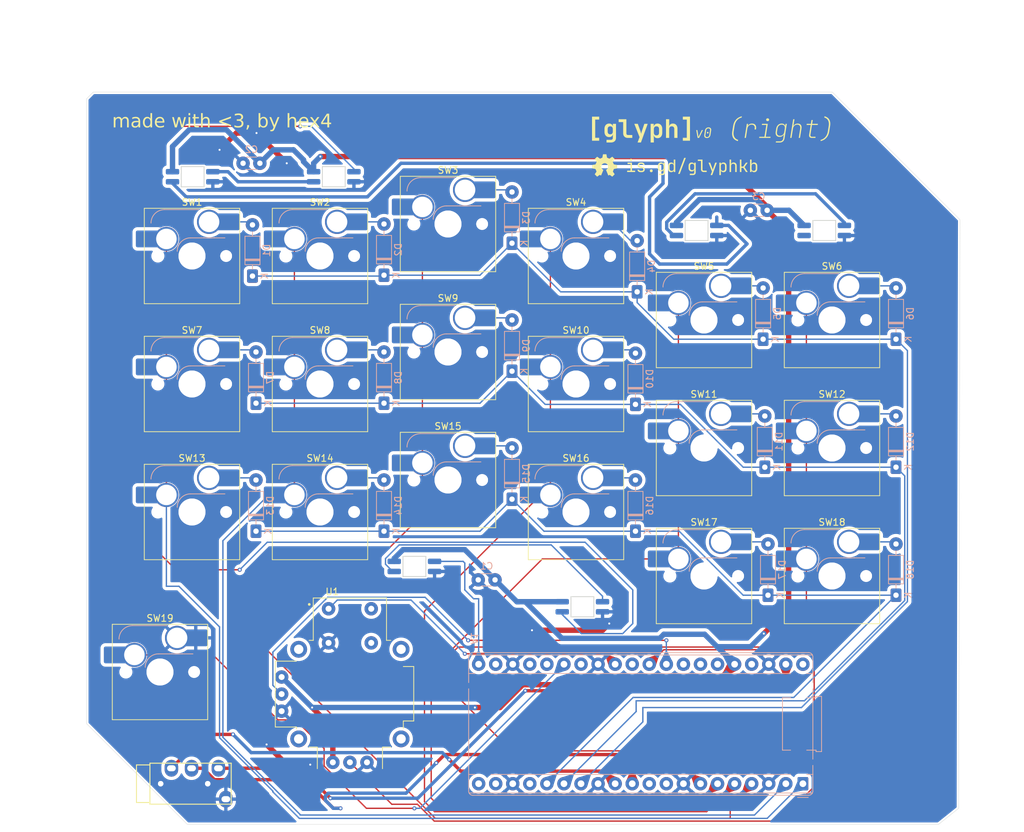
<source format=kicad_pcb>
(kicad_pcb (version 20241229) (generator "pcbnew") (generator_version "9.0")
  (layers (0 "F.Cu" signal) (2 "B.Cu" signal) (13 "F.Paste" user) (15 "B.Paste" user) (5 "F.SilkS" user "F.Silkscreen") (7 "B.SilkS" user "B.Silkscreen") (1 "F.Mask" user) (3 "B.Mask" user) (25 "Edge.Cuts" user))
  (net 0 "")
  (net 3 "COL0")
  (net 4 "ROW2")
  (net 5 "Net-(A1-VSYS)")
  (net 6 "ROW1")
  (net 9 "GND")
  (net 10 "Net-(A1-GPIO26_ADC0)")
  (net 11 "ROW0")
  (net 15 "COL1")
  (net 16 "RX")
  (net 17 "Net-(A1-GPIO20)")
  (net 18 "RGB")
  (net 19 "+3V3")
  (net 22 "COL2")
  (net 23 "COL4")
  (net 24 "COL3")
  (net 27 "Net-(A1-GPIO22)")
  (net 28 "COL5")
  (net 30 "Net-(A1-GPIO27_ADC1)")
  (net 32 "TX")
  (net 35 "Net-(D1-A)")
  (net 36 "Net-(D2-A)")
  (net 37 "Net-(D3-A)")
  (net 38 "Net-(D4-A)")
  (net 39 "Net-(D5-A)")
  (net 40 "Net-(D6-A)")
  (net 41 "Net-(D7-A)")
  (net 42 "Net-(D8-A)")
  (net 43 "Net-(D9-A)")
  (net 44 "Net-(D10-A)")
  (net 45 "Net-(D11-A)")
  (net 46 "Net-(D12-A)")
  (net 47 "Net-(D13-A)")
  (net 48 "Net-(D14-A)")
  (net 49 "Net-(D15-A)")
  (net 50 "Net-(D16-A)")
  (net 51 "Net-(D17-A)")
  (net 52 "Net-(D18-A)")
  (net 53 "Net-(D19-DOUT)")
  (net 54 "Net-(D20-DOUT)")
  (net 55 "Net-(D21-DOUT)")
  (net 56 "Net-(D22-DOUT)")
  (net 57 "Net-(D23-DOUT)")
  (footprint "COM-09032:XDCR_COM-09032" (layer "F.Cu") (at 66.045 122.35)
    (property "Reference" "U1")
    (property "Value" "COM-09032")
  )
  (footprint "ScottoKeebs_Hotswap:Hotswap_MX_Plated" (layer "F.Cu") (at 99.695 76.2)
    (property "Reference" "SW10")
    (property "Value" "SW_Push_45deg")
  )
  (footprint "ScottoKeebs_Hotswap:Hotswap_MX_Plated" (layer "F.Cu") (at 80.645 52.3875)
    (property "Reference" "SW3")
    (property "Value" "SW_Push_45deg")
  )
  (footprint "ScottoKeebs_Hotswap:Hotswap_MX_Plated" (layer "F.Cu") (at 61.595 95.25)
    (property "Reference" "SW14")
    (property "Value" "SW_Push_45deg")
  )
  (footprint "ScottoKeebs_Hotswap:Hotswap_MX_Plated" (layer "F.Cu") (at 80.645 90.4875)
    (property "Reference" "SW15")
    (property "Value" "SW_Push_45deg")
  )
  (footprint "ScottoKeebs_Hotswap:Hotswap_MX_Plated" (layer "F.Cu") (at 61.595 76.2)
    (property "Reference" "SW8")
    (property "Value" "SW_Push_45deg")
  )
  (footprint "ScottoKeebs_Hotswap:Hotswap_MX_Plated" (layer "F.Cu") (at 61.595 57.15)
    (property "Reference" "SW2")
    (property "Value" "SW_Push_45deg")
  )
  (footprint "ScottoKeebs_Hotswap:Hotswap_MX_Plated" (layer "F.Cu") (at 99.695 57.15)
    (property "Reference" "SW4")
    (property "Value" "SW_Push_45deg")
  )
  (footprint "ScottoKeebs_Hotswap:Hotswap_MX_Plated" (layer "F.Cu") (at 42.545 76.2)
    (property "Reference" "SW7")
    (property "Value" "SW_Push_45deg")
  )
  (footprint "ScottoKeebs_Hotswap:Hotswap_MX_Plated" (layer "F.Cu") (at 80.645 71.4375)
    (property "Reference" "SW9")
    (property "Value" "SW_Push_45deg")
  )
  (footprint "ScottoKeebs_Hotswap:Hotswap_MX_Plated" (layer "F.Cu") (at 99.695 95.25)
    (property "Reference" "SW16")
    (property "Value" "SW_Push_45deg")
  )
  (footprint "ScottoKeebs_Hotswap:Hotswap_MX_Plated" (layer "F.Cu") (at 118.745 85.725)
    (property "Reference" "SW11")
    (property "Value" "SW_Push_45deg")
  )
  (footprint "ScottoKeebs_Hotswap:Hotswap_MX_Plated" (layer "F.Cu") (at 137.795 66.675)
    (property "Reference" "SW6")
    (property "Value" "SW_Push_45deg")
  )
  (footprint "ScottoKeebs_Hotswap:Hotswap_MX_Plated" (layer "F.Cu") (at 137.795 85.725)
    (property "Reference" "SW12")
    (property "Value" "SW_Push_45deg")
  )
  (footprint "ScottoKeebs_Hotswap:Hotswap_MX_Plated" (layer "F.Cu") (at 118.745 66.675)
    (property "Reference" "SW5")
    (property "Value" "SW_Push_45deg")
  )
  (footprint "ScottoKeebs_Hotswap:Hotswap_MX_Plated" (layer "F.Cu") (at 137.795 104.775)
    (property "Reference" "SW18")
    (property "Value" "SW_Push_45deg")
  )
  (footprint "ScottoKeebs_Hotswap:Hotswap_MX_Plated" (layer "F.Cu") (at 118.745 104.775)
    (property "Reference" "SW17")
    (property "Value" "SW_Push_45deg")
  )
  (footprint "ScottoKeebs_Hotswap:Hotswap_MX_Plated" (layer "F.Cu") (at 42.545 57.15)
    (property "Reference" "SW1")
    (property "Value" "SW_Push_45deg")
  )
  (footprint "ScottoKeebs_Hotswap:Hotswap_MX_Plated" (layer "F.Cu") (at 42.545 95.25)
    (property "Reference" "SW13")
    (property "Value" "SW_Push_45deg")
  )
  (footprint "ScottoKeebs_Components:TRRS_PJ-320A" (layer "F.Cu") (at 36.2825 135.6875 90)
    (property "Reference" "U2")
    (property "Value" "TRRS")
  )
  (footprint "ScottoKeebs_Hotswap:Hotswap_MX_Plated" (layer "F.Cu") (at 37.7825 119.0625)
    (property "Reference" "SW19")
    (property "Value" "SW_Push")
  )
  (footprint "ScottoKeebs_Miscellaneous:D_DO-35_SOD27_P7.62mm_Horizontal-bigpads" (layer "B.Cu") (at 90.17 74.295 90)
    (property "Reference" "D9")
    (property "Value" "D_45deg")
  )
  (footprint "ScottoKeebs_Miscellaneous:D_DO-35_SOD27_P7.62mm_Horizontal-bigpads" (layer "B.Cu") (at 127.545 69.5325 90)
    (property "Reference" "D5")
    (property "Value" "D_45deg")
  )
  (footprint "ScottoKeebs_Components:LED_SK6812MINI" (layer "B.Cu") (at 136.645 53.35 180)
    (property "Reference" "D24" (hide yes))
    (property "Value" "LED_SK6812MINI" (hide yes))
    (fp_line (start 1.7 1.5) (end -1.7 1.5) (stroke (width 0.12)) (layer "Edge.Cuts"))
    (fp_line (start 1.7 -1.5) (end 1.7 1.5) (stroke (width 0.12)) (layer "Edge.Cuts"))
    (fp_line (start -1.7 1.5) (end -1.7 -1.5) (stroke (width 0.12)) (layer "Edge.Cuts"))
    (fp_line (start -1.7 -1.5) (end 1.7 -1.5) (stroke (width 0.12)) (layer "Edge.Cuts"))
  )
  (footprint "ScottoKeebs_Components:LED_SK6812MINI" (layer "B.Cu") (at 42.645 45.35 180)
    (property "Reference" "D22" (hide yes))
    (property "Value" "LED_SK6812MINI" (hide yes))
    (fp_line (start 1.7 1.5) (end -1.7 1.5) (stroke (width 0.12)) (layer "Edge.Cuts"))
    (fp_line (start 1.7 -1.5) (end 1.7 1.5) (stroke (width 0.12)) (layer "Edge.Cuts"))
    (fp_line (start -1.7 1.5) (end -1.7 -1.5) (stroke (width 0.12)) (layer "Edge.Cuts"))
    (fp_line (start -1.7 -1.5) (end 1.7 -1.5) (stroke (width 0.12)) (layer "Edge.Cuts"))
  )
  (footprint "Capacitor_THT:C_Disc_D3.0mm_W1.6mm_P2.50mm" (layer "B.Cu") (at 52.645 43.35 180)
    (property "Reference" "C2")
    (property "Value" "0.1uF")
  )
  (footprint "ScottoKeebs_Miscellaneous:D_DO-35_SOD27_P7.62mm_Horizontal-bigpads" (layer "B.Cu") (at 108.545 79.235 90)
    (property "Reference" "D10")
    (property "Value" "D_45deg")
  )
  (footprint "ScottoKeebs_Components:LED_SK6812MINI" (layer "B.Cu") (at 117.645 53.35 180)
    (property "Reference" "D23" (hide yes))
    (property "Value" "LED_SK6812MINI" (hide yes))
    (fp_line (start 1.7 1.5) (end -1.7 1.5) (stroke (width 0.12)) (layer "Edge.Cuts"))
    (fp_line (start 1.7 -1.5) (end 1.7 1.5) (stroke (width 0.12)) (layer "Edge.Cuts"))
    (fp_line (start -1.7 1.5) (end -1.7 -1.5) (stroke (width 0.12)) (layer "Edge.Cuts"))
    (fp_line (start -1.7 -1.5) (end 1.7 -1.5) (stroke (width 0.12)) (layer "Edge.Cuts"))
  )
  (footprint "ScottoKeebs_Miscellaneous:D_DO-35_SOD27_P7.62mm_Horizontal-bigpads" (layer "B.Cu") (at 71.12 60.0075 90)
    (property "Reference" "D2")
    (property "Value" "D_45deg")
  )
  (footprint "ScottoKeebs_Miscellaneous:D_DO-35_SOD27_P7.62mm_Horizontal-bigpads" (layer "B.Cu") (at 147.32 69.5325 90)
    (property "Reference" "D6")
    (property "Value" "D_45deg")
  )
  (footprint "ScottoKeebs_Miscellaneous:D_DO-35_SOD27_P7.62mm_Horizontal-bigpads" (layer "B.Cu") (at 90.17 55.245 90)
    (property "Reference" "D3")
    (property "Value" "D_45deg")
  )
  (footprint "Module:RaspberryPi_Pico_Common_THT" (layer "B.Cu") (at 133.4625 135.6875 90)
    (property "Reference" "A1")
    (property "Value" "RaspberryPi_Pico_W")
  )
  (footprint "ScottoKeebs_Components:LED_SK6812MINI" (layer "B.Cu") (at 75.645 103.35 180)
    (property "Reference" "D19" (hide yes))
    (property "Value" "LED_SK6812MINI" (hide yes))
    (fp_line (start 1.7 1.5) (end -1.7 1.5) (stroke (width 0.12)) (layer "Edge.Cuts"))
    (fp_line (start 1.7 -1.5) (end 1.7 1.5) (stroke (width 0.12)) (layer "Edge.Cuts"))
    (fp_line (start -1.7 1.5) (end -1.7 -1.5) (stroke (width 0.12)) (layer "Edge.Cuts"))
    (fp_line (start -1.7 -1.5) (end 1.7 -1.5) (stroke (width 0.12)) (layer "Edge.Cuts"))
  )
  (footprint "ScottoKeebs_Components:LED_SK6812MINI" (layer "B.Cu") (at 63.645 45.35 180)
    (property "Reference" "D21" (hide yes))
    (property "Value" "LED_SK6812MINI" (hide yes))
    (fp_line (start 1.7 1.5) (end -1.7 1.5) (stroke (width 0.12)) (layer "Edge.Cuts"))
    (fp_line (start 1.7 -1.5) (end 1.7 1.5) (stroke (width 0.12)) (layer "Edge.Cuts"))
    (fp_line (start -1.7 1.5) (end -1.7 -1.5) (stroke (width 0.12)) (layer "Edge.Cuts"))
    (fp_line (start -1.7 -1.5) (end 1.7 -1.5) (stroke (width 0.12)) (layer "Edge.Cuts"))
  )
  (footprint "ScottoKeebs_Miscellaneous:D_DO-35_SOD27_P7.62mm_Horizontal-bigpads" (layer "B.Cu") (at 51.545 60.1375 90)
    (property "Reference" "D1")
    (property "Value" "D_45deg")
  )
  (footprint "ScottoKeebs_Miscellaneous:D_DO-35_SOD27_P7.62mm_Horizontal-bigpads" (layer "B.Cu") (at 127.795 88.5825 90)
    (property "Reference" "D11")
    (property "Value" "D_45deg")
  )
  (footprint "Capacitor_THT:C_Disc_D3.0mm_W1.6mm_P2.50mm" (layer "B.Cu") (at 128.145 50.35 180)
    (property "Reference" "C3")
    (property "Value" "0.1uF")
  )
  (footprint "ScottoKeebs_Miscellaneous:D_DO-35_SOD27_P7.62mm_Horizontal-bigpads" (layer "B.Cu") (at 52.07 98.1075 90)
    (property "Reference" "D13")
    (property "Value" "D_45deg")
  )
  (footprint "ScottoKeebs_Miscellaneous:D_DO-35_SOD27_P7.62mm_Horizontal-bigpads" (layer "B.Cu") (at 147.32 88.5825 90)
    (property "Reference" "D12")
    (property "Value" "D_45deg")
  )
  (footprint "ScottoKeebs_Miscellaneous:D_DO-35_SOD27_P7.62mm_Horizontal-bigpads" (layer "B.Cu") (at 90.17 93.345 90)
    (property "Reference" "D15")
    (property "Value" "D_45deg")
  )
  (footprint "ScottoKeebs_Miscellaneous:D_DO-35_SOD27_P7.62mm_Horizontal-bigpads" (layer "B.Cu") (at 71.12 79.0575 90)
    (property "Reference" "D8")
    (property "Value" "D_45deg")
  )
  (footprint "ScottoKeebs_Miscellaneous:D_DO-35_SOD27_P7.62mm_Horizontal-bigpads" (layer "B.Cu") (at 108.545 98.1075 90)
    (property "Reference" "D16")
    (property "Value" "D_45deg")
  )
  (footprint "ScottoKeebs_Miscellaneous:D_DO-35_SOD27_P7.62mm_Horizontal-bigpads" (layer "B.Cu") (at 71.12 98.1075 90)
    (property "Reference" "D14")
    (property "Value" "D_45deg")
  )
  (footprint "ScottoKeebs_Miscellaneous:D_DO-35_SOD27_P7.62mm_Horizontal-bigpads" (layer "B.Cu") (at 147.32 107.6325 90)
    (property "Reference" "D18")
    (property "Value" "D_45deg")
  )
  (footprint "ScottoKeebs_Miscellaneous:D_DO-35_SOD27_P7.62mm_Horizontal-bigpads" (layer "B.Cu") (at 108.795 62.485 90)
    (property "Reference" "D4")
    (property "Value" "D_45deg")
  )
  (footprint "ScottoKeebs_Miscellaneous:D_DO-35_SOD27_P7.62mm_Horizontal-bigpads" (layer "B.Cu") (at 128.27 107.6325 90)
    (property "Reference" "D17")
    (property "Value" "D_45deg")
  )
  (footprint "ScottoKeebs_Miscellaneous:D_DO-35_SOD27_P7.62mm_Horizontal-bigpads" (layer "B.Cu") (at 52.07 79.0575 90)
    (property "Reference" "D7")
    (property "Value" "D_45deg")
  )
  (footprint "ScottoKeebs_Components:LED_SK6812MINI" (layer "B.Cu") (at 100.645 109.35 180)
    (property "Reference" "D20" (hide yes))
    (property "Value" "LED_SK6812MINI" (hide yes))
    (fp_line (start 1.7 1.5) (end -1.7 1.5) (stroke (width 0.12)) (layer "Edge.Cuts"))
    (fp_line (start 1.7 -1.5) (end 1.7 1.5) (stroke (width 0.12)) (layer "Edge.Cuts"))
    (fp_line (start -1.7 1.5) (end -1.7 -1.5) (stroke (width 0.12)) (layer "Edge.Cuts"))
    (fp_line (start -1.7 -1.5) (end 1.7 -1.5) (stroke (width 0.12)) (layer "Edge.Cuts"))
  )
  (footprint "Capacitor_THT:C_Disc_D3.0mm_W1.6mm_P2.50mm" (layer "B.Cu") (at 87.645 105.35 180)
    (property "Reference" "C1")
    (property "Value" "0.1uF")
  )
  (gr_poly (pts (xy 107.192056 38.895969) (xy 107.192309 38.910078) (xy 107.193068 38.92383) (xy 107.194333 38.937225) (xy 107.196104 38.950262) (xy 107.198381 38.962942) (xy 107.201164 38.975265) (xy 107.204454 38.987231) (xy 107.208249 38.998839) (xy 107.21255 39.010091) (xy 107.217357 39.020985) (xy 107.22267 39.031522) (xy 107.228489 39.041702) (xy 107.234815 39.051525) (xy 107.241646 39.06099) (xy 107.248983 39.070098) (xy 107.256826 39.078849) (xy 107.265577 39.086693) (xy 107.274686 39.09403) (xy 107.284151 39.100861) (xy 107.293974 39.107186) (xy 107.304153 39.113005) (xy 107.31469 39.118319) (xy 107.325585 39.123126) (xy 107.336836 39.127427) (xy 107.348445 39.131222) (xy 107.36041 39.134511) (xy 107.372733 39.137294) (xy 107.385413 39.139571) (xy 107.398451 39.141342) (xy 107.411845 39.142607) (xy 107.425597 39.143366) (xy 107.439706 39.143619) (xy 108.072166 39.143619) (xy 108.072166 39.574149) (xy 107.405416 39.574149) (xy 107.379892 39.573822) (xy 107.354755 39.57284) (xy 107.330005 39.571202) (xy 107.305642 39.568911) (xy 107.281666 39.565964) (xy 107.258076 39.562362) (xy 107.234874 39.558106) (xy 107.212059 39.553194) (xy 107.18963 39.547628) (xy 107.167589 39.541407) (xy 107.145934 39.534531) (xy 107.124667 39.527001) (xy 107.103786 39.518815) (xy 107.083292 39.509975) (xy 107.063186 39.500479) (xy 107.043466 39.490329) (xy 107.024669 39.479584) (xy 107.006378 39.468303) (xy 106.988593 39.456486) (xy 106.971314 39.444133) (xy 106.954541 39.431245) (xy 106.938274 39.41782) (xy 106.922513 39.40386) (xy 106.907259 39.389364) (xy 106.89251 39.374333) (xy 106.878267 39.358765) (xy 106.86453 39.342662) (xy 106.851299 39.326023) (xy 106.838574 39.308848) (xy 106.826356 39.291138) (xy 106.814643 39.272892) (xy 106.803436 39.25411) (xy 106.792825 39.234405) (xy 106.782898 39.214343) (xy 106.773656 39.193923) (xy 106.765098 39.173147) (xy 106.757225 39.152013) (xy 106.750037 39.130522) (xy 106.743533 39.108675) (xy 106.737714 39.086469) (xy 106.732579 39.063907) (xy 106.728129 39.040987) (xy 106.724364 39.017711) (xy 106.721283 38.994077) (xy 106.718887 38.970086) (xy 106.717175 38.945737) (xy 106.716148 38.921032) (xy 106.715806 38.895969) (xy 106.715806 37.22338) (xy 106.045246 37.22338) (xy 106.045246 36.79285) (xy 107.192056 36.79285)) (fill yes) (layer "F.SilkS"))
  (gr_poly (pts (xy 119.441179 38.00804) (xy 119.45833 38.008709) (xy 119.475102 38.009825) (xy 119.491494 38.011388) (xy 119.507507 38.013397) (xy 119.52314 38.015853) (xy 119.538393 38.018755) (xy 119.553267 38.022104) (xy 119.567762 38.025899) (xy 119.581877 38.03014) (xy 119.595612 38.034828) (xy 119.608969 38.039963) (xy 119.621945 38.045544) (xy 119.634542 38.051572) (xy 119.64676 38.058046) (xy 119.658599 38.064966) (xy 119.670289 38.072028) (xy 119.681548 38.079453) (xy 119.692376 38.087242) (xy 119.702773 38.095395) (xy 119.71274 38.103911) (xy 119.722277 38.112791) (xy 119.731385 38.122035) (xy 119.740063 38.131642) (xy 119.748312 38.141614) (xy 119.756132 38.151949) (xy 119.763523 38.162648) (xy 119.770487 38.17371) (xy 119.777022 38.185137) (xy 119.78313 38.196927) (xy 119.788811 38.209081) (xy 119.794065 38.2216) (xy 119.798837 38.234448) (xy 119.803114 38.247595) (xy 119.806894 38.261039) (xy 119.810179 38.274781) (xy 119.812969 38.28882) (xy 119.815263 38.303157) (xy 119.817063 38.317792) (xy 119.818367 38.332725) (xy 119.819176 38.347955) (xy 119.819491 38.363482) (xy 119.819311 38.379308) (xy 119.818637 38.395431) (xy 119.817468 38.411851) (xy 119.815805 38.42857) (xy 119.813649 38.445586) (xy 119.810999 38.462899) (xy 119.703047 39.140233) (xy 119.700182 39.157546) (xy 119.696906 39.174562) (xy 119.693217 39.191281) (xy 119.689117 39.207701) (xy 119.684605 39.223825) (xy 119.679681 39.23965) (xy 119.674346 39.255178) (xy 119.668599 39.270408) (xy 119.66244 39.28534) (xy 119.655869 39.299975) (xy 119.648887 39.314312) (xy 119.641493 39.328352) (xy 119.633687 39.342093) (xy 119.625469 39.355538) (xy 119.61684 39.368684) (xy 119.607799 39.381533) (xy 119.598633 39.394059) (xy 119.589155 39.406238) (xy 119.579365 39.41807) (xy 119.569262 39.429555) (xy 119.558846 39.440692) (xy 119.548118 39.451482) (xy 119.537077 39.461925) (xy 119.525724 39.47202) (xy 119.514058 39.481768) (xy 119.50208 39.491169) (xy 119.48979 39.500223) (xy 119.477186 39.50893) (xy 119.464271 39.517289) (xy 119.451042 39.525301) (xy 119.437502 39.532965) (xy 119.423648 39.540283) (xy 119.409512 39.546948) (xy 119.395162 39.553182) (xy 119.380599 39.558987) (xy 119.365822 39.564361) (xy 119.350831 39.569306) (xy 119.335625 39.57382) (xy 119.320206 39.577905) (xy 119.304572 39.581559) (xy 119.288723 39.584784) (xy 119.27266 39.587578) (xy 119.256382 39.589943) (xy 119.239889 39.591877) (xy 119.223181 39.593382) (xy 119.206258 39.594456) (xy 119.189119 39.595101) (xy 119.171764 39.595316) (xy 119.154475 39.595101) (xy 119.137534 39.594456) (xy 119.12094 39.593382) (xy 119.104693 39.591877) (xy 119.088793 39.589943) (xy 119.07324 39.587578) (xy 119.058035 39.584784) (xy 119.043177 39.581559) (xy 119.028666 39.577905) (xy 119.014503 39.57382) (xy 119.000686 39.569306) (xy 118.987217 39.564361) (xy 118.974096 39.558987) (xy 118.961321 39.553182) (xy 118.948894 39.546948) (xy 118.936814 39.540283) (xy 118.925373 39.532965) (xy 118.914346 39.525301) (xy 118.903733 39.517289) (xy 118.893535 39.50893) (xy 118.883751 39.500223) (xy 118.874381 39.491169) (xy 118.865426 39.481768) (xy 118.856884 39.47202) (xy 118.848757 39.461925) (xy 118.841044 39.451482) (xy 118.833745 39.440692) (xy 118.826861 39.429555) (xy 118.82039 39.41807) (xy 118.814334 39.406238) (xy 118.808692 39.394059) (xy 118.803464 39.381533) (xy 118.798664 39.368437) (xy 118.794346 39.355076) (xy 118.790509 39.34145) (xy 118.787153 39.32756) (xy 118.784278 39.313405) (xy 118.781884 39.298985) (xy 118.779972 39.284301) (xy 118.778541 39.269352) (xy 118.777591 39.254139) (xy 118.777122 39.23866) (xy 118.777135 39.222917) (xy 118.777628 39.20691) (xy 118.7777 39.205719) (xy 118.945658 39.205719) (xy 118.945944 39.221057) (xy 118.946943 39.235981) (xy 118.948653 39.250492) (xy 118.951076 39.26459) (xy 118.95421 39.278274) (xy 118.958056 39.291544) (xy 118.962614 39.304401) (xy 118.967884 39.316844) (xy 118.973865 39.328874) (xy 118.980559 39.34049) (xy 118.987964 39.351693) (xy 118.996082 39.362483) (xy 119.004793 39.372735) (xy 119.01402 39.382325) (xy 119.023762 39.391255) (xy 119.03402 39.399523) (xy 119.044792 39.40713) (xy 119.056078 39.414075) (xy 119.067878 39.420359) (xy 119.080193 39.425981) (xy 119.09302 39.430942) (xy 119.106361 39.435242) (xy 119.120215 39.43888) (xy 119.134581 39.441857) (xy 119.149459 39.444172) (xy 119.16485 39.445826) (xy 119.180752 39.446818) (xy 119.197165 39.447149) (xy 119.213668 39.446818) (xy 119.229838 39.445826) (xy 119.245677 39.444172) (xy 119.261184 39.441857) (xy 119.27636 39.43888) (xy 119.291206 39.435242) (xy 119.30572 39.430942) (xy 119.319905 39.425981) (xy 119.33376 39.420359) (xy 119.347285 39.414075) (xy 119.36048 39.40713) (xy 119.373347 39.399523) (xy 119.385885 39.391255) (xy 119.398095 39.382325) (xy 119.409977 39.372735) (xy 119.42153 39.362483) (xy 119.432878 39.351693) (xy 119.443666 39.34049) (xy 119.453893 39.328874) (xy 119.463559 39.316844) (xy 119.472665 39.304401) (xy 119.48121 39.291544) (xy 119.489195 39.278274) (xy 119.496619 39.26459) (xy 119.503483 39.250492) (xy 119.509786 39.235981) (xy 119.515528 39.221057) (xy 119.52071 39.205719) (xy 119.525331 39.189968) (xy 119.529392 39.173803) (xy 119.532892 39.157225) (xy 119.535831 39.140233) (xy 119.643781 38.462899) (xy 119.646323 38.445908) (xy 119.648157 38.429329) (xy 119.64928 38.413164) (xy 119.649695 38.397413) (xy 119.649399 38.382075) (xy 119.648395 38.367151) (xy 119.646681 38.35264) (xy 119.644257 38.338543) (xy 119.641125 38.324859) (xy 119.637282 38.311588) (xy 119.632731 38.298732) (xy 119.62747 38.286288) (xy 119.621499 38.274258) (xy 119.61482 38.262642) (xy 119.60743 38.251439) (xy 119.599332 38.24065) (xy 119.590853 38.230397) (xy 119.581849 38.220807) (xy 119.572318 38.211877) (xy 119.56226 38.203609) (xy 119.551675 38.196003) (xy 119.540563 38.189057) (xy 119.528923 38.182773) (xy 119.516755 38.177151) (xy 119.504058 38.17219) (xy 119.490833 38.16789) (xy 119.477079 38.164252) (xy 119.462796 38.161275) (xy 119.447984 38.15896) (xy 119.432641 38.157306) (xy 119.416768 38.156314) (xy 119.400365 38.155983) (xy 119.383852 38.156314) (xy 119.367653 38.157306) (xy 119.351766 38.15896) (xy 119.336193 38.161275) (xy 119.320934 38.164252) (xy 119.305989 38.16789) (xy 119.291358 38.17219) (xy 119.277042 38.177151) (xy 119.263041 38.182773) (xy 119.249356 38.189057) (xy 119.235986 38.196003) (xy 119.222932 38.203609) (xy 119.210194 38.211877) (xy 119.197773 38.220807) (xy 119.185669 38.230397) (xy 119.173882 38.24065) (xy 119.162515 38.251439) (xy 119.151711 38.262642) (xy 119.14147 38.274258) (xy 119.131792 38.286288) (xy 119.122677 38.298732) (xy 119.114126 38.311588) (xy 119.106137 38.324859) (xy 119.098712 38.338543) (xy 119.09185 38.35264) (xy 119.085551 38.367151) (xy 119.079815 38.382075) (xy 119.074642 38.397413) (xy 119.070032 38.413164) (xy 119.065985 38.429329) (xy 119.062502 38.445908) (xy 119.059581 38.462899) (xy 118.95163 39.140233) (xy 118.949069 39.157225) (xy 118.94722 39.173803) (xy 118.946083 39.189968) (xy 118.945658 39.205719) (xy 118.7777 39.205719) (xy 118.778603 39.190638) (xy 118.780059 39.174101) (xy 118.781996 39.157299) (xy 118.784415 39.140233) (xy 118.892365 38.462899) (xy 118.895453 38.445586) (xy 118.898923 38.42857) (xy 118.902775 38.411851) (xy 118.907009 38.395431) (xy 118.911625 38.379308) (xy 118.916623 38.363482) (xy 118.922004 38.347955) (xy 118.927766 38.332725) (xy 118.93391 38.317792) (xy 118.940436 38.303157) (xy 118.947344 38.28882) (xy 118.954634 38.274781) (xy 118.962306 38.261039) (xy 118.97036 38.247595) (xy 118.978797 38.234448) (xy 118.987615 38.2216) (xy 118.996761 38.209081) (xy 119.006223 38.196927) (xy 119.015999 38.185137) (xy 119.026091 38.17371) (xy 119.036498 38.162648) (xy 119.04722 38.151949) (xy 119.058256 38.141614) (xy 119.069608 38.131642) (xy 119.081275 38.122035) (xy 119.093257 38.112791) (xy 119.105554 38.103911) (xy 119.118166 38.095395) (xy 119.131093 38.087242) (xy 119.144335 38.079453) (xy 119.157892 38.072028) (xy 119.171764 38.064966) (xy 119.185883 38.058046) (xy 119.20022 38.051572) (xy 119.214774 38.045544) (xy 119.229546 38.039963) (xy 119.244535 38.034828) (xy 119.25974 38.03014) (xy 119.275162 38.025899) (xy 119.2908 38.022104) (xy 119.306654 38.018755) (xy 119.322723 38.015853) (xy 119.339008 38.013397) (xy 119.355507 38.011388) (xy 119.372221 38.009825) (xy 119.38915 38.008709) (xy 119.406292 38.00804) (xy 119.423648 38.007816)) (fill yes) (layer "F.SilkS"))
  (gr_poly (pts (xy 116.661609 39.993249) (xy 115.594811 39.993249) (xy 115.594811 39.555099) (xy 116.185359 39.555099) (xy 116.185359 36.85) (xy 115.594811 36.85) (xy 115.594811 36.41185) (xy 116.661609 36.41185)) (fill yes) (layer "F.SilkS"))
  (gr_poly (pts (xy 127.93413 39.4027) (xy 128.654219 39.4027) (xy 128.627547 39.574149) (xy 126.951149 39.574149) (xy 126.977819 39.4027) (xy 127.74363 39.4027) (xy 128.021761 37.6501) (xy 127.351201 37.6501) (xy 127.37787 37.47865) (xy 128.238927 37.47865)) (fill yes) (layer "F.SilkS"))
  (gr_poly (pts (xy 109.47179 43.237196) (xy 109.495949 43.238298) (xy 109.519494 43.240133) (xy 109.542423 43.242703) (xy 109.564738 43.246007) (xy 109.586437 43.250045) (xy 109.607521 43.254818) (xy 109.62799 43.260324) (xy 109.647844 43.266565) (xy 109.667082 43.27354) (xy 109.685706 43.28125) (xy 109.703714 43.289693) (xy 109.721107 43.298871) (xy 109.737885 43.308783) (xy 109.754048 43.319429) (xy 109.769596 43.33081) (xy 109.784458 43.342815) (xy 109.798567 43.355336) (xy 109.811922 43.368374) (xy 109.824523 43.381927) (xy 109.836369 43.395996) (xy 109.847462 43.410581) (xy 109.857801 43.425682) (xy 109.867385 43.441299) (xy 109.876215 43.457432) (xy 109.884292 43.474081) (xy 109.891614 43.491246) (xy 109.898182 43.508927) (xy 109.903997 43.527124) (xy 109.909057 43.545837) (xy 109.913363 43.565065) (xy 109.916915 43.58481) (xy 109.688315 43.58481) (xy 109.686231 43.576664) (xy 109.683791 43.568736) (xy 109.680993 43.561027) (xy 109.677838 43.553536) (xy 109.674325 43.546263) (xy 109.670456 43.539209) (xy 109.666229 43.532372) (xy 109.661645 43.525754) (xy 109.656704 43.519355) (xy 109.651406 43.513173) (xy 109.64575 43.50721) (xy 109.639738 43.501466) (xy 109.633368 43.495939) (xy 109.626641 43.490631) (xy 109.619557 43.485541) (xy 109.612116 43.480669) (xy 109.604327 43.475748) (xy 109.596201 43.471144) (xy 109.587737 43.466858) (xy 109.578937 43.462889) (xy 109.569799 43.459238) (xy 109.560323 43.455904) (xy 109.55051 43.452888) (xy 109.54036 43.450189) (xy 109.529873 43.447808) (xy 109.519048 43.445744) (xy 109.507886 43.443998) (xy 109.496386 43.442569) (xy 109.484549 43.441458) (xy 109.472375 43.440664) (xy 109.459864 43.440188) (xy 109.447015 43.440029) (xy 109.350495 43.440029) (xy 109.334571 43.440218) (xy 109.319182 43.440783) (xy 109.304329 43.441726) (xy 109.290012 43.443045) (xy 109.27623 43.444742) (xy 109.262984 43.446816) (xy 109.250275 43.449266) (xy 109.2381 43.452094) (xy 109.226462 43.455299) (xy 109.215359 43.458881) (xy 109.204793 43.46284) (xy 109.194761 43.467176) (xy 109.185266 43.471888) (xy 109.176307 43.476978) (xy 109.167883 43.482445) (xy 109.159995 43.48829) (xy 109.15292 43.494511) (xy 109.146303 43.501109) (xy 109.140141 43.508084) (xy 109.134436 43.515436) (xy 109.129187 43.523165) (xy 109.124395 43.531271) (xy 109.120059 43.539754) (xy 109.11618 43.548615) (xy 109.112757 43.557852) (xy 109.10979 43.567466) (xy 109.10728 43.577457) (xy 109.105226 43.587826) (xy 109.103629 43.598571) (xy 109.102488 43.609693) (xy 109.101803 43.621192) (xy 109.101575 43.633069) (xy 109.101773 43.643685) (xy 109.102369 43.653945) (xy 109.103361 43.663847) (xy 109.10475 43.673392) (xy 109.106536 43.68258) (xy 109.108719 43.69141) (xy 109.111298 43.699883) (xy 109.114275 43.707999) (xy 109.117648 43.715758) (xy 109.121419 43.72316) (xy 109.125586 43.730204) (xy 109.13015 43.736892) (xy 109.135111 43.743222) (xy 109.140469 43.749195) (xy 109.146224 43.754811) (xy 109.152375 43.760069) (xy 109.158953 43.76506) (xy 109.165988 43.769872) (xy 109.173479 43.774506) (xy 109.181427 43.77896) (xy 109.18983 43.783237) (xy 109.198691 43.787334) (xy 109.208007 43.791254) (xy 109.21778 43.794994) (xy 109.22801 43.798556) (xy 109.238696 43.801939) (xy 109.249838 43.805144) (xy 109.261437 43.80817) (xy 109.273492 43.811018) (xy 109.286003 43.813687) (xy 109.298971 43.816177) (xy 109.312396 43.818489) (xy 109.500356 43.848969) (xy 109.528127 43.853652) (xy 109.554926 43.858812) (xy 109.580752 43.864447) (xy 109.605606 43.870559) (xy 109.629488 43.877147) (xy 109.652398 43.884211) (xy 109.674335 43.891752) (xy 109.6953 43.899769) (xy 109.715292 43.908262) (xy 109.734313 43.917231) (xy 109.752361 43.926677) (xy 109.769436 43.936599) (xy 109.785539 43.946997) (xy 109.80067 43.957872) (xy 109.814828 43.969222) (xy 109.828015 43.981049) (xy 109.840625 43.993452) (xy 109.852423 44.006529) (xy 109.863406 44.020281) (xy 109.873576 44.034707) (xy 109.882933 44.049808) (xy 109.891475 44.065584) (xy 109.899205 44.082034) (xy 109.90612 44.099159) (xy 109.912222 44.116959) (xy 109.91751 44.135434) (xy 109.921985 44.154583) (xy 109.925646 44.174407) (xy 109.928494 44.194905) (xy 109.930528 44.216079) (xy 109.931748 44.237927) (xy 109.932155 44.260449) (xy 109.931669 44.284262) (xy 109.93021 44.307439) (xy 109.927779 44.329982) (xy 109.924376 44.351889) (xy 109.920001 44.373162) (xy 109.914653 44.393799) (xy 109.908333 44.413802) (xy 109.90104 44.433169) (xy 109.892775 44.451902) (xy 109.883538 44.469999) (xy 109.873328 44.487462) (xy 109.862146 44.504289) (xy 109.849992 44.520482) (xy 109.836865 44.536039) (xy 109.822766 44.550962) (xy 109.807695 44.56525) (xy 109.791959 44.578475) (xy 109.775231 44.590848) (xy 109.75751 44.602367) (xy 109.738797 44.613033) (xy 109.719093 44.622846) (xy 109.698396 44.631805) (xy 109.676706 44.639911) (xy 109.654025 44.647164) (xy 109.630351 44.653564) (xy 109.605686 44.65911) (xy 109.580028 44.663803) (xy 109.553377 44.667643) (xy 109.525735 44.670629) (xy 109.4971 44.672762) (xy 109.467474 44.674042) (xy 109.436855 44.674469) (xy 109.330175 44.674469) (xy 109.295171 44.673794) (xy 109.261277 44.67177) (xy 109.244748 44.670252) (xy 109.228496 44.668397) (xy 109.212521 44.666204) (xy 109.196825 44.663674) (xy 109.181406 44.660807) (xy 109.166266 44.657602) (xy 109.151403 44.65406) (xy 109.136817 44.65018) (xy 109.12251 44.645964) (xy 109.108481 44.641409) (xy 109.094729 44.636518) (xy 109.081255 44.631289) (xy 109.068396 44.625435) (xy 109.055855 44.619303) (xy 109.043631 44.612894) (xy 109.031725 44.606207) (xy 109.020136 44.599242) (xy 109.008865 44.591999) (xy 108.997911 44.584478) (xy 108.987275 44.576679) (xy 108.976956 44.568603) (xy 108.966955 44.560249) (xy 108.957271 44.551617) (xy 108.947905 44.542707) (xy 108.938856 44.533519) (xy 108.930125 44.524054) (xy 108.921711 44.51431) (xy 108.913615 44.504289) (xy 108.906183 44.49401) (xy 108.899129 44.483493) (xy 108.892452 44.472737) (xy 108.886151 44.461744) (xy 108.880228 44.450512) (xy 108.874682 44.439043) (xy 108.869512 44.427335) (xy 108.86472 44.415389) (xy 108.860305 44.403205) (xy 108.856267 44.390783) (xy 108.852605 44.378123) (xy 108.849321 44.365224) (xy 108.846414 44.352088) (xy 108.843884 44.338713) (xy 108.841731 44.3251) (xy 108.839955 44.311249) (xy 109.068555 44.311249) (xy 109.070658 44.320338) (xy 109.073159 44.329188) (xy 109.076056 44.3378) (xy 109.07935 44.346174) (xy 109.083041 44.35431) (xy 109.087129 44.362208) (xy 109.091613 44.369868) (xy 109.096495 44.377289) (xy 109.101773 44.384473) (xy 109.107449 44.391418) (xy 109.113521 44.398125) (xy 109.11999 44.404594) (xy 109.126856 44.410825) (xy 109.134119 44.416818) (xy 109.141778 44.422573) (xy 109.149835 44.428089) (xy 109.158576 44.433318) (xy 109.167654 44.43821) (xy 109.17707 44.442764) (xy 109.186823 44.446981) (xy 109.196914 44.45086) (xy 109.207342 44.454402) (xy 109.218107 44.457607) (xy 109.22921 44.460474) (xy 109.24065 44.463004) (xy 109.252427 44.465197) (xy 109.264542 44.467052) (xy 109.276994 44.46857) (xy 109.289783 44.469751) (xy 109.30291 44.470594) (xy 109.316374 44.471101) (xy 109.330175 44.471269) (xy 109.436855 44.471269) (xy 109.453414 44.471061) (xy 109.469438 44.470436) (xy 109.484926 44.469394) (xy 109.499879 44.467935) (xy 109.514295 44.46606) (xy 109.528176 44.463768) (xy 109.541521 44.461059) (xy 109.55433 44.457934) (xy 109.566604 44.454392) (xy 109.578341 44.450433) (xy 109.589543 44.446058) (xy 109.600209 44.441265) (xy 109.610339 44.436056) (xy 109.619934 44.430431) (xy 109.628993 44.424388) (xy 109.637515 44.417929) (xy 109.645512 44.410805) (xy 109.652993 44.403404) (xy 109.659959 44.395724) (xy 109.666408 44.387767) (xy 109.672341 44.379532) (xy 109.677758 44.371019) (xy 109.68266 44.362228) (xy 109.687045 44.353159) (xy 109.690915 44.343813) (xy 109.694269 44.334189) (xy 109.697106 44.324287) (xy 109.699428 44.314107) (xy 109.701234 44.303649) (xy 109.702524 44.292914) (xy 109.703298 44.2819) (xy 109.703556 44.270609) (xy 109.703317 44.259646) (xy 109.702603 44.24898) (xy 109.701412 44.238611) (xy 109.699745 44.22854) (xy 109.697602 44.218767) (xy 109.694983 44.209292) (xy 109.691887 44.200114) (xy 109.688315 44.191234) (xy 109.684267 44.182652) (xy 109.679743 44.174367) (xy 109.674742 44.16638) (xy 109.669265 44.15869) (xy 109.663312 44.151298) (xy 109.656883 44.144204) (xy 109.649977 44.137408) (xy 109.642595 44.130909) (xy 109.635064 44.12438) (xy 109.627077 44.11813) (xy 109.618634 44.112157) (xy 109.609734 44.106462) (xy 109.600378 44.101044) (xy 109.590565 44.095905) (xy 109.580296 44.091043) (xy 109.56957 44.086459) (xy 109.558388 44.082153) (xy 109.54675 44.078125) (xy 109.534655 44.074375) (xy 109.522104 44.070902) (xy 109.509096 44.067707) (xy 109.495632 44.06479) (xy 109.481712 44.062151) (xy 109.467335 44.059789) (xy 109.279375 44.029309) (xy 109.254064 44.024646) (xy 109.229567 44.019546) (xy 109.205884 44.01401) (xy 109.183014 44.008037) (xy 109.160957 44.001627) (xy 109.139715 43.994781) (xy 109.119286 43.987499) (xy 109.09967 43.979779) (xy 109.080868 43.971623) (xy 109.06288 43.963031) (xy 109.045705 43.954002) (xy 109.029344 43.944537) (xy 109.013796 43.934635) (xy 108.999062 43.924296) (xy 108.985142 43.913521) (xy 108.972035 43.902309) (xy 108.960039 43.890234) (xy 108.948818 43.877505) (xy 108.93837 43.86412) (xy 108.928696 43.850081) (xy 108.919796 43.835386) (xy 108.91167 43.820037) (xy 108.904318 43.804033) (xy 108.89774 43.787374) (xy 108.891936 43.770061) (xy 108.886905 43.752092) (xy 108.882649 43.733469) (xy 108.879167 43.714191) (xy 108.876458 43.694258) (xy 108.874523 43.67367) (xy 108.873362 43.652427) (xy 108.872975 43.63053) (xy 108.873442 43.607372) (xy 108.874841 43.584889) (xy 108.877172 43.56308) (xy 108.880437 43.541947) (xy 108.884634 43.521488) (xy 108.889763 43.501704) (xy 108.895825 43.482594) (xy 108.90282 43.464159) (xy 108.910748 43.446399) (xy 108.919608 43.429314) (xy 108.929401 43.412903) (xy 108.940126 43.397167) (xy 108.951785 43.382106) (xy 108.964375 43.367719) (xy 108.977899 43.354007) (xy 108.992355 43.34097) (xy 109.007744 43.328359) (xy 109.024065 43.316562) (xy 109.041319 43.305578) (xy 109.059506 43.295408) (xy 109.078626 43.286052) (xy 109.098678 43.277509) (xy 109.119663 43.26978) (xy 109.14158 43.262864) (xy 109.16443 43.256762) (xy 109.188213 43.251474) (xy 109.212928 43.246999) (xy 109.238576 43.243338) (xy 109.265157 43.24049) (xy 109.292671 43.238456) (xy 109.321117 43.237236) (xy 109.350495 43.236829) (xy 109.447015 43.236829)) (fill yes) (layer "F.SilkS"))
  (gr_poly (pts (xy 107.898789 42.680747) (xy 107.908849 42.681283) (xy 107.918632 42.682176) (xy 107.928137 42.683426) (xy 107.937365 42.685034) (xy 107.946314 42.686998) (xy 107.954986 42.68932) (xy 107.96338 42.691999) (xy 107.971496 42.695035) (xy 107.979334 42.698429) (xy 107.986895 42.702179) (xy 107.994177 42.706287) (xy 108.001182 42.710751) (xy 108.007909 42.715573) (xy 108.014359 42.720752) (xy 108.02053 42.726289) (xy 108.026374 42.731815) (xy 108.031841 42.7376) (xy 108.036931 42.743642) (xy 108.041644 42.749943) (xy 108.04598 42.756501) (xy 108.049938 42.763317) (xy 108.05352 42.770392) (xy 108.056725 42.777724) (xy 108.059553 42.785314) (xy 108.062003 42.793163) (xy 108.064077 42.801269) (xy 108.065774 42.809633) (xy 108.067093 42.818255) (xy 108.068036 42.827135) (xy 108.068601 42.836273) (xy 108.06879 42.845669) (xy 108.068601 42.854758) (xy 108.068036 42.863608) (xy 108.067093 42.87222) (xy 108.065774 42.880594) (xy 108.064077 42.88873) (xy 108.062003 42.896628) (xy 108.059553 42.904288) (xy 108.056725 42.911709) (xy 108.05352 42.918893) (xy 108.049938 42.925838) (xy 108.04598 42.932545) (xy 108.041644 42.939014) (xy 108.036931 42.945245) (xy 108.031841 42.951238) (xy 108.026374 42.956993) (xy 108.02053 42.962509) (xy 108.014359 42.967738) (xy 108.007909 42.97263) (xy 108.001182 42.977184) (xy 107.994177 42.981401) (xy 107.986895 42.98528) (xy 107.979334 42.988822) (xy 107.971496 42.992027) (xy 107.96338 42.994895) (xy 107.954986 42.997425) (xy 107.946314 42.999618) (xy 107.937365 43.001473) (xy 107.928137 43.002991) (xy 107.918632 43.004172) (xy 107.908849 43.005015) (xy 107.898789 43.005521) (xy 107.88845 43.00569) (xy 107.878111 43.005521) (xy 107.868051 43.005015) (xy 107.858268 43.004172) (xy 107.848763 43.002991) (xy 107.839535 43.001473) (xy 107.830586 42.999618) (xy 107.821914 42.997425) (xy 107.81352 42.994895) (xy 107.805404 42.992027) (xy 107.797565 42.988822) (xy 107.790005 42.98528) (xy 107.782722 42.981401) (xy 107.775717 42.977184) (xy 107.76899 42.97263) (xy 107.762541 42.967738) (xy 107.756369 42.962509) (xy 107.750525 42.956993) (xy 107.745059 42.951238) (xy 107.739969 42.945245) (xy 107.735256 42.939014) (xy 107.73092 42.932545) (xy 107.726961 42.925838) (xy 107.723379 42.918893) (xy 107.720175 42.911709) (xy 107.717347 42.904288) (xy 107.714896 42.896628) (xy 107.712823 42.88873) (xy 107.711126 42.880594) (xy 107.709806 42.87222) (xy 107.708864 42.863608) (xy 107.708298 42.854758) (xy 107.70811 42.845669) (xy 107.708298 42.836273) (xy 107.708864 42.827135) (xy 107.709806 42.818255) (xy 107.711126 42.809633) (xy 107.712823 42.801269) (xy 107.714896 42.793163) (xy 107.717347 42.785314) (xy 107.720175 42.777724) (xy 107.723379 42.770392) (xy 107.726961 42.763317) (xy 107.73092 42.756501) (xy 107.735256 42.749943) (xy 107.739969 42.743642) (xy 107.745059 42.7376) (xy 107.750525 42.731815) (xy 107.756369 42.726289) (xy 107.762541 42.720752) (xy 107.76899 42.715573) (xy 107.775717 42.710751) (xy 107.782722 42.706287) (xy 107.790005 42.702179) (xy 107.797565 42.698429) (xy 107.805404 42.695035) (xy 107.81352 42.691999) (xy 107.821914 42.68932) (xy 107.830586 42.686998) (xy 107.839535 42.685034) (xy 107.848763 42.683426) (xy 107.858268 42.682176) (xy 107.868051 42.681283) (xy 107.878111 42.680747) (xy 107.88845 42.680569)) (fill yes) (layer "F.SilkS"))
  (gr_poly (pts (xy 119.307657 38.674699) (xy 119.314255 38.675096) (xy 119.320674 38.675757) (xy 119.326913 38.676683) (xy 119.332972 38.677874) (xy 119.338851 38.67933) (xy 119.34455 38.68105) (xy 119.350068 38.683034) (xy 119.355404 38.685283) (xy 119.36056 38.687797) (xy 119.365533 38.690575) (xy 119.370325 38.693618) (xy 119.374934 38.696925) (xy 119.379361 38.700496) (xy 119.383604 38.704332) (xy 119.387665 38.708433) (xy 119.39176 38.712492) (xy 119.395592 38.716734) (xy 119.399161 38.721157) (xy 119.402466 38.725763) (xy 119.405508 38.73055) (xy 119.408286 38.735519) (xy 119.410801 38.74067) (xy 119.413051 38.746002) (xy 119.415037 38.751517) (xy 119.416759 38.757214) (xy 119.418216 38.763093) (xy 119.419409 38.769153) (xy 119.420337 38.775396) (xy 119.421 38.781821) (xy 119.421398 38.788427) (xy 119.42153 38.795216) (xy 119.421398 38.802021) (xy 119.421 38.808677) (xy 119.420337 38.815185) (xy 119.419409 38.821543) (xy 119.418216 38.827752) (xy 119.416759 38.833813) (xy 119.415037 38.839724) (xy 119.413051 38.845487) (xy 119.410801 38.851101) (xy 119.408286 38.856566) (xy 119.405508 38.861882) (xy 119.402466 38.867049) (xy 119.399161 38.872068) (xy 119.395592 38.876938) (xy 119.39176 38.88166) (xy 119.387665 38.886233) (xy 119.383604 38.890333) (xy 119.379361 38.894169) (xy 119.374934 38.897741) (xy 119.370325 38.901048) (xy 119.365533 38.904091) (xy 119.36056 38.906869) (xy 119.355404 38.909382) (xy 119.350068 38.911631) (xy 119.34455 38.913616) (xy 119.338851 38.915336) (xy 119.332972 38.916792) (xy 119.326913 38.917982) (xy 119.320674 38.918909) (xy 119.314255 38.91957) (xy 119.307657 38.919967) (xy 119.300881 38.9201) (xy 119.294078 38.919967) (xy 119.287442 38.91957) (xy 119.280971 38.918909) (xy 119.274667 38.917982) (xy 119.26853 38.916792) (xy 119.262558 38.915336) (xy 119.256752 38.913616) (xy 119.251113 38.911631) (xy 119.24564 38.909382) (xy 119.240333 38.906869) (xy 119.235192 38.904091) (xy 119.230218 38.901048) (xy 119.225409 38.897741) (xy 119.220767 38.894169) (xy 119.216291 38.890333) (xy 119.211981 38.886233) (xy 119.207869 38.88166) (xy 119.204024 38.876938) (xy 119.200446 38.872068) (xy 119.197135 38.867049) (xy 119.19409 38.861882) (xy 119.191312 38.856566) (xy 119.1888 38.851101) (xy 119.186554 38.845487) (xy 119.184573 38.839724) (xy 119.182857 38.833813) (xy 119.181406 38.827752) (xy 119.18022 38.821543) (xy 119.179298 38.815185) (xy 119.178639 38.808677) (xy 119.178245 38.802021) (xy 119.178113 38.795216) (xy 119.178245 38.788427) (xy 119.178639 38.781821) (xy 119.179298 38.775396) (xy 119.18022 38.769153) (xy 119.181406 38.763093) (xy 119.182857 38.757214) (xy 119.184573 38.751517) (xy 119.186554 38.746002) (xy 119.1888 38.74067) (xy 119.191312 38.735519) (xy 119.19409 38.73055) (xy 119.197135 38.725763) (xy 119.200446 38.721157) (xy 119.204024 38.716734) (xy 119.207869 38.712492) (xy 119.211981 38.708433) (xy 119.216291 38.704332) (xy 119.220767 38.700496) (xy 119.225409 38.696925) (xy 119.230218 38.693618) (xy 119.235192 38.690575) (xy 119.240333 38.687797) (xy 119.24564 38.685283) (xy 119.251113 38.683034) (xy 119.256752 38.68105) (xy 119.262558 38.67933) (xy 119.26853 38.677874) (xy 119.274667 38.676683) (xy 119.280971 38.675757) (xy 119.287442 38.675096) (xy 119.294078 38.674699) (xy 119.300881 38.674566)) (fill yes) (layer "F.SilkS"))
  (gr_poly (pts (xy 112.366732 43.232096) (xy 112.3872 43.233138) (xy 112.407133 43.234874) (xy 112.42653 43.237305) (xy 112.445392 43.240431) (xy 112.463718 43.244251) (xy 112.481507 43.248765) (xy 112.498761 43.253974) (xy 112.51548 43.259878) (xy 112.531662 43.266476) (xy 112.547309 43.273768) (xy 112.56242 43.281755) (xy 112.576995 43.290437) (xy 112.591035 43.299813) (xy 112.604539 43.309884) (xy 112.617507 43.32065) (xy 112.62981 43.33201) (xy 112.641319 43.343867) (xy 112.652035 43.356219) (xy 112.661956 43.369068) (xy 112.671085 43.382413) (xy 112.679419 43.396254) (xy 112.68696 43.410591) (xy 112.693706 43.425424) (xy 112.69966 43.440753) (xy 112.704819 43.456579) (xy 112.709185 43.4729) (xy 112.712756 43.489718) (xy 112.715535 43.507032) (xy 112.717408 43.523849) (xy 112.719107 43.523849) (xy 112.719107 43.257149) (xy 112.945166 43.257149) (xy 112.945166 44.70495) (xy 112.94471 44.728137) (xy 112.943341 44.750709) (xy 112.941059 44.772666) (xy 112.937864 44.794008) (xy 112.933756 44.814735) (xy 112.928736 44.834847) (xy 112.922802 44.854343) (xy 112.915956 44.873224) (xy 112.908197 44.89149) (xy 112.899526 44.909141) (xy 112.889941 44.926177) (xy 112.879444 44.942598) (xy 112.868034 44.958404) (xy 112.855711 44.973594) (xy 112.842475 44.988169) (xy 112.828327 45.002129) (xy 112.813682 45.015355) (xy 112.798323 45.027728) (xy 112.782249 45.039247) (xy 112.765462 45.049913) (xy 112.747959 45.059726) (xy 112.729743 45.068685) (xy 112.710812 45.076791) (xy 112.691167 45.084044) (xy 112.670807 45.090444) (xy 112.649733 45.09599) (xy 112.627945 45.100683) (xy 112.605442 45.104523) (xy 112.582224 45.10751) (xy 112.558293 45.109643) (xy 112.533647 45.110923) (xy 112.508287 45.111349) (xy 112.066327 45.111349) (xy 112.066327 44.903069) (xy 112.510826 44.903069) (xy 112.523933 44.902881) (xy 112.536583 44.902315) (xy 112.548777 44.901373) (xy 112.560515 44.900053) (xy 112.571796 44.898356) (xy 112.582621 44.896283) (xy 112.592989 44.893832) (xy 112.602901 44.891004) (xy 112.612357 44.887799) (xy 112.621356 44.884217) (xy 112.629899 44.880259) (xy 112.637985 44.875923) (xy 112.645615 44.87121) (xy 112.652789 44.86612) (xy 112.659506 44.860653) (xy 112.665766 44.85481) (xy 112.671918 44.848569) (xy 112.677672 44.841911) (xy 112.68303 44.834837) (xy 112.687991 44.827346) (xy 112.692555 44.819438) (xy 112.696722 44.811114) (xy 112.700493 44.802373) (xy 112.703866 44.793215) (xy 112.706843 44.78364) (xy 112.709423 44.773649) (xy 112.711606 44.763241) (xy 112.713392 44.752416) (xy 112.714781 44.741175) (xy 112.715773 44.729516) (xy 112.716368 44.717441) (xy 112.716567 44.70495) (xy 112.716567 44.527149) (xy 112.721646 44.273149) (xy 112.717408 44.273149) (xy 112.715535 44.289967) (xy 112.712756 44.307281) (xy 112.709185 44.324098) (xy 112.704819 44.34042) (xy 112.69966 44.356245) (xy 112.693706 44.371574) (xy 112.68696 44.386408) (xy 112.679419 44.400745) (xy 112.671085 44.414586) (xy 112.661956 44.42793) (xy 112.652035 44.440779) (xy 112.641319 44.453132) (xy 112.62981 44.464988) (xy 112.617507 44.476349) (xy 112.604539 44.487114) (xy 112.591035 44.497185) (xy 112.576995 44.506561) (xy 112.56242 44.515243) (xy 112.547309 44.52323) (xy 112.531662 44.530522) (xy 112.51548 44.537121) (xy 112.498761 44.543024) (xy 112.481507 44.548233) (xy 112.463718 44.552748) (xy 112.445392 44.556568) (xy 112.42653 44.559693) (xy 112.407133 44.562124) (xy 112.3872 44.56386) (xy 112.366732 44.564902) (xy 112.345727 44.56525) (xy 112.319097 44.564704) (xy 112.293181 44.563067) (xy 112.267979 44.560338) (xy 112.243492 44.556518) (xy 112.219719 44.551607) (xy 112.19666 44.545604) (xy 112.174316 44.53851) (xy 112.152687 44.530324) (xy 112.131771 44.521047) (xy 112.11157 44.510679) (xy 112.092084 44.499219) (xy 112.073311 44.486668) (xy 112.055254 44.473025) (xy 112.03791 44.458291) (xy 112.021281 44.442465) (xy 112.005366 44.425548) (xy 111.990295 44.407392) (xy 111.976196 44.388481) (xy 111.963069 44.368816) (xy 111.950915 44.348397) (xy 111.939733 44.327223) (xy 111.929523 44.305296) (xy 111.920286 44.282615) (xy 111.912021 44.259179) (xy 111.904729 44.23499) (xy 111.898408 44.210046) (xy 111.893061 44.184349) (xy 111.888685 44.157897) (xy 111.885282 44.130691) (xy 111.882851 44.102731) (xy 111.881392 44.074017) (xy 111.880906 44.044549) (xy 111.880906 43.765149) (xy 112.109506 43.765149) (xy 112.109506 44.03185) (xy 112.109814 44.051872) (xy 112.110737 44.071299) (xy 112.112275 44.09013) (xy 112.114428 44.108367) (xy 112.117196 44.126008) (xy 112.120579 44.143054) (xy 112.124578 44.159504) (xy 112.129192 44.175359) (xy 112.13442 44.190619) (xy 112.140264 44.205284) (xy 112.146724 44.219353) (xy 112.153798 44.232827) (xy 112.161488 44.245705) (xy 112.169792 44.257989) (xy 112.178712 44.269677) (xy 112.188247 44.280769) (xy 112.198655 44.291227) (xy 112.209559 44.30101) (xy 112.220959 44.310118) (xy 112.232855 44.318552) (xy 112.245248 44.326311) (xy 112.258136 44.333395) (xy 112.271521 44.339804) (xy 112.285401 44.345539) (xy 112.299778 44.350599) (xy 112.314651 44.354985) (xy 112.33002 44.358696) (xy 112.345885 44.361732) (xy 112.362246 44.364093) (xy 112.379103 44.36578) (xy 112.396457 44.366792) (xy 112.414306 44.367129) (xy 112.431848 44.366782) (xy 112.448914 44.36574) (xy 112.465503 44.364004) (xy 112.481616 44.361573) (xy 112.497253 44.358448) (xy 112.512414 44.354628) (xy 112.527098 44.350113) (xy 112.541306 44.344904) (xy 112.555038 44.339001) (xy 112.568294 44.332403) (xy 112.581073 44.32511) (xy 112.593376 44.317123) (xy 112.605203 44.308441) (xy 112.616554 44.299065) (xy 112.627428 44.288994) (xy 112.637826 44.278229) (xy 112.647669 44.266848) (xy 112.656876 44.254932) (xy 112.665449 44.242481) (xy 112.673386 44.229493) (xy 112.680689 44.215969) (xy 112.687356 44.20191) (xy 112.693389 44.187315) (xy 112.698786 44.172184) (xy 112.703549 44.156518) (xy 112.707676 44.140315) (xy 112.711169 44.123577) (xy 112.714026 44.106303) (xy 112.716249 44.088494) (xy 112.717837 44.070148) (xy 112.718789 44.051267) (xy 112.719107 44.03185) (xy 112.719107 43.765149) (xy 112.718789 43.745732) (xy 112.717837 43.726851) (xy 112.716249 43.708505) (xy 112.714026 43.690696) (xy 112.711169 43.673422) (xy 112.707676 43.656683) (xy 112.703549 43.640481) (xy 112.698786 43.624814) (xy 112.693389 43.609684) (xy 112.687356 43.595088) (xy 112.680689 43.581029) (xy 112.673386 43.567506) (xy 112.665449 43.554518) (xy 112.656876 43.542066) (xy 112.647669 43.53015) (xy 112.637826 43.51877) (xy 112.627428 43.508004) (xy 112.616554 43.497934) (xy 112.605203 43.488557) (xy 112.593376 43.479876) (xy 112.581073 43.471888) (xy 112.568294 43.464596) (xy 112.555038 43.457998) (xy 112.541306 43.452094) (xy 112.527098 43.446885) (xy 112.512414 43.442371) (xy 112.497253 43.438551) (xy 112.481616 43.435425) (xy 112.465503 43.432994) (xy 112.448914 43.431258) (xy 112.431848 43.430216) (xy 112.414306 43.429869) (xy 112.396457 43.430206) (xy 112.379103 43.431218) (xy 112.362246 43.432905) (xy 112.345885 43.435267) (xy 112.33002 43.438303) (xy 112.314651 43.442014) (xy 112.299778 43.446399) (xy 112.285401 43.451459) (xy 112.271521 43.457194) (xy 112.258136 43.463604) (xy 112.245248 43.470688) (xy 112.232855 43.478447) (xy 112.220959 43.48688) (xy 112.209559 43.495989) (xy 112.198655 43.505772) (xy 112.188247 43.516229) (xy 112.178712 43.527322) (xy 112.169792 43.53901) (xy 112.161488 43.551293) (xy 112.153798 43.564172) (xy 112.146724 43.577646) (xy 112.140264 43.591715) (xy 112.13442 43.606379) (xy 112.129192 43.621639) (xy 112.124578 43.637494) (xy 112.120579 43.653945) (xy 112.117196 43.67099) (xy 112.114428 43.688631) (xy 112.112275 43.706868) (xy 112.110737 43.7257) (xy 112.109814 43.745127) (xy 112.109506 43.765149) (xy 111.880906 43.765149) (xy 111.880906 43.749909) (xy 111.881392 43.720451) (xy 111.882851 43.691767) (xy 111.885282 43.663857) (xy 111.888685 43.636721) (xy 111.893061 43.610358) (xy 111.898408 43.58477) (xy 111.904729 43.559955) (xy 111.912021 43.535914) (xy 111.920286 43.512648) (xy 111.929523 43.490155) (xy 111.939733 43.468436) (xy 111.950915 43.447491) (xy 111.963069 43.427319) (xy 111.976196 43.407922) (xy 111.990295 43.389299) (xy 112.005366 43.371449) (xy 112.021281 43.354532) (xy 112.03791 43.338707) (xy 112.055254 43.323973) (xy 112.073311 43.31033) (xy 112.092084 43.297779) (xy 112.11157 43.286319) (xy 112.131771 43.275951) (xy 112.152687 43.266674) (xy 112.174316 43.258488) (xy 112.19666 43.251394) (xy 112.219719 43.245392) (xy 112.243492 43.24048) (xy 112.267979 43.23666) (xy 112.293181 43.233932) (xy 112.319097 43.232295) (xy 112.345727 43.231749)) (fill yes) (layer "F.SilkS"))
  (gr_poly (pts (xy 115.135176 44.933549) (xy 114.893875 44.933549) (xy 115.795575 42.545949) (xy 116.036875 42.545949)) (fill yes) (layer "F.SilkS"))
  (gr_poly (pts (xy 125.934677 37.441353) (xy 125.974533 37.443764) (xy 126.01302 37.447783) (xy 126.050137 37.453408) (xy 126.085886 37.460641) (xy 126.120265 37.469482) (xy 126.153275 37.47993) (xy 126.184916 37.491985) (xy 126.215188 37.505647) (xy 126.24409 37.520917) (xy 126.271623 37.537794) (xy 126.297787 37.556278) (xy 126.322581 37.57637) (xy 126.346007 37.598069) (xy 126.368063 37.621376) (xy 126.38875 37.64629) (xy 126.407919 37.672573) (xy 126.425421 37.699987) (xy 126.441257 37.728532) (xy 126.455425 37.758208) (xy 126.467927 37.789016) (xy 126.478762 37.820954) (xy 126.487929 37.854024) (xy 126.49543 37.888225) (xy 126.501265 37.923556) (xy 126.505432 37.960019) (xy 126.507932 37.997613) (xy 126.508765 38.036338) (xy 126.507932 38.076195) (xy 126.505432 38.117182) (xy 126.501264 38.1593) (xy 126.49543 38.20255) (xy 126.476381 38.31685) (xy 126.266831 38.31685) (xy 126.28588 38.20255) (xy 126.290955 38.167798) (xy 126.29475 38.134029) (xy 126.297266 38.101242) (xy 126.298501 38.069438) (xy 126.298456 38.038615) (xy 126.297132 38.008775) (xy 126.294527 37.979918) (xy 126.290643 37.952042) (xy 126.285479 37.925149) (xy 126.279035 37.899238) (xy 126.271311 37.874309) (xy 126.262307 37.850363) (xy 126.252023 37.827398) (xy 126.240459 37.805417) (xy 126.227616 37.784417) (xy 126.213492 37.764399) (xy 126.205972 37.754554) (xy 126.198177 37.745022) (xy 126.190107 37.735802) (xy 126.181761 37.726895) (xy 126.17314 37.7183) (xy 126.164244 37.710018) (xy 126.155073 37.702048) (xy 126.145626 37.694391) (xy 126.135903 37.687046) (xy 126.125906 37.680014) (xy 126.115633 37.673294) (xy 126.105085 37.666887) (xy 126.083162 37.655011) (xy 126.060139 37.644385) (xy 126.036013 37.635008) (xy 126.010787 37.626882) (xy 125.984459 37.620007) (xy 125.95703 37.614381) (xy 125.9285 37.610005) (xy 125.898868 37.60688) (xy 125.868135 37.605005) (xy 125.836301 37.60438) (xy 125.804719 37.605005) (xy 125.773793 37.60688) (xy 125.743521 37.610005) (xy 125.713904 37.614381) (xy 125.684942 37.620007) (xy 125.656635 37.626882) (xy 125.628983 37.635008) (xy 125.601985 37.644385) (xy 125.575643 37.655011) (xy 125.549955 37.666887) (xy 125.524922 37.680014) (xy 125.500544 37.694391) (xy 125.476821 37.710018) (xy 125.453753 37.726895) (xy 125.43134 37.745022) (xy 125.409581 37.764399) (xy 125.389102 37.784417) (xy 125.369576 37.805417) (xy 125.351003 37.827398) (xy 125.333381 37.850363) (xy 125.316713 37.874309) (xy 125.300996 37.899238) (xy 125.286233 37.925149) (xy 125.272421 37.952042) (xy 125.259563 37.979918) (xy 125.247657 38.008775) (xy 125.236703 38.038615) (xy 125.226702 38.069438) (xy 125.217653 38.101242) (xy 125.209557 38.134029) (xy 125.202413 38.167798) (xy 125.196222 38.20255) (xy 124.979051 39.574149) (xy 124.788552 39.574149) (xy 125.120021 37.47865) (xy 125.31052 37.47865) (xy 125.264801 37.764399) (xy 125.281509 37.764399) (xy 125.291783 37.746302) (xy 125.307484 37.721537) (xy 125.324287 37.697724) (xy 125.342191 37.674865) (xy 125.361196 37.652957) (xy 125.381303 37.632002) (xy 125.402511 37.612) (xy 125.42482 37.59295) (xy 125.448529 37.574495) (xy 125.472981 37.557231) (xy 125.498178 37.541157) (xy 125.524119 37.526275) (xy 125.550804 37.512582) (xy 125.578233 37.500081) (xy 125.606406 37.48877) (xy 125.635323 37.47865) (xy 125.664985 37.46972) (xy 125.69539 37.461981) (xy 125.72654 37.455432) (xy 125.758434 37.450075) (xy 125.791072 37.445907) (xy 125.824454 37.442931) (xy 125.858581 37.441145) (xy 125.893451 37.44055)) (fill yes) (layer "F.SilkS"))
  (gr_poly (pts (xy 128.2283 36.659723) (xy 128.240237 36.660393) (xy 128.251876 36.661509) (xy 128.263217 36.663071) (xy 128.27426 36.665081) (xy 128.285006 36.667536) (xy 128.295454 36.670438) (xy 128.305605 36.673787) (xy 128.315457 36.677582) (xy 128.325013 36.681824) (xy 128.33427 36.686512) (xy 128.34323 36.691646) (xy 128.351891 36.697228) (xy 128.360256 36.703255) (xy 128.368322 36.709729) (xy 128.376091 36.71665) (xy 128.383473 36.723942) (xy 128.390379 36.731532) (xy 128.396808 36.73942) (xy 128.402761 36.747606) (xy 128.408238 36.756089) (xy 128.413238 36.76487) (xy 128.417763 36.773948) (xy 128.421811 36.783325) (xy 128.425383 36.792998) (xy 128.428478 36.80297) (xy 128.431097 36.813239) (xy 128.43324 36.823806) (xy 128.434907 36.83467) (xy 128.436098 36.845832) (xy 128.436812 36.857292) (xy 128.43705 36.86905) (xy 128.436812 36.880807) (xy 128.436098 36.892267) (xy 128.434907 36.903429) (xy 128.43324 36.914293) (xy 128.431097 36.92486) (xy 128.428478 36.935129) (xy 128.425383 36.945101) (xy 128.421811 36.954775) (xy 128.417763 36.964151) (xy 128.413238 36.973229) (xy 128.408238 36.98201) (xy 128.402761 36.990493) (xy 128.396808 36.998679) (xy 128.390379 37.006567) (xy 128.383473 37.014157) (xy 128.376091 37.021449) (xy 128.368322 37.02837) (xy 128.360256 37.034844) (xy 128.351891 37.040872) (xy 128.34323 37.046453) (xy 128.33427 37.051587) (xy 128.325013 37.056275) (xy 128.315457 37.060517) (xy 128.305605 37.064312) (xy 128.295454 37.067661) (xy 128.285006 37.070563) (xy 128.27426 37.073018) (xy 128.263217 37.075028) (xy 128.251876 37.07659) (xy 128.240237 37.077707) (xy 128.2283 37.078376) (xy 128.216066 37.078599) (xy 128.203833 37.078376) (xy 128.191897 37.077707) (xy 128.180259 37.07659) (xy 128.168919 37.075028) (xy 128.157876 37.073018) (xy 128.147131 37.070563) (xy 128.136683 37.067661) (xy 128.126533 37.064312) (xy 128.11668 37.060517) (xy 128.107126 37.056275) (xy 128.097868 37.051587) (xy 128.088909 37.046453) (xy 128.080247 37.040872) (xy 128.071883 37.034844) (xy 128.063816 37.02837) (xy 128.056047 37.021449) (xy 128.048665 37.014157) (xy 128.04176 37.006567) (xy 128.03533 36.998679) (xy 128.029377 36.990493) (xy 128.023901 36.98201) (xy 128.0189 36.973229) (xy 128.014376 36.964151) (xy 128.010328 36.954775) (xy 128.006756 36.945101) (xy 128.00366 36.935129) (xy 128.001041 36.92486) (xy 127.998898 36.914293) (xy 127.997231 36.903429) (xy 127.996041 36.892267) (xy 127.995327 36.880807) (xy 127.995088 36.86905) (xy 127.995327 36.857292) (xy 127.996041 36.845832) (xy 127.997231 36.83467) (xy 127.998898 36.823806) (xy 128.001041 36.813239) (xy 128.00366 36.80297) (xy 128.006756 36.792998) (xy 128.010328 36.783325) (xy 128.014376 36.773948) (xy 128.0189 36.76487) (xy 128.023901 36.756089) (xy 128.029377 36.747606) (xy 128.03533 36.73942) (xy 128.04176 36.731532) (xy 128.048665 36.723942) (xy 128.056047 36.71665) (xy 128.063816 36.709729) (xy 128.071883 36.703255) (xy 128.080247 36.697228) (xy 128.088909 36.691646) (xy 128.097868 36.686512) (xy 128.107126 36.681824) (xy 128.11668 36.677582) (xy 128.126533 36.673787) (xy 128.136683 36.670438) (xy 128.147131 36.667536) (xy 128.157876 36.665081) (xy 128.168919 36.663071) (xy 128.180259 36.661509) (xy 128.191897 36.660393) (xy 128.203833 36.659723) (xy 128.216066 36.6595)) (fill yes) (layer "F.SilkS"))
  (gr_poly (pts (xy 132.118355 37.36435) (xy 132.049773 37.78345) (xy 132.065353 37.78345) (xy 132.067873 37.778687) (xy 132.082979 37.753133) (xy 132.099246 37.728383) (xy 132.116674 37.704437) (xy 132.135263 37.681294) (xy 132.155012 37.658955) (xy 132.175923 37.637419) (xy 132.197994 37.616688) (xy 132.221227 37.59676) (xy 132.245828 37.577844) (xy 132.271055 37.560148) (xy 132.296906 37.543673) (xy 132.323382 37.528418) (xy 132.350484 37.514383) (xy 132.378211 37.501569) (xy 132.406562 37.489975) (xy 132.435539 37.479602) (xy 132.46514 37.470449) (xy 132.495367 37.462517) (xy 132.526219 37.455804) (xy 132.557696 37.450313) (xy 132.589798 37.446041) (xy 132.622525 37.44299) (xy 132.655877 37.44116) (xy 132.689855 37.44055) (xy 132.727821 37.441324) (xy 132.764566 37.443645) (xy 132.800092 37.447515) (xy 132.834396 37.452932) (xy 132.867481 37.459897) (xy 132.899345 37.46841) (xy 132.929989 37.478471) (xy 132.959412 37.49008) (xy 132.987615 37.503236) (xy 133.014597 37.51794) (xy 133.040359 37.534192) (xy 133.064901 37.551992) (xy 133.088223 37.57134) (xy 133.110324 37.592235) (xy 133.131205 37.614678) (xy 133.150865 37.63867) (xy 133.169573 37.663985) (xy 133.186643 37.690402) (xy 133.202076 37.71792) (xy 133.215872 37.74654) (xy 133.228031 37.776261) (xy 133.238553 37.807083) (xy 133.247438 37.839007) (xy 133.254686 37.872032) (xy 133.260297 37.906158) (xy 133.264271 37.941386) (xy 133.266607 37.977715) (xy 133.267307 38.015145) (xy 133.266369 38.053677) (xy 133.263795 38.09331) (xy 133.259583 38.134044) (xy 133.253734 38.17588) (xy 133.032756 39.574149) (xy 132.842253 39.574149) (xy 133.059426 38.20255) (xy 133.0645 38.167798) (xy 133.068295 38.134029) (xy 133.07081 38.101242) (xy 133.072045 38.069438) (xy 133.072 38.038615) (xy 133.070675 38.008775) (xy 133.068071 37.979918) (xy 133.064186 37.952042) (xy 133.059022 37.925149) (xy 133.052578 37.899238) (xy 133.044854 37.874309) (xy 133.03585 37.850363) (xy 133.025566 37.827398) (xy 133.014002 37.805417) (xy 133.001158 37.784417) (xy 132.987035 37.764399) (xy 132.979761 37.754554) (xy 132.972227 37.745022) (xy 132.964432 37.735802) (xy 132.956376 37.726895) (xy 132.948061 37.7183) (xy 132.939484 37.710018) (xy 132.930648 37.702048) (xy 132.921551 37.694391) (xy 132.912193 37.687046) (xy 132.902575 37.680014) (xy 132.892697 37.673294) (xy 132.882558 37.666887) (xy 132.872158 37.660793) (xy 132.861498 37.655011) (xy 132.850578 37.649541) (xy 132.839397 37.644385) (xy 132.816254 37.635008) (xy 132.79207 37.626882) (xy 132.766843 37.620007) (xy 132.740575 37.614381) (xy 132.713265 37.610005) (xy 132.684913 37.60688) (xy 132.65552 37.605005) (xy 132.625084 37.60438) (xy 132.593949 37.605005) (xy 132.56341 37.60688) (xy 132.533466 37.610005) (xy 132.504117 37.614381) (xy 132.475364 37.620007) (xy 132.447206 37.626882) (xy 132.419643 37.635008) (xy 132.392675 37.644385) (xy 132.366303 37.655011) (xy 132.340526 37.666887) (xy 132.315344 37.680014) (xy 132.290758 37.694391) (xy 132.266767 37.710018) (xy 132.243371 37.726895) (xy 132.220571 37.745022) (xy 132.198366 37.764399) (xy 132.177441 37.784863) (xy 132.157527 37.80625) (xy 132.138626 37.828559) (xy 132.120737 37.851791) (xy 132.10386 37.875946) (xy 132.087994 37.901024) (xy 132.073141 37.927024) (xy 132.0593 37.953947) (xy 132.046471 37.981793) (xy 132.034654 38.010561) (xy 132.023849 38.040252) (xy 132.014056 38.070866) (xy 132.005275 38.102403) (xy 131.997507 38.134863) (xy 131.99075 38.168245) (xy 131.985005 38.20255) (xy 131.767833 39.574149) (xy 131.577336 39.574149) (xy 132.019295 36.79285) (xy 132.209798 36.79285)) (fill yes) (layer "F.SilkS"))
  (gr_poly (pts (xy 104.6609 37.441115) (xy 104.691558 37.442812) (xy 104.721384 37.445639) (xy 104.750375 37.449598) (xy 104.778534 37.454688) (xy 104.805859 37.460909) (xy 104.83235 37.468261) (xy 104.858008 37.476745) (xy 104.882833 37.486359) (xy 104.906824 37.497104) (xy 104.929981 37.508981) (xy 104.952306 37.521988) (xy 104.973796 37.536127) (xy 104.994454 37.551397) (xy 105.014278 37.567798) (xy 105.033268 37.58533) (xy 105.051723 37.603397) (xy 105.068987 37.622358) (xy 105.08506 37.642212) (xy 105.099943 37.662958) (xy 105.113635 37.684598) (xy 105.126137 37.70713) (xy 105.137448 37.730556) (xy 105.147568 37.754875) (xy 105.156498 37.780086) (xy 105.164237 37.80619) (xy 105.170785 37.833188) (xy 105.176143 37.861078) (xy 105.178694 37.878699) (xy 105.185668 37.878699) (xy 105.174238 37.47865) (xy 105.650488 37.47865) (xy 105.650488 39.574149) (xy 105.649669 39.613157) (xy 105.647214 39.651123) (xy 105.643121 39.688048) (xy 105.637391 39.72393) (xy 105.630024 39.758771) (xy 105.62102 39.79257) (xy 105.610378 39.825327) (xy 105.5981 39.857042) (xy 105.584185 39.887715) (xy 105.568632 39.917347) (xy 105.551443 39.945937) (xy 105.532616 39.973485) (xy 105.512152 39.999991) (xy 105.490051 40.025456) (xy 105.466313 40.049878) (xy 105.440938 40.073259) (xy 105.414134 40.095866) (xy 105.386109 40.117015) (xy 105.356865 40.136705) (xy 105.3264 40.154936) (xy 105.294714 40.171709) (xy 105.261808 40.187023) (xy 105.227682 40.200879) (xy 105.192335 40.213277) (xy 105.155768 40.224216) (xy 105.117981 40.233696) (xy 105.078973 40.241718) (xy 105.038745 40.248281) (xy 104.997296 40.253386) (xy 104.954627 40.257032) (xy 104.910737 40.25922) (xy 104.865628 40.259949) (xy 104.236978 40.259949) (xy 104.236978 39.86371) (xy 104.858008 39.86371) (xy 104.877698 39.863397) (xy 104.896763 39.862459) (xy 104.915202 39.860897) (xy 104.933017 39.858709) (xy 104.950207 39.855896) (xy 104.966771 39.852458) (xy 104.982711 39.848395) (xy 104.998025 39.843707) (xy 105.012715 39.838394) (xy 105.026779 39.832456) (xy 105.040218 39.825892) (xy 105.053032 39.818704) (xy 105.065221 39.81089) (xy 105.076785 39.802452) (xy 105.087724 39.793388) (xy 105.098038 39.783699) (xy 105.107727 39.773906) (xy 105.11679 39.763578) (xy 105.125229 39.752713) (xy 105.133042 39.741313) (xy 105.140231 39.729377) (xy 105.146794 39.716905) (xy 105.152732 39.703898) (xy 105.158045 39.690354) (xy 105.162734 39.676275) (xy 105.166797 39.66166) (xy 105.170235 39.64651) (xy 105.173047 39.630823) (xy 105.175235 39.614601) (xy 105.176798 39.597843) (xy 105.177736 39.580549) (xy 105.178048 39.562719) (xy 105.178048 39.406509) (xy 105.185668 39.01408) (xy 105.178719 39.01408) (xy 105.176143 39.031939) (xy 105.170785 39.059963) (xy 105.164237 39.087124) (xy 105.156498 39.113422) (xy 105.147568 39.138857) (xy 105.137448 39.163429) (xy 105.126137 39.187137) (xy 105.113635 39.209982) (xy 105.099943 39.231964) (xy 105.08506 39.253083) (xy 105.068987 39.273338) (xy 105.051723 39.29273) (xy 105.033268 39.311259) (xy 105.014278 39.32833) (xy 104.994454 39.344299) (xy 104.973796 39.359167) (xy 104.952306 39.372934) (xy 104.929981 39.385599) (xy 104.906824 39.397163) (xy 104.882833 39.407626) (xy 104.858008 39.416987) (xy 104.83235 39.425247) (xy 104.805859 39.432405) (xy 104.778534 39.438463) (xy 104.750375 39.443419) (xy 104.721384 39.447273) (xy 104.691558 39.450027) (xy 104.6609 39.451679) (xy 104.629408 39.452229) (xy 104.589909 39.451381) (xy 104.551422 39.448836) (xy 104.513947 39.444594) (xy 104.477484 39.438656) (xy 104.442033 39.431021) (xy 104.407594 39.42169) (xy 104.374168 39.410662) (xy 104.341753 39.397937) (xy 104.31035 39.383516) (xy 104.279959 39.367398) (xy 104.250581 39.349583) (xy 104.222214 39.330071) (xy 104.194859 39.308864) (xy 104.168517 39.285959) (xy 104.143186 39.261358) (xy 104.118868 39.23506) (xy 104.096261 39.207318) (xy 104.075112 39.178386) (xy 104.055422 39.148263) (xy 104.037191 39.11695) (xy 104.020418 39.084446) (xy 104.005104 39.050751) (xy 103.991248 39.015866) (xy 103.97885 38.97979) (xy 103.967912 38.942523) (xy 103.958431 38.904066) (xy 103.950409 38.864418) (xy 103.943846 38.82358) (xy 103.938741 38.78155) (xy 103.935095 38.738331) (xy 103.932907 38.69392) (xy 103.932178 38.648319) (xy 103.932178 38.263509) (xy 104.408428 38.263509) (xy 104.408428 38.629269) (xy 104.408815 38.653677) (xy 104.409975 38.677371) (xy 104.41191 38.70035) (xy 104.414619 38.722614) (xy 104.418101 38.744165) (xy 104.422358 38.765001) (xy 104.427388 38.785122) (xy 104.433193 38.804529) (xy 104.439771 38.823222) (xy 104.447123 38.841201) (xy 104.455249 38.858465) (xy 104.464149 38.875014) (xy 104.473823 38.89085) (xy 104.48427 38.905971) (xy 104.495492 38.920377) (xy 104.507488 38.934069) (xy 104.520198 38.946988) (xy 104.533562 38.959073) (xy 104.547582 38.970324) (xy 104.562256 38.980742) (xy 104.577586 38.990326) (xy 104.59357 38.999078) (xy 104.610209 39.006995) (xy 104.627503 39.014079) (xy 104.645451 39.02033) (xy 104.664055 39.025747) (xy 104.683313 39.030331) (xy 104.703227 39.034082) (xy 104.723795 39.036999) (xy 104.745017 39.039082) (xy 104.766895 39.040333) (xy 104.789428 39.040749) (xy 104.81196 39.040333) (xy 104.833838 39.039082) (xy 104.855061 39.036999) (xy 104.875629 39.034082) (xy 104.895542 39.030331) (xy 104.914801 39.025747) (xy 104.933404 39.02033) (xy 104.951353 39.014079) (xy 104.968647 39.006995) (xy 104.985286 38.999078) (xy 105.00127 38.990326) (xy 105.016599 38.980742) (xy 105.031274 38.970324) (xy 105.045293 38.959073) (xy 105.058658 38.946988) (xy 105.071368 38.934069) (xy 105.083825 38.919931) (xy 105.095478 38.905137) (xy 105.106328 38.889689) (xy 105.116374 38.873586) (xy 105.125616 38.856828) (xy 105.134054 38.839415) (xy 105.141689 38.821347) (xy 105.14852 38.802624) (xy 105.154548 38.783247) (xy 105.159772 38.763215) (xy 105.164192 38.742528) (xy 105.167808 38.721186) (xy 105.170621 38.699189) (xy 105.17263 38.676537) (xy 105.173836 38.653231) (xy 105.174238 38.629269) (xy 105.174238 38.263509) (xy 105.173836 38.239563) (xy 105.17263 38.216301) (xy 105.170621 38.193724) (xy 105.167808 38.171831) (xy 105.164192 38.150623) (xy 105.159772 38.1301) (xy 105.154548 38.110261) (xy 105.14852 38.091107) (xy 105.141689 38.072637) (xy 105.134054 38.054852) (xy 105.125616 38.037752) (xy 105.116374 38.021336) (xy 105.106328 38.005605) (xy 105.095478 37.990559) (xy 105.083825 37.976197) (xy 105.071368 37.962519) (xy 105.058658 37.94914) (xy 105.045293 37.936623) (xy 105.031274 37.92497) (xy 105.016599 37.91418) (xy 105.00127 37.904253) (xy 104.985286 37.89519) (xy 104.968647 37.886989) (xy 104.951353 37.879652) (xy 104.933404 37.873178) (xy 104.914801 37.867567) (xy 104.895542 37.86282) (xy 104.875629 37.858935) (xy 104.855061 37.855914) (xy 104.833838 37.853756) (xy 104.81196 37.852461) (xy 104.789428 37.85203) (xy 104.766895 37.852446) (xy 104.745017 37.853696) (xy 104.723795 37.85578) (xy 104.703227 37.858697) (xy 104.683313 37.862447) (xy 104.664055 37.867031) (xy 104.645451 37.872449) (xy 104.627503 37.878699) (xy 104.610209 37.885784) (xy 104.59357 37.893701) (xy 104.577586 37.902452) (xy 104.562256 37.912037) (xy 104.547582 37.922455) (xy 104.533562 37.933706) (xy 104.520198 37.945791) (xy 104.507488 37.958709) (xy 104.495492 37.972402) (xy 104.48427 37.986808) (xy 104.473823 38.001929) (xy 104.464149 38.017764) (xy 104.455249 38.034314) (xy 104.447123 38.051578) (xy 104.439771 38.069557) (xy 104.433193 38.08825) (xy 104.427388 38.107657) (xy 104.422358 38.127778) (xy 104.418101 38.148614) (xy 104.414619 38.170165) (xy 104.41191 38.192429) (xy 104.409975 38.215408) (xy 104.408815 38.239102) (xy 104.408428 38.263509) (xy 103.932178 38.263509) (xy 103.932178 38.24065) (xy 103.932907 38.19551) (xy 103.935095 38.151531) (xy 103.938741 38.108713) (xy 103.943846 38.067056) (xy 103.950409 38.02656) (xy 103.958431 37.987225) (xy 103.967912 37.949051) (xy 103.97885 37.912037) (xy 103.991248 37.876184) (xy 104.005104 37.841493) (xy 104.020418 37.807962) (xy 104.037191 37.775591) (xy 104.055422 37.744382) (xy 104.075112 37.714334) (xy 104.096261 37.685446) (xy 104.118868 37.65772) (xy 104.143186 37.631422) (xy 104.168517 37.60682) (xy 104.194859 37.583916) (xy 104.222214 37.562708) (xy 104.250581 37.543196) (xy 104.279959 37.525382) (xy 104.31035 37.509264) (xy 104.341753 37.494842) (xy 104.374168 37.482117) (xy 104.407594 37.471089) (xy 104.442033 37.461758) (xy 104.477484 37.454123) (xy 104.513947 37.448184) (xy 104.551422 37.443943) (xy 104.589909 37.441398) (xy 104.629408 37.44055)) (fill yes) (layer "F.SilkS"))
  (gr_poly (pts (xy 117.892027 39.216433) (xy 117.897147 39.24924) (xy 117.902029 39.282049) (xy 117.906672 39.314859) (xy 117.911077 39.347666) (xy 117.91846 39.404286) (xy 117.923778 39.447149) (xy 117.932867 39.427436) (xy 117.943305 39.404286) (xy 117.955092 39.377696) (xy 117.968228 39.347666) (xy 117.98327 39.314859) (xy 117.998867 39.282049) (xy 118.015019 39.24924) (xy 118.031726 39.216433) (xy 118.412728 38.409983) (xy 118.590529 38.409983) (xy 118.019028 39.574149) (xy 117.794661 39.574149) (xy 117.591461 38.409983) (xy 117.758678 38.409983)) (fill yes) (layer "F.SilkS"))
  (gr_poly (pts (xy 110.908277 44.258137) (xy 110.919866 44.258821) (xy 110.931137 44.259962) (xy 110.942091 44.26156) (xy 110.952727 44.263614) (xy 110.963046 44.266124) (xy 110.973047 44.269091) (xy 110.982731 44.272514) (xy 110.992097 44.276393) (xy 111.001146 44.280729) (xy 111.009877 44.285522) (xy 111.018291 44.29077) (xy 111.026387 44.296475) (xy 111.034166 44.302637) (xy 111.041627 44.309255) (xy 111.048771 44.316329) (xy 111.055845 44.32379) (xy 111.062463 44.331569) (xy 111.068625 44.339666) (xy 111.07433 44.348079) (xy 111.079578 44.356811) (xy 111.08437 44.365859) (xy 111.088706 44.375226) (xy 111.092586 44.384909) (xy 111.096009 44.39491) (xy 111.098975 44.405229) (xy 111.101485 44.415865) (xy 111.103539 44.426819) (xy 111.105136 44.43809) (xy 111.106277 44.449679) (xy 111.106962 44.461585) (xy 111.10719 44.473809) (xy 111.106962 44.485408) (xy 111.106277 44.496709) (xy 111.105136 44.507712) (xy 111.103539 44.518418) (xy 111.101485 44.528826) (xy 111.098975 44.538936) (xy 111.096009 44.548749) (xy 111.092586 44.558264) (xy 111.088706 44.567481) (xy 111.08437 44.576401) (xy 111.079578 44.585023) (xy 111.07433 44.593348) (xy 111.068625 44.601374) (xy 111.062463 44.609103) (xy 111.055845 44.616535) (xy 111.048771 44.623669) (xy 111.041627 44.630435) (xy 111.034166 44.636766) (xy 111.026387 44.642659) (xy 111.018291 44.648117) (xy 111.009877 44.653137) (xy 111.001146 44.657721) (xy 110.992097 44.661868) (xy 110.982731 44.665579) (xy 110.973047 44.668853) (xy 110.963046 44.671691) (xy 110.952727 44.674092) (xy 110.942091 44.676056) (xy 110.931137 44.677584) (xy 110.919866 44.678675) (xy 110.908277 44.67933) (xy 110.896371 44.679549) (xy 110.884455 44.67933) (xy 110.872836 44.678675) (xy 110.861515 44.677584) (xy 110.850492 44.676056) (xy 110.839766 44.674092) (xy 110.829338 44.671691) (xy 110.819208 44.668853) (xy 110.809376 44.665579) (xy 110.799841 44.661868) (xy 110.790604 44.657721) (xy 110.781664 44.653137) (xy 110.773022 44.648117) (xy 110.764678 44.642659) (xy 110.756631 44.636766) (xy 110.748882 44.630435) (xy 110.741431 44.623669) (xy 110.734664 44.616535) (xy 110.728334 44.609103) (xy 110.72244 44.601374) (xy 110.716983 44.593348) (xy 110.711963 44.585023) (xy 110.707379 44.576401) (xy 110.703232 44.567481) (xy 110.699521 44.558264) (xy 110.696247 44.548749) (xy 110.693409 44.538936) (xy 110.691008 44.528826) (xy 110.689043 44.518418) (xy 110.687515 44.507712) (xy 110.686424 44.496709) (xy 110.685769 44.485408) (xy 110.685551 44.473809) (xy 110.685769 44.461585) (xy 110.686424 44.449679) (xy 110.687515 44.43809) (xy 110.689043 44.426819) (xy 110.691008 44.415865) (xy 110.693409 44.405229) (xy 110.696247 44.39491) (xy 110.699521 44.384909) (xy 110.703232 44.375226) (xy 110.707379 44.365859) (xy 110.711963 44.356811) (xy 110.716983 44.348079) (xy 110.72244 44.339666) (xy 110.728334 44.331569) (xy 110.734664 44.32379) (xy 110.741431 44.316329) (xy 110.748882 44.309255) (xy 110.756631 44.302637) (xy 110.764678 44.296475) (xy 110.773022 44.29077) (xy 110.781664 44.285522) (xy 110.790604 44.280729) (xy 110.799841 44.276393) (xy 110.809376 44.272514) (xy 110.819208 44.269091) (xy 110.829338 44.266124) (xy 110.839766 44.263614) (xy 110.850492 44.26156) (xy 110.861515 44.259962) (xy 110.872836 44.258821) (xy 110.884455 44.258137) (xy 110.896371 44.257909)) (fill yes) (layer "F.SilkS"))
  (gr_poly (pts (xy 119.991233 44.120749) (xy 119.995638 44.131822) (xy 119.999964 44.14345) (xy 120.00421 44.155634) (xy 120.008377 44.168374) (xy 120.012465 44.18167) (xy 120.016473 44.19552) (xy 120.020403 44.209927) (xy 120.024253 44.224889) (xy 120.038222 44.278864) (xy 120.049651 44.323949) (xy 120.061082 44.278864) (xy 120.075052 44.224889) (xy 120.082672 44.19552) (xy 120.090292 44.168374) (xy 120.094102 44.155634) (xy 120.097912 44.14345) (xy 120.101722 44.131822) (xy 120.105532 44.120749) (xy 120.410332 43.257149) (xy 120.656713 43.257149) (xy 119.968372 45.111349) (xy 119.724532 45.111349) (xy 119.930272 44.567789) (xy 119.412113 43.257149) (xy 119.666112 43.257149)) (fill yes) (layer "F.SilkS"))
  (gr_poly (pts (xy 114.470754 44.654149) (xy 114.242154 44.654149) (xy 114.242154 44.38745) (xy 114.238965 44.38745) (xy 114.238493 44.391795) (xy 114.235645 44.409991) (xy 114.231984 44.427672) (xy 114.227509 44.444837) (xy 114.222221 44.461486) (xy 114.216119 44.477619) (xy 114.209203 44.493236) (xy 114.201474 44.508337) (xy 114.192932 44.522922) (xy 114.183575 44.536991) (xy 114.173405 44.550545) (xy 114.162422 44.563582) (xy 114.150625 44.576103) (xy 114.138014 44.588109) (xy 114.124729 44.599182) (xy 114.110908 44.60954) (xy 114.096551 44.619184) (xy 114.081658 44.628114) (xy 114.066229 44.63633) (xy 114.050265 44.64383) (xy 114.033765 44.650617) (xy 114.016729 44.656689) (xy 113.999157 44.662047) (xy 113.98105 44.66669) (xy 113.962407 44.670619) (xy 113.943228 44.673834) (xy 113.923513 44.676334) (xy 113.903263 44.67812) (xy 113.882476 44.679191) (xy 113.861154 44.679549) (xy 113.835427 44.679003) (xy 113.810314 44.677366) (xy 113.785817 44.674637) (xy 113.761935 44.670817) (xy 113.738668 44.665906) (xy 113.716017 44.659903) (xy 113.69398 44.652809) (xy 113.672559 44.644624) (xy 113.651753 44.635347) (xy 113.631562 44.624979) (xy 113.611986 44.613519) (xy 113.593025 44.600968) (xy 113.57468 44.587325) (xy 113.556949 44.572591) (xy 113.539834 44.556766) (xy 113.523334 44.539849) (xy 113.507955 44.522) (xy 113.493568 44.503376) (xy 113.480174 44.483979) (xy 113.467771 44.463808) (xy 113.456361 44.442863) (xy 113.445943 44.421144) (xy 113.436517 44.398651) (xy 113.428084 44.375384) (xy 113.420642 44.351344) (xy 113.414193 44.326529) (xy 113.408736 44.30094) (xy 113.404271 44.274578) (xy 113.400798 44.247442) (xy 113.398318 44.219531) (xy 113.39683 44.190847) (xy 113.396334 44.161389) (xy 113.396334 43.765149) (xy 113.624934 43.765149) (xy 113.624934 44.146149) (xy 113.625261 44.166171) (xy 113.626244 44.185598) (xy 113.627881 44.20443) (xy 113.630173 44.222667) (xy 113.633119 44.240308) (xy 113.636721 44.257354) (xy 113.640978 44.273804) (xy 113.645889 44.289659) (xy 113.651455 44.304919) (xy 113.657676 44.319584) (xy 113.664552 44.333653) (xy 113.672083 44.347127) (xy 113.680268 44.360005) (xy 113.689109 44.372289) (xy 113.698604 44.383976) (xy 113.708754 44.395069) (xy 113.71947 44.405527) (xy 113.730661 44.41531) (xy 113.74233 44.424418) (xy 113.754474 44.432852) (xy 113.767094 44.44061) (xy 113.780191 44.447695) (xy 113.793764 44.454104) (xy 113.807814 44.459839) (xy 113.82234 44.464899) (xy 113.837341 44.469284) (xy 113.85282 44.472995) (xy 113.868774 44.476031) (xy 113.885205 44.478392) (xy 113.902111 44.480079) (xy 113.919494 44.481091) (xy 113.937354 44.481428) (xy 113.954896 44.481081) (xy 113.971961 44.480039) (xy 113.988551 44.478303) (xy 114.004664 44.475872) (xy 114.020301 44.472747) (xy 114.035462 44.468927) (xy 114.050146 44.464413) (xy 114.064354 44.459204) (xy 114.078086 44.4533) (xy 114.091342 44.446702) (xy 114.104121 44.43941) (xy 114.116424 44.431423) (xy 114.128251 44.422741) (xy 114.139601 44.413365) (xy 114.150476 44.403294) (xy 114.160874 44.392529) (xy 114.170716 44.381149) (xy 114.179924 44.369233) (xy 114.188496 44.356781) (xy 114.196434 44.343793) (xy 114.203736 44.330269) (xy 114.210404 44.31621) (xy 114.216436 44.301615) (xy 114.221834 44.286484) (xy 114.226597 44.270818) (xy 114.230724 44.254615) (xy 114.234217 44.237877) (xy 114.237074 44.220603) (xy 114.239297 44.202793) (xy 114.240884 44.184447) (xy 114.241837 44.165566) (xy 114.242154 44.146149) (xy 114.242154 43.765149) (xy 114.241837 43.745732) (xy 114.240884 43.726851) (xy 114.239297 43.708505) (xy 114.237074 43.690696) (xy 114.234217 43.673422) (xy 114.230724 43.656683) (xy 114.226597 43.640481) (xy 114.221834 43.624814) (xy 114.216436 43.609684) (xy 114.210404 43.595088) (xy 114.203736 43.581029) (xy 114.196434 43.567506) (xy 114.188496 43.554518) (xy 114.179924 43.542066) (xy 114.170716 43.53015) (xy 114.160874 43.51877) (xy 114.150476 43.508004) (xy 114.139601 43.497934) (xy 114.128251 43.488557) (xy 114.116424 43.479876) (xy 114.104121 43.471888) (xy 114.091342 43.464596) (xy 114.078086 43.457998) (xy 114.064354 43.452094) (xy 114.050146 43.446885) (xy 114.035462 43.442371) (xy 114.020301 43.438551) (xy 114.004664 43.435425) (xy 113.988551 43.432994) (xy 113.971961 43.431258) (xy 113.954896 43.430216) (xy 113.937354 43.429869) (xy 113.919494 43.430206) (xy 113.902111 43.431218) (xy 113.885205 43.432905) (xy 113.868774 43.435267) (xy 113.85282 43.438303) (xy 113.837341 43.442014) (xy 113.82234 43.446399) (xy 113.807814 43.451459) (xy 113.793764 43.457194) (xy 113.780191 43.463604) (xy 113.767094 43.470688) (xy 113.754474 43.478447) (xy 113.74233 43.48688) (xy 113.730661 43.495989) (xy 113.71947 43.505772) (xy 113.708754 43.516229) (xy 113.698604 43.527322) (xy 113.689109 43.53901) (xy 113.680268 43.551293) (xy 113.672083 43.564172) (xy 113.664552 43.577646) (xy 113.657676 43.591715) (xy 113.651455 43.606379) (xy 113.645889 43.621639) (xy 113.640978 43.637494) (xy 113.636721 43.653945) (xy 113.633119 43.67099) (xy 113.630173 43.688631) (xy 113.627881 43.706868) (xy 113.626244 43.7257) (xy 113.625261 43.745127) (xy 113.624934 43.765149) (xy 113.396334 43.765149) (xy 113.396334 43.75245) (xy 113.39683 43.722684) (xy 113.398318 43.693712) (xy 113.400798 43.665534) (xy 113.404271 43.638149) (xy 113.408736 43.611559) (xy 113.414193 43.585762) (xy 113.420642 43.560759) (xy 113.428084 43.536549) (xy 113.436517 43.513134) (xy 113.445943 43.490512) (xy 113.456361 43.468684) (xy 113.467771 43.447649) (xy 113.480174 43.427409) (xy 113.493568 43.407962) (xy 113.507955 43.389309) (xy 113.523334 43.371449) (xy 113.539536 43.354532) (xy 113.556394 43.338707) (xy 113.573906 43.323973) (xy 113.592073 43.31033) (xy 113.610894 43.297779) (xy 113.630371 43.286319) (xy 113.650503 43.275951) (xy 113.671289 43.266674) (xy 113.69273 43.258488) (xy 113.714826 43.251394) (xy 113.737577 43.245392) (xy 113.760983 43.24048) (xy 113.785043 43.23666) (xy 113.809759 43.233932) (xy 113.835129 43.232295) (xy 113.861154 43.231749) (xy 113.882476 43.232116) (xy 113.903263 43.233217) (xy 113.923513 43.235053) (xy 113.943228 43.237623) (xy 113.962407 43.240927) (xy 113.98105 43.244965) (xy 113.999157 43.249737) (xy 114.016729 43.255244) (xy 114.033765 43.261485) (xy 114.050265 43.26846) (xy 114.066229 43.276169) (xy 114.081658 43.284613) (xy 114.096551 43.293791) (xy 114.110908 43.303703) (xy 114.124729 43.314349) (xy 114.138014 43.325729) (xy 114.150625 43.337725) (xy 114.162422 43.350217) (xy 114.173405 43.363204) (xy 114.183575 43.376688) (xy 114.192932 43.390668) (xy 114.201474 43.405144) (xy 114.209203 43.420116) (xy 114.216119 43.435584) (xy 114.222221 43.451549) (xy 114.227509 43.468009) (xy 114.231984 43.484965) (xy 114.235645 43.502418) (xy 114.238493 43.520367) (xy 114.238877 43.523849) (xy 114.247234 43.523849) (xy 114.242154 43.206349) (xy 114.242154 42.79995) (xy 114.470754 42.79995)) (fill yes) (layer "F.SilkS"))
  (gr_poly (pts (xy 118.524065 44.260449) (xy 118.524253 44.271105) (xy 118.524819 44.281483) (xy 118.525761 44.291584) (xy 118.527081 44.301406) (xy 118.528778 44.310951) (xy 118.530851 44.320218) (xy 118.533302 44.329207) (xy 118.536129 44.337919) (xy 118.539334 44.346352) (xy 118.542916 44.354508) (xy 118.546875 44.362386) (xy 118.55121 44.369986) (xy 118.555923 44.377309) (xy 118.561013 44.384353) (xy 118.56648 44.39112) (xy 118.572324 44.397609) (xy 118.578485 44.403453) (xy 118.584905 44.40892) (xy 118.591582 44.41401) (xy 118.598518 44.418723) (xy 118.605711 44.423058) (xy 118.613162 44.427017) (xy 118.620872 44.430599) (xy 118.628839 44.433804) (xy 118.637064 44.436631) (xy 118.645547 44.439082) (xy 118.654289 44.441156) (xy 118.663288 44.442852) (xy 118.672545 44.444172) (xy 118.68206 44.445115) (xy 118.691832 44.44568) (xy 118.701863 44.445869) (xy 119.146366 44.445869) (xy 119.146366 44.654149) (xy 118.701863 44.654149) (xy 118.686743 44.65396) (xy 118.67186 44.653395) (xy 118.657215 44.652452) (xy 118.642809 44.651133) (xy 118.628641 44.649436) (xy 118.61471 44.647362) (xy 118.601018 44.644912) (xy 118.587564 44.642084) (xy 118.574348 44.638879) (xy 118.561371 44.635297) (xy 118.548631 44.631339) (xy 118.536129 44.627003) (xy 118.523866 44.62229) (xy 118.511841 44.6172) (xy 118.500053 44.611733) (xy 118.488504 44.605889) (xy 118.477233 44.599698) (xy 118.466279 44.593189) (xy 118.455643 44.586363) (xy 118.445324 44.579219) (xy 118.435323 44.571758) (xy 118.425639 44.563979) (xy 118.416273 44.555883) (xy 118.407224 44.547469) (xy 118.398493 44.538738) (xy 118.390079 44.529689) (xy 118.381983 44.520323) (xy 118.374204 44.510639) (xy 118.366743 44.500638) (xy 118.359599 44.490319) (xy 118.352772 44.479683) (xy 118.346263 44.468729) (xy 118.340112 44.457498) (xy 118.334357 44.446028) (xy 118.329 44.43432) (xy 118.324039 44.422374) (xy 118.319475 44.41019) (xy 118.315308 44.397768) (xy 118.311538 44.385108) (xy 118.308164 44.372209) (xy 118.305187 44.359073) (xy 118.302608 44.345698) (xy 118.300425 44.332085) (xy 118.298639 44.318234) (xy 118.29725 44.304145) (xy 118.296258 44.289818) (xy 118.295662 44.275253) (xy 118.295464 44.260449) (xy 118.295464 43.008229) (xy 117.825563 43.008229) (xy 117.825563 42.79995) (xy 118.524065 42.79995)) (fill yes) (layer "F.SilkS"))
  (gr_poly (pts (xy 116.935768 43.232096) (xy 116.956236 43.233138) (xy 116.976169 43.234874) (xy 116.995566 43.237305) (xy 117.014428 43.240431) (xy 117.032754 43.244251) (xy 117.050543 43.248765) (xy 117.067798 43.253974) (xy 117.084516 43.259878) (xy 117.100699 43.266476) (xy 117.116346 43.273768) (xy 117.131457 43.281755) (xy 117.146032 43.290437) (xy 117.160072 43.299813) (xy 117.173576 43.309884) (xy 117.186543 43.32065) (xy 117.198846 43.33201) (xy 117.210356 43.343867) (xy 117.221071 43.356219) (xy 117.230993 43.369068) (xy 117.240121 43.382413) (xy 117.248456 43.396254) (xy 117.255996 43.410591) (xy 117.262743 43.425424) (xy 117.268697 43.440753) (xy 117.273856 43.456579) (xy 117.278222 43.4729) (xy 117.281794 43.489718) (xy 117.284572 43.507032) (xy 117.286446 43.523849) (xy 117.288144 43.523849) (xy 117.288144 43.257149) (xy 117.514202 43.257149) (xy 117.514202 44.70495) (xy 117.513745 44.728137) (xy 117.512376 44.750709) (xy 117.510094 44.772666) (xy 117.506899 44.794008) (xy 117.502792 44.814735) (xy 117.497771 44.834847) (xy 117.491838 44.854343) (xy 117.484992 44.873224) (xy 117.477234 44.89149) (xy 117.468562 44.909141) (xy 117.458978 44.926177) (xy 117.448481 44.942598) (xy 117.437071 44.958404) (xy 117.424748 44.973594) (xy 117.411512 44.988169) (xy 117.397364 45.002129) (xy 117.382719 45.015355) (xy 117.367359 45.027728) (xy 117.351286 45.039247) (xy 117.334498 45.049913) (xy 117.316996 45.059726) (xy 117.298779 45.068685) (xy 117.279848 45.076791) (xy 117.260203 45.084044) (xy 117.239843 45.090444) (xy 117.218769 45.09599) (xy 117.19698 45.100683) (xy 117.174478 45.104523) (xy 117.15126 45.10751) (xy 117.127329 45.109643) (xy 117.102683 45.110923) (xy 117.077323 45.111349) (xy 116.635362 45.111349) (xy 116.635362 44.903069) (xy 117.079863 44.903069) (xy 117.09297 44.902881) (xy 117.10562 44.902315) (xy 117.117814 44.901373) (xy 117.129552 44.900053) (xy 117.140833 44.898356) (xy 117.151658 44.896283) (xy 117.162026 44.893832) (xy 117.171938 44.891004) (xy 117.181393 44.887799) (xy 117.190392 44.884217) (xy 117.198935 44.880259) (xy 117.207021 44.875923) (xy 117.214651 44.87121) (xy 117.221825 44.86612) (xy 117.228542 44.860653) (xy 117.234802 44.85481) (xy 117.240954 44.848569) (xy 117.246709 44.841911) (xy 117.252067 44.834837) (xy 117.257028 44.827346) (xy 117.261592 44.819438) (xy 117.265759 44.811114) (xy 117.26953 44.802373) (xy 117.272903 44.793215) (xy 117.27588 44.78364) (xy 117.27846 44.773649) (xy 117.280642 44.763241) (xy 117.282428 44.752416) (xy 117.283818 44.741175) (xy 117.28481 44.729516) (xy 117.285405 44.717441) (xy 117.285604 44.70495) (xy 117.285604 44.527149) (xy 117.290682 44.273149) (xy 117.286446 44.273149) (xy 117.284572 44.289967) (xy 117.281794 44.307281) (xy 117.278222 44.324098) (xy 117.273856 44.34042) (xy 117.268697 44.356245) (xy 117.262743 44.371574) (xy 117.255996 44.386408) (xy 117.248456 44.400745) (xy 117.240121 44.414586) (xy 117.230993 44.42793) (xy 117.221071 44.440779) (xy 117.210356 44.453132) (xy 117.198846 44.464988) (xy 117.186543 44.476349) (xy 117.173576 44.487114) (xy 117.160072 44.497185) (xy 117.146032 44.506561) (xy 117.131457 44.515243) (xy 117.116346 44.52323) (xy 117.100699 44.530522) (xy 117.084516 44.537121) (xy 117.067798 44.543024) (xy 117.050543 44.548233) (xy 117.032754 44.552748) (xy 117.014428 44.556568) (xy 116.995566 44.559693) (xy 116.976169 44.562124) (xy 116.956236 44.56386) (xy 116.935768 44.564902) (xy 116.914763 44.56525) (xy 116.888133 44.564704) (xy 116.862217 44.563067) (xy 116.837015 44.560338) (xy 116.812528 44.556518) (xy 116.788755 44.551607) (xy 116.765697 44.545604) (xy 116.743353 44.53851) (xy 116.721723 44.530324) (xy 116.700808 44.521047) (xy 116.680607 44.510679) (xy 116.66112 44.499219) (xy 116.642348 44.486668) (xy 116.624291 44.473025) (xy 116.606947 44.458291) (xy 116.590318 44.442465) (xy 116.574404 44.425548) (xy 116.559332 44.407392) (xy 116.545233 44.388481) (xy 116.532107 44.368816) (xy 116.519952 44.348397) (xy 116.50877 44.327223) (xy 116.498561 44.305296) (xy 116.489323 44.282615) (xy 116.481058 44.259179) (xy 116.473765 44.23499) (xy 116.467445 44.210046) (xy 116.462097 44.184349) (xy 116.457721 44.157897) (xy 116.454318 44.130691) (xy 116.451887 44.102731) (xy 116.450428 44.074017) (xy 116.449942 44.044549) (xy 116.449942 43.765149) (xy 116.678543 43.765149) (xy 116.678543 44.03185) (xy 116.678851 44.051872) (xy 116.679774 44.071299) (xy 116.681312 44.09013) (xy 116.683465 44.108367) (xy 116.686233 44.126008) (xy 116.689616 44.143054) (xy 116.693615 44.159504) (xy 116.698228 44.175359) (xy 116.703457 44.190619) (xy 116.709301 44.205284) (xy 116.71576 44.219353) (xy 116.722835 44.232827) (xy 116.730524 44.245705) (xy 116.738829 44.257989) (xy 116.747748 44.269677) (xy 116.757283 44.280769) (xy 116.767691 44.291227) (xy 116.778595 44.30101) (xy 116.789995 44.310118) (xy 116.801891 44.318552) (xy 116.814284 44.326311) (xy 116.827172 44.333395) (xy 116.840557 44.339804) (xy 116.854438 44.345539) (xy 116.868815 44.350599) (xy 116.883688 44.354985) (xy 116.899057 44.358696) (xy 116.914922 44.361732) (xy 116.931283 44.364093) (xy 116.948141 44.36578) (xy 116.965494 44.366792) (xy 116.983344 44.367129) (xy 117.000885 44.366782) (xy 117.017951 44.36574) (xy 117.03454 44.364004) (xy 117.050653 44.361573) (xy 117.06629 44.358448) (xy 117.08145 44.354628) (xy 117.096135 44.350113) (xy 117.110343 44.344904) (xy 117.124074 44.339001) (xy 117.13733 44.332403) (xy 117.150109 44.32511) (xy 117.162413 44.317123) (xy 117.17424 44.308441) (xy 117.185591 44.299065) (xy 117.196465 44.288994) (xy 117.206864 44.278229) (xy 117.216706 44.266848) (xy 117.225913 44.254932) (xy 117.234486 44.242481) (xy 117.242423 44.229493) (xy 117.249726 44.215969) (xy 117.256393 44.20191) (xy 117.262426 44.187315) (xy 117.267823 44.172184) (xy 117.272586 44.156518) (xy 117.276714 44.140315) (xy 117.280206 44.123577) (xy 117.283064 44.106303) (xy 117.285286 44.088494) (xy 117.286874 44.070148) (xy 117.287827 44.051267) (xy 117.288144 44.03185) (xy 117.288144 43.765149) (xy 117.287827 43.745732) (xy 117.286874 43.726851) (xy 117.285286 43.708505) (xy 117.283064 43.690696) (xy 117.280206 43.673422) (xy 117.276714 43.656683) (xy 117.272586 43.640481) (xy 117.267823 43.624814) (xy 117.262426 43.609684) (xy 117.256393 43.595088) (xy 117.249726 43.581029) (xy 117.242423 43.567506) (xy 117.234486 43.554518) (xy 117.225913 43.542066) (xy 117.216706 43.53015) (xy 117.206864 43.51877) (xy 117.196465 43.508004) (xy 117.185591 43.497934) (xy 117.17424 43.488557) (xy 117.162413 43.479876) (xy 117.150109 43.471888) (xy 117.13733 43.464596) (xy 117.124074 43.457998) (xy 117.110343 43.452094) (xy 117.096135 43.446885) (xy 117.08145 43.442371) (xy 117.06629 43.438551) (xy 117.050653 43.435425) (xy 117.03454 43.432994) (xy 117.017951 43.431258) (xy 117.000885 43.430216) (xy 116.983344 43.429869) (xy 116.965494 43.430206) (xy 116.948141 43.431218) (xy 116.931283 43.432905) (xy 116.914922 43.435267) (xy 116.899057 43.438303) (xy 116.883688 43.442014) (xy 116.868815 43.446399) (xy 116.854438 43.451459) (xy 116.840557 43.457194) (xy 116.827172 43.463604) (xy 116.814284 43.470688) (xy 116.801891 43.478447) (xy 116.789995 43.48688) (xy 116.778595 43.495989) (xy 116.767691 43.505772) (xy 116.757283 43.516229) (xy 116.747748 43.527322) (xy 116.738829 43.53901) (xy 116.730524 43.551293) (xy 116.722835 43.564172) (xy 116.71576 43.577646) (xy 116.709301 43.591715) (xy 116.703457 43.606379) (xy 116.698228 43.621639) (xy 116.693615 43.637494) (xy 116.689616 43.653945) (xy 116.686233 43.67099) (xy 116.683465 43.688631) (xy 116.681312 43.706868) (xy 116.679774 43.7257) (xy 116.678851 43.745127) (xy 116.678543 43.765149) (xy 116.449942 43.765149) (xy 116.449942 43.749909) (xy 116.450428 43.720451) (xy 116.451887 43.691767) (xy 116.454318 43.663857) (xy 116.457721 43.636721) (xy 116.462097 43.610358) (xy 116.467445 43.58477) (xy 116.473765 43.559955) (xy 116.481058 43.535914) (xy 116.489323 43.512648) (xy 116.498561 43.490155) (xy 116.50877 43.468436) (xy 116.519952 43.447491) (xy 116.532107 43.427319) (xy 116.545233 43.407922) (xy 116.559332 43.389299) (xy 116.574404 43.371449) (xy 116.590318 43.354532) (xy 116.606947 43.338707) (xy 116.624291 43.323973) (xy 116.642348 43.31033) (xy 116.66112 43.297779) (xy 116.680607 43.286319) (xy 116.700808 43.275951) (xy 116.721723 43.266674) (xy 116.743353 43.258488) (xy 116.765697 43.251394) (xy 116.788755 43.245392) (xy 116.812528 43.24048) (xy 116.837015 43.23666) (xy 116.862217 43.233932) (xy 116.888133 43.232295) (xy 116.914763 43.231749)) (fill yes) (layer "F.SilkS"))
  (gr_poly (pts (xy 122.780681 43.257149) (xy 122.780681 43.523849) (xy 122.783568 43.523849) (xy 122.784164 43.517955) (xy 122.786872 43.499401) (xy 122.790355 43.481443) (xy 122.794611 43.46408) (xy 122.799642 43.447312) (xy 122.805446 43.431139) (xy 122.812024 43.415562) (xy 122.819376 43.40058) (xy 122.827502 43.386193) (xy 122.836402 43.372402) (xy 122.846076 43.359206) (xy 122.856524 43.346605) (xy 122.867746 43.3346) (xy 122.879741 43.323189) (xy 122.892421 43.312117) (xy 122.905697 43.301758) (xy 122.919568 43.292114) (xy 122.934034 43.283184) (xy 122.949095 43.274969) (xy 122.964752 43.267468) (xy 122.981004 43.260681) (xy 122.997851 43.254609) (xy 123.015294 43.249251) (xy 123.033332 43.244608) (xy 123.051965 43.240679) (xy 123.071193 43.237464) (xy 123.091017 43.234964) (xy 123.111436 43.233178) (xy 123.132451 43.232106) (xy 123.154061 43.231749) (xy 123.180076 43.232255) (xy 123.205416 43.233773) (xy 123.230082 43.236303) (xy 123.254073 43.239845) (xy 123.27739 43.244399) (xy 123.300032 43.249966) (xy 123.321999 43.256544) (xy 123.343291 43.264134) (xy 123.363909 43.272737) (xy 123.383851 43.282351) (xy 123.40312 43.292977) (xy 123.421713 43.304616) (xy 123.439632 43.317266) (xy 123.456876 43.330928) (xy 123.473446 43.345603) (xy 123.48934 43.361289) (xy 123.504412 43.377849) (xy 123.518511 43.395143) (xy 123.531638 43.413171) (xy 123.543792 43.431933) (xy 123.554974 43.451429) (xy 123.565184 43.47166) (xy 123.574421 43.492625) (xy 123.582686 43.514324) (xy 123.589978 43.536758) (xy 123.596298 43.559925) (xy 123.601646 43.583827) (xy 123.606022 43.608463) (xy 123.609425 43.633833) (xy 123.611856 43.659938) (xy 123.613314 43.686776) (xy 123.6138 43.714349) (xy 123.6138 44.654149) (xy 123.385201 44.654149) (xy 123.385201 43.739749) (xy 123.384883 43.721285) (xy 123.383931 43.703356) (xy 123.382343 43.685963) (xy 123.380121 43.669106) (xy 123.377263 43.652784) (xy 123.373771 43.636998) (xy 123.369643 43.621749) (xy 123.364881 43.607034) (xy 123.359483 43.592856) (xy 123.353451 43.579214) (xy 123.346783 43.566107) (xy 123.339481 43.553536) (xy 123.331544 43.541501) (xy 123.322971 43.530001) (xy 123.313764 43.519038) (xy 123.303922 43.50861) (xy 123.293851 43.49846) (xy 123.283323 43.488964) (xy 123.27234 43.480124) (xy 123.2609 43.471938) (xy 123.249003 43.464408) (xy 123.236651 43.457532) (xy 123.223842 43.451311) (xy 123.210576 43.445745) (xy 123.196854 43.440833) (xy 123.182676 43.436577) (xy 123.168041 43.432975) (xy 123.15295 43.430028) (xy 123.137402 43.427736) (xy 123.121398 43.426099) (xy 123.104938 43.425117) (xy 123.088021 43.424789) (xy 123.070469 43.425137) (xy 123.053373 43.426178) (xy 123.036734 43.427915) (xy 123.020552 43.430346) (xy 123.004826 43.433471) (xy 122.989556 43.437291) (xy 122.974743 43.441805) (xy 122.960386 43.447014) (xy 122.946486 43.452918) (xy 122.933042 43.459516) (xy 122.920054 43.466808) (xy 122.907523 43.474796) (xy 122.895448 43.483477) (xy 122.88383 43.492853) (xy 122.872667 43.502924) (xy 122.861962 43.513689) (xy 122.852119 43.525089) (xy 122.842911 43.537065) (xy 122.834339 43.549616) (xy 122.826401 43.562743) (xy 122.819099 43.576445) (xy 122.812431 43.590722) (xy 122.806399 43.605575) (xy 122.801001 43.621004) (xy 122.796239 43.637008) (xy 122.792111 43.653587) (xy 122.788619 43.670742) (xy 122.785761 43.688473) (xy 122.783539 43.706778) (xy 122.781951 43.72566) (xy 122.780999 43.745117) (xy 122.780681 43.765149) (xy 122.780681 44.654149) (xy 122.55208 44.654149) (xy 122.55208 42.79995) (xy 122.780681 42.79995)) (fill yes) (layer "F.SilkS"))
  (gr_poly (pts (xy 125.826776 43.206349) (xy 125.821695 43.523849) (xy 125.830053 43.523849) (xy 125.830437 43.520367) (xy 125.833285 43.502418) (xy 125.836946 43.484965) (xy 125.841421 43.468009) (xy 125.846709 43.451549) (xy 125.852811 43.435584) (xy 125.859726 43.420116) (xy 125.867455 43.405144) (xy 125.875998 43.390668) (xy 125.885354 43.376688) (xy 125.895524 43.363204) (xy 125.906507 43.350217) (xy 125.918304 43.337725) (xy 125.930915 43.325729) (xy 125.944498 43.314349) (xy 125.958577 43.303703) (xy 125.973153 43.293791) (xy 125.988224 43.284613) (xy 126.003792 43.276169) (xy 126.019855 43.26846) (xy 126.036415 43.261485) (xy 126.053471 43.255244) (xy 126.071022 43.249737) (xy 126.08907 43.244965) (xy 126.107614 43.240927) (xy 126.126655 43.237623) (xy 126.146191 43.235053) (xy 126.166223 43.233217) (xy 126.186752 43.232116) (xy 126.207776 43.231749) (xy 126.233801 43.232295) (xy 126.259171 43.233932) (xy 126.283886 43.23666) (xy 126.307947 43.24048) (xy 126.331353 43.245392) (xy 126.354104 43.251394) (xy 126.3762 43.258488) (xy 126.397641 43.266674) (xy 126.418427 43.275951) (xy 126.438559 43.286319) (xy 126.458036 43.297779) (xy 126.476858 43.31033) (xy 126.495025 43.323973) (xy 126.512537 43.338707) (xy 126.529394 43.354532) (xy 126.545597 43.371449) (xy 126.560975 43.389309) (xy 126.575362 43.407962) (xy 126.588757 43.427409) (xy 126.601159 43.447649) (xy 126.612569 43.468684) (xy 126.622987 43.490512) (xy 126.632413 43.513134) (xy 126.640847 43.536549) (xy 126.648288 43.560759) (xy 126.654737 43.585762) (xy 126.660194 43.611559) (xy 126.664659 43.638149) (xy 126.668132 43.665534) (xy 126.670613 43.693712) (xy 126.672101 43.722684) (xy 126.672597 43.75245) (xy 126.672597 44.161389) (xy 126.672101 44.190847) (xy 126.670613 44.219531) (xy 126.668132 44.247442) (xy 126.664659 44.274578) (xy 126.660194 44.30094) (xy 126.654737 44.326529) (xy 126.648288 44.351344) (xy 126.640847 44.375384) (xy 126.632413 44.398651) (xy 126.622987 44.421144) (xy 126.612569 44.442863) (xy 126.601159 44.463808) (xy 126.588757 44.483979) (xy 126.575362 44.503376) (xy 126.560975 44.522) (xy 126.545597 44.539849) (xy 126.529394 44.556766) (xy 126.512537 44.572591) (xy 126.495025 44.587325) (xy 126.476858 44.600968) (xy 126.458036 44.613519) (xy 126.438559 44.624979) (xy 126.418427 44.635347) (xy 126.397641 44.644624) (xy 126.3762 44.652809) (xy 126.354104 44.659903) (xy 126.331353 44.665906) (xy 126.307947 44.670817) (xy 126.283886 44.674637) (xy 126.259171 44.677366) (xy 126.233801 44.679003) (xy 126.207776 44.679549) (xy 126.186454 44.679191) (xy 126.165667 44.67812) (xy 126.145417 44.676334) (xy 126.125702 44.673834) (xy 126.106523 44.670619) (xy 126.08788 44.66669) (xy 126.069772 44.662047) (xy 126.0522 44.656689) (xy 126.035164 44.650617) (xy 126.018664 44.64383) (xy 126.0027 44.63633) (xy 125.987271 44.628114) (xy 125.972378 44.619184) (xy 125.958021 44.60954) (xy 125.9442 44.599182) (xy 125.930915 44.588109) (xy 125.918304 44.576103) (xy 125.906507 44.563582) (xy 125.895524 44.550545) (xy 125.885354 44.536991) (xy 125.875998 44.522922) (xy 125.867455 44.508337) (xy 125.859726 44.493236) (xy 125.852811 44.477619) (xy 125.846709 44.461486) (xy 125.841421 44.444837) (xy 125.836946 44.427672) (xy 125.833285 44.409991) (xy 125.830437 44.391795) (xy 125.829965 44.38745) (xy 125.826776 44.38745) (xy 125.826776 44.654149) (xy 125.598175 44.654149) (xy 125.598175 43.765149) (xy 125.826776 43.765149) (xy 125.826776 44.146149) (xy 125.827094 44.165566) (xy 125.828046 44.184447) (xy 125.829634 44.202793) (xy 125.831856 44.220603) (xy 125.834714 44.237877) (xy 125.838206 44.254615) (xy 125.842333 44.270818) (xy 125.847096 44.286484) (xy 125.852493 44.301615) (xy 125.858526 44.31621) (xy 125.865193 44.330269) (xy 125.872496 44.343793) (xy 125.880434 44.356781) (xy 125.889006 44.369233) (xy 125.898214 44.381149) (xy 125.908057 44.392529) (xy 125.918752 44.403294) (xy 125.929885 44.413365) (xy 125.941453 44.422741) (xy 125.953459 44.431423) (xy 125.965901 44.43941) (xy 125.978779 44.446702) (xy 125.992094 44.4533) (xy 126.005846 44.459204) (xy 126.020034 44.464413) (xy 126.034659 44.468927) (xy 126.04972 44.472747) (xy 126.065218 44.475872) (xy 126.081153 44.478303) (xy 126.097524 44.480039) (xy 126.114332 44.481081) (xy 126.131577 44.481428) (xy 126.149436 44.481091) (xy 126.166819 44.480079) (xy 126.183726 44.478392) (xy 126.200156 44.476031) (xy 126.216111 44.472995) (xy 126.231589 44.469284) (xy 126.24659 44.464899) (xy 126.261116 44.459839) (xy 126.275165 44.454104) (xy 126.288738 44.447695) (xy 126.301835 44.44061) (xy 126.314455 44.432852) (xy 126.3266 44.424418) (xy 126.338268 44.41531) (xy 126.349459 44.405527) (xy 126.360175 44.395069) (xy 126.370325 44.383976) (xy 126.37982 44.372289) (xy 126.388661 44.360005) (xy 126.396847 44.347127) (xy 126.404377 44.333653) (xy 126.411253 44.319584) (xy 126.417474 44.304919) (xy 126.423041 44.289659) (xy 126.427952 44.273804) (xy 126.432209 44.257354) (xy 126.43581 44.240308) (xy 126.438757 44.222667) (xy 126.441049 44.20443) (xy 126.442686 44.185598) (xy 126.443668 44.166171) (xy 126.443996 44.146149) (xy 126.443996 43.765149) (xy 126.443668 43.745127) (xy 126.442686 43.7257) (xy 126.441049 43.706868) (xy 126.438757 43.688631) (xy 126.43581 43.67099) (xy 126.432209 43.653945) (xy 126.427952 43.637494) (xy 126.423041 43.621639) (xy 126.417474 43.606379) (xy 126.411253 43.591715) (xy 126.404377 43.577646) (xy 126.396847 43.564172) (xy 126.388661 43.551293) (xy 126.37982 43.53901) (xy 126.370325 43.527322) (xy 126.360175 43.516229) (xy 126.349459 43.505772) (xy 126.338268 43.495989) (xy 126.3266 43.48688) (xy 126.314455 43.478447) (xy 126.301835 43.470688) (xy 126.288738 43.463604) (xy 126.275165 43.457194) (xy 126.261116 43.451459) (xy 126.24659 43.446399) (xy 126.231589 43.442014) (xy 126.216111 43.438303) (xy 126.200156 43.435267) (xy 126.183726 43.432905) (xy 126.166819 43.431218) (xy 126.149436 43.430206) (xy 126.131577 43.429869) (xy 126.114332 43.430216) (xy 126.097524 43.431258) (xy 126.081153 43.432994) (xy 126.065218 43.435425) (xy 126.04972 43.438551) (xy 126.034659 43.442371) (xy 126.020034 43.446885) (xy 126.005846 43.452094) (xy 125.992094 43.457998) (xy 125.978779 43.464596) (xy 125.965901 43.471888) (xy 125.953459 43.479876) (xy 125.941453 43.488557) (xy 125.929885 43.497934) (xy 125.918752 43.508004) (xy 125.908057 43.51877) (xy 125.898214 43.53015) (xy 125.889006 43.542066) (xy 125.880434 43.554518) (xy 125.872496 43.567506) (xy 125.865193 43.581029) (xy 125.858526 43.595088) (xy 125.852493 43.609684) (xy 125.847096 43.624814) (xy 125.842333 43.640481) (xy 125.838206 43.656683) (xy 125.834714 43.673422) (xy 125.831856 43.690696) (xy 125.829634 43.708505) (xy 125.828046 43.726851) (xy 125.827094 43.745732) (xy 125.826776 43.765149) (xy 125.598175 43.765149) (xy 125.598175 42.79995) (xy 125.826776 42.79995)) (fill yes) (layer "F.SilkS"))
  (gr_poly (pts (xy 113.565562 37.47865) (xy 113.554132 37.878699) (xy 113.561765 37.878699) (xy 113.563418 37.866793) (xy 113.568642 37.838427) (xy 113.575027 37.810953) (xy 113.582572 37.784372) (xy 113.591279 37.758685) (xy 113.601146 37.73389) (xy 113.612174 37.709988) (xy 113.624363 37.686979) (xy 113.637713 37.664863) (xy 113.652224 37.64364) (xy 113.667896 37.623311) (xy 113.684728 37.603874) (xy 113.702722 37.58533) (xy 113.722203 37.567798) (xy 113.742548 37.551397) (xy 113.763756 37.536127) (xy 113.785827 37.521988) (xy 113.808761 37.508981) (xy 113.832559 37.497104) (xy 113.85722 37.486359) (xy 113.882744 37.476745) (xy 113.909131 37.468261) (xy 113.936381 37.460909) (xy 113.964495 37.454688) (xy 113.993472 37.449598) (xy 114.023312 37.445639) (xy 114.054015 37.442812) (xy 114.085582 37.441115) (xy 114.118012 37.44055) (xy 114.156097 37.441353) (xy 114.193199 37.443764) (xy 114.22932 37.447783) (xy 114.264458 37.453408) (xy 114.298614 37.460641) (xy 114.331788 37.469482) (xy 114.363979 37.47993) (xy 114.395188 37.491985) (xy 114.425415 37.505647) (xy 114.45466 37.520917) (xy 114.482922 37.537794) (xy 114.510203 37.556278) (xy 114.5365 37.57637) (xy 114.561816 37.598069) (xy 114.586149 37.621376) (xy 114.6095 37.64629) (xy 114.632108 37.672558) (xy 114.653256 37.699927) (xy 114.672946 37.728398) (xy 114.691178 37.75797) (xy 114.707951 37.788644) (xy 114.723266 37.820418) (xy 114.737122 37.853295) (xy 114.749519 37.887272) (xy 114.760458 37.922351) (xy 114.769938 37.958531) (xy 114.77796 37.995812) (xy 114.784523 38.034195) (xy 114.789628 38.073679) (xy 114.793275 38.114265) (xy 114.795462 38.155951) (xy 114.796192 38.19874) (xy 114.796192 39.574149) (xy 114.319942 39.574149) (xy 114.319942 38.24827) (xy 114.319555 38.224799) (xy 114.318394 38.202014) (xy 114.316459 38.179913) (xy 114.31375 38.158496) (xy 114.310268 38.137765) (xy 114.306011 38.117717) (xy 114.300981 38.098355) (xy 114.295176 38.079677) (xy 114.288598 38.061684) (xy 114.281246 38.044375) (xy 114.273119 38.027751) (xy 114.264219 38.011811) (xy 114.254545 37.996556) (xy 114.244098 37.981986) (xy 114.232876 37.968101) (xy 114.22088 37.9549) (xy 114.208185 37.942443) (xy 114.194865 37.930789) (xy 114.18092 37.91994) (xy 114.16635 37.909894) (xy 114.151154 37.900652) (xy 114.135334 37.892213) (xy 114.118889 37.884578) (xy 114.101818 37.877747) (xy 114.084123 37.871719) (xy 114.065802 37.866496) (xy 114.046856 37.862075) (xy 114.027285 37.858459) (xy 114.007089 37.855646) (xy 113.986268 37.853637) (xy 113.964822 37.852431) (xy 113.942751 37.85203) (xy 113.921126 37.852446) (xy 113.900067 37.853696) (xy 113.879573 37.85578) (xy 113.859645 37.858697) (xy 113.840283 37.862447) (xy 113.821486 37.867031) (xy 113.803255 37.872449) (xy 113.785589 37.878699) (xy 113.768489 37.885784) (xy 113.751954 37.893701) (xy 113.735985 37.902452) (xy 113.720581 37.912037) (xy 113.705743 37.922455) (xy 113.69147 37.933706) (xy 113.677763 37.945791) (xy 113.664621 37.958709) (xy 113.652626 37.972402) (xy 113.641404 37.986808) (xy 113.630956 38.001929) (xy 113.621283 38.017764) (xy 113.612383 38.034314) (xy 113.604257 38.051578) (xy 113.596905 38.069557) (xy 113.590327 38.08825) (xy 113.584522 38.107657) (xy 113.579492 38.127778) (xy 113.575236 38.148614) (xy 113.571753 38.170165) (xy 113.569044 38.192429) (xy 113.56711 38.215408) (xy 113.565949 38.239102) (xy 113.565562 38.263509) (xy 113.565562 39.574149) (xy 113.089311 39.574149) (xy 113.089311 36.79285) (xy 113.565562 36.79285)) (fill yes) (layer "F.SilkS"))
  (gr_poly (pts (xy 111.872531 37.441398) (xy 111.910586 37.443943) (xy 111.947659 37.448184) (xy 111.98375 37.454123) (xy 112.018859 37.461758) (xy 112.052985 37.471089) (xy 112.086129 37.482117) (xy 112.118291 37.494842) (xy 112.14947 37.509264) (xy 112.179668 37.525382) (xy 112.208882 37.543196) (xy 112.237115 37.562708) (xy 112.264366 37.583916) (xy 112.290634 37.60682) (xy 112.31592 37.631422) (xy 112.340223 37.65772) (xy 112.363291 37.685446) (xy 112.384872 37.714334) (xy 112.404963 37.744382) (xy 112.423567 37.775591) (xy 112.440682 37.807962) (xy 112.456309 37.841493) (xy 112.470448 37.876184) (xy 112.483098 37.912037) (xy 112.494261 37.949051) (xy 112.503934 37.987225) (xy 112.51212 38.02656) (xy 112.518817 38.067056) (xy 112.524026 38.108713) (xy 112.527747 38.151531) (xy 112.52998 38.19551) (xy 112.530724 38.24065) (xy 112.530724 38.80834) (xy 112.530381 38.838582) (xy 112.529355 38.868347) (xy 112.527643 38.897636) (xy 112.525247 38.92645) (xy 112.522166 38.954786) (xy 112.518401 38.982647) (xy 112.513951 39.010031) (xy 112.508816 39.03694) (xy 112.502997 39.063371) (xy 112.496493 39.089327) (xy 112.489304 39.114807) (xy 112.481431 39.13981) (xy 112.472874 39.164337) (xy 112.463632 39.188387) (xy 112.453705 39.211962) (xy 112.443093 39.23506) (xy 112.432333 39.257131) (xy 112.421007 39.278577) (xy 112.409116 39.299398) (xy 112.396659 39.319594) (xy 112.383636 39.339165) (xy 112.370048 39.358111) (xy 112.355895 39.376431) (xy 112.341175 39.394127) (xy 112.325891 39.411197) (xy 112.310041 39.427643) (xy 112.293625 39.443463) (xy 112.276644 39.458659) (xy 112.259097 39.473229) (xy 112.240985 39.487174) (xy 112.222307 39.500494) (xy 112.203063 39.513189) (xy 112.183314 39.525185) (xy 112.163118 39.536406) (xy 112.142475 39.546854) (xy 112.121386 39.556528) (xy 112.099851 39.565428) (xy 112.077869 39.573554) (xy 112.055441 39.580906) (xy 112.032566 39.587484) (xy 112.009244 39.593289) (xy 111.985477 39.598319) (xy 111.961262 39.602575) (xy 111.936601 39.606058) (xy 111.911494 39.608767) (xy 111.88594 39.610701) (xy 111.85994 39.611862) (xy 111.833493 39.612249) (xy 111.801525 39.611684) (xy 111.770389 39.609987) (xy 111.740087 39.607159) (xy 111.710618 39.603201) (xy 111.681981 39.598111) (xy 111.654179 39.59189) (xy 111.627209 39.584537) (xy 111.601073 39.576054) (xy 111.57577 39.56644) (xy 111.551301 39.555695) (xy 111.527665 39.543818) (xy 111.504863 39.530811) (xy 111.482894 39.516672) (xy 111.46176 39.501402) (xy 111.441459 39.485001) (xy 111.421992 39.467469) (xy 111.403537 39.448479) (xy 111.386273 39.428655) (xy 111.3702 39.407998) (xy 111.355317 39.386507) (xy 111.341625 39.364183) (xy 111.329123 39.341025) (xy 111.317812 39.317034) (xy 111.307692 39.292209) (xy 111.298762 39.266551) (xy 111.291023 39.24006) (xy 111.284475 39.212735) (xy 111.279117 39.184577) (xy 111.277611 39.1741) (xy 111.265782 39.1741) (xy 111.281022 39.67321) (xy 111.281022 40.259949) (xy 110.804772 40.259949) (xy 110.804772 38.263509) (xy 111.281022 38.263509) (xy 111.281022 38.789289) (xy 111.281424 38.813251) (xy 111.282629 38.836557) (xy 111.284639 38.859209) (xy 111.287451 38.881206) (xy 111.291068 38.902548) (xy 111.295488 38.923235) (xy 111.300712 38.943267) (xy 111.306739 38.962644) (xy 111.313571 38.981367) (xy 111.321205 38.999435) (xy 111.329644 39.016848) (xy 111.338886 39.033606) (xy 111.348932 39.049709) (xy 111.359781 39.065157) (xy 111.371435 39.079951) (xy 111.383892 39.094089) (xy 111.397048 39.107008) (xy 111.410801 39.119093) (xy 111.425149 39.130344) (xy 111.440093 39.140762) (xy 111.455632 39.150346) (xy 111.471767 39.159098) (xy 111.488497 39.167015) (xy 111.505823 39.174099) (xy 111.523743 39.18035) (xy 111.54226 39.185768) (xy 111.561371 39.190351) (xy 111.581077 39.194102) (xy 111.601379 39.197019) (xy 111.622276 39.199103) (xy 111.643767 39.200353) (xy 111.665853 39.200769) (xy 111.688401 39.200353) (xy 111.710323 39.199103) (xy 111.73162 39.197019) (xy 111.752293 39.194102) (xy 111.77234 39.190351) (xy 111.791762 39.185768) (xy 111.810559 39.18035) (xy 111.828731 39.174099) (xy 111.846278 39.167015) (xy 111.863199 39.159098) (xy 111.879496 39.150346) (xy 111.895168 39.140762) (xy 111.910214 39.130344) (xy 111.924636 39.119093) (xy 111.938432 39.107008) (xy 111.951603 39.094089) (xy 111.96406 39.080397) (xy 111.975713 39.065991) (xy 111.986563 39.05087) (xy 111.996609 39.035034) (xy 112.005851 39.018485) (xy 112.01429 39.001221) (xy 112.021924 38.983242) (xy 112.028756 38.964549) (xy 112.034783 38.945142) (xy 112.040007 38.925021) (xy 112.044427 38.904185) (xy 112.048044 38.882634) (xy 112.050857 38.86037) (xy 112.052866 38.837391) (xy 112.054071 38.813697) (xy 112.054473 38.789289) (xy 112.054473 38.263509) (xy 112.054071 38.239102) (xy 112.052866 38.215408) (xy 112.050857 38.192429) (xy 112.048044 38.170165) (xy 112.044427 38.148614) (xy 112.040007 38.127778) (xy 112.034783 38.107657) (xy 112.028756 38.08825) (xy 112.021924 38.069557) (xy 112.01429 38.051578) (xy 112.005851 38.034314) (xy 111.996609 38.017764) (xy 111.986563 38.001929) (xy 111.975713 37.986808) (xy 111.96406 37.972402) (xy 111.951603 37.958709) (xy 111.938432 37.945791) (xy 111.924636 37.933706) (xy 111.910214 37.922455) (xy 111.895168 37.912037) (xy 111.879496 37.902452) (xy 111.863199 37.893701) (xy 111.846278 37.885784) (xy 111.828731 37.878699) (xy 111.810559 37.872449) (xy 111.791762 37.867031) (xy 111.77234 37.862447) (xy 111.752293 37.858697) (xy 111.73162 37.85578) (xy 111.710323 37.853696) (xy 111.688401 37.852446) (xy 111.665853 37.85203) (xy 111.643767 37.852461) (xy 111.622276 37.853756) (xy 111.601379 37.855914) (xy 111.581077 37.858935) (xy 111.561371 37.86282) (xy 111.54226 37.867567) (xy 111.523743 37.873178) (xy 111.505823 37.879652) (xy 111.488497 37.886989) (xy 111.471767 37.89519) (xy 111.455632 37.904253) (xy 111.440093 37.91418) (xy 111.425149 37.92497) (xy 111.410801 37.936623) (xy 111.397048 37.94914) (xy 111.383892 37.962519) (xy 111.371435 37.976197) (xy 111.359781 37.990559) (xy 111.348932 38.005605) (xy 111.338886 38.021336) (xy 111.329644 38.037752) (xy 111.321205 38.054852) (xy 111.313571 38.072637) (xy 111.306739 38.091107) (xy 111.300712 38.110261) (xy 111.295488 38.1301) (xy 111.291068 38.150623) (xy 111.287451 38.171831) (xy 111.284639 38.193724) (xy 111.282629 38.216301) (xy 111.281424 38.239563) (xy 111.281022 38.263509) (xy 110.804772 38.263509) (xy 110.804772 37.47865) (xy 111.269592 37.47865) (xy 111.269592 37.878699) (xy 111.27764 37.878699) (xy 111.279117 37.86846) (xy 111.284475 37.840436) (xy 111.291023 37.813275) (xy 111.298762 37.786977) (xy 111.307692 37.761542) (xy 111.317812 37.73697) (xy 111.329123 37.713262) (xy 111.341625 37.690417) (xy 111.355317 37.668435) (xy 111.3702 37.647316) (xy 111.386273 37.627061) (xy 111.403537 37.607669) (xy 111.421992 37.589139) (xy 111.441459 37.571146) (xy 111.46176 37.554314) (xy 111.482894 37.538642) (xy 111.504863 37.524131) (xy 111.527665 37.510782) (xy 111.551301 37.498593) (xy 111.57577 37.487564) (xy 111.601073 37.477697) (xy 111.627209 37.468991) (xy 111.654179 37.461445) (xy 111.681981 37.45506) (xy 111.710618 37.449836) (xy 111.740087 37.445773) (xy 111.770389 37.442871) (xy 111.801525 37.44113) (xy 111.833493 37.44055)) (fill yes) (layer "F.SilkS"))
  (gr_poly (pts (xy 134.841023 37.47865) (xy 135.698271 37.47865) (xy 135.671605 37.6501) (xy 134.814354 37.6501) (xy 134.585753 39.0979) (xy 134.581392 39.134809) (xy 134.580228 39.152371) (xy 134.57974 39.169337) (xy 134.57993 39.185708) (xy 134.580797 39.201484) (xy 134.582341 39.216664) (xy 134.584562 39.231249) (xy 134.587461 39.245239) (xy 134.591036 39.258634) (xy 134.595289 39.271433) (xy 134.600219 39.283637) (xy 134.605826 39.295246) (xy 134.612111 39.306259) (xy 134.619072 39.316677) (xy 134.626711 39.326499) (xy 134.635027 39.335727) (xy 134.64402 39.344359) (xy 134.65369 39.352396) (xy 134.664037 39.359837) (xy 134.675062 39.366683) (xy 134.686763 39.372934) (xy 134.699142 39.378589) (xy 134.712198 39.38365) (xy 134.725931 39.388114) (xy 134.740341 39.391984) (xy 134.755429 39.395258) (xy 134.771193 39.397937) (xy 134.787635 39.400021) (xy 134.804754 39.401509) (xy 134.82255 39.402402) (xy 134.841023 39.4027) (xy 135.355373 39.4027) (xy 135.328704 39.574149) (xy 134.814354 39.574149) (xy 134.784857 39.573673) (xy 134.756371 39.572244) (xy 134.728897 39.569863) (xy 134.702436 39.566529) (xy 134.676986 39.562243) (xy 134.652548 39.557004) (xy 134.629122 39.550813) (xy 134.606709 39.543669) (xy 134.585307 39.535573) (xy 134.564917 39.526524) (xy 134.54554 39.516523) (xy 134.527174 39.505569) (xy 134.509821 39.493663) (xy 134.493479 39.480804) (xy 134.47815 39.466993) (xy 134.463832 39.452229) (xy 134.451063 39.436558) (xy 134.439424 39.420023) (xy 134.428917 39.402625) (xy 134.419541 39.384364) (xy 134.411296 39.365239) (xy 134.404183 39.345252) (xy 134.3982 39.324401) (xy 134.393349 39.302687) (xy 134.389628 39.28011) (xy 134.387039 39.256669) (xy 134.38558 39.232366) (xy 134.385253 39.207199) (xy 134.386057 39.181169) (xy 134.387991 39.154276) (xy 134.391057 39.126519) (xy 134.395253 39.0979) (xy 134.623854 37.6501) (xy 134.014253 37.6501) (xy 134.040926 37.47865) (xy 134.650524 37.47865) (xy 134.741963 36.90715) (xy 134.932463 36.90715)) (fill yes) (layer "F.SilkS"))
  (gr_poly (pts (xy 104.201406 42.008342) (xy 104.20246 42.00842) (xy 104.203508 42.008549) (xy 104.20455 42.008727) (xy 104.205583 42.008953) (xy 104.206606 42.009225) (xy 104.207617 42.009543) (xy 104.208616 42.009904) (xy 104.2096 42.010309) (xy 104.210568 42.010755) (xy 104.211518 42.011241) (xy 104.212449 42.011766) (xy 104.213358 42.012329) (xy 104.214246 42.012928) (xy 104.215109 42.013562) (xy 104.215948 42.014229) (xy 104.216758 42.014929) (xy 104.217541 42.015661) (xy 104.218293 42.016422) (xy 104.219013 42.017211) (xy 104.2197 42.018028) (xy 104.220353 42.018871) (xy 104.220969 42.019739) (xy 104.221547 42.02063) (xy 104.222085 42.021543) (xy 104.222582 42.022477) (xy 104.223037 42.02343) (xy 104.223447 42.024402) (xy 104.223812 42.025391) (xy 104.22413 42.026395) (xy 104.224398 42.027414) (xy 104.224616 42.028445) (xy 104.312173 42.498017) (xy 104.312394 42.499057) (xy 104.312663 42.500101) (xy 104.313337 42.502192) (xy 104.314183 42.504276) (xy 104.315188 42.506341) (xy 104.316341 42.508372) (xy 104.31763 42.510355) (xy 104.319044 42.512278) (xy 104.32057 42.514125) (xy 104.322197 42.515885) (xy 104.323913 42.517542) (xy 104.325706 42.519084) (xy 104.327564 42.520496) (xy 104.329476 42.521766) (xy 104.331429 42.522879) (xy 104.332418 42.523373) (xy 104.333412 42.523822) (xy 104.334411 42.524225) (xy 104.335414 42.524581) (xy 104.650701 42.653422) (xy 104.65266 42.654282) (xy 104.654737 42.655) (xy 104.656915 42.655577) (xy 104.659174 42.656016) (xy 104.661497 42.656316) (xy 104.663866 42.65648) (xy 104.666262 42.656508) (xy 104.668667 42.656402) (xy 104.671062 42.656163) (xy 104.67343 42.655793) (xy 104.675751 42.655292) (xy 104.678008 42.654661) (xy 104.680183 42.653903) (xy 104.682257 42.653018) (xy 104.684211 42.652008) (xy 104.686029 42.650873) (xy 105.07903 42.381664) (xy 105.079915 42.381089) (xy 105.080826 42.380559) (xy 105.081762 42.380074) (xy 105.082719 42.379632) (xy 105.083697 42.379235) (xy 105.084693 42.378882) (xy 105.085705 42.378573) (xy 105.086732 42.378307) (xy 105.08777 42.378085) (xy 105.088819 42.377906) (xy 105.09094 42.377678) (xy 105.093077 42.37762) (xy 105.095215 42.377732) (xy 105.097338 42.378013) (xy 105.09943 42.37846) (xy 105.101474 42.379072) (xy 105.102474 42.37944) (xy 105.103456 42.379848) (xy 105.104418 42.380298) (xy 105.105359 42.380787) (xy 105.106275 42.381317) (xy 105.107166 42.381887) (xy 105.108029 42.382497) (xy 105.108862 42.383146) (xy 105.109663 42.383836) (xy 105.110431 42.384564) (xy 105.441404 42.714944) (xy 105.442133 42.715711) (xy 105.442823 42.716511) (xy 105.443473 42.717344) (xy 105.444082 42.718206) (xy 105.444652 42.719096) (xy 105.445182 42.720012) (xy 105.446119 42.721913) (xy 105.446894 42.723893) (xy 105.447504 42.725937) (xy 105.447949 42.728027) (xy 105.448227 42.730149) (xy 105.448338 42.732286) (xy 105.448279 42.734422) (xy 105.448049 42.736542) (xy 105.447648 42.738628) (xy 105.447075 42.740665) (xy 105.446722 42.741661) (xy 105.446327 42.742638) (xy 105.445887 42.743595) (xy 105.445403 42.744529) (xy 105.444875 42.745439) (xy 105.444303 42.746323) (xy 105.179318 43.131853) (xy 105.178177 43.133675) (xy 105.177165 43.13563) (xy 105.176282 43.137699) (xy 105.17553 43.139865) (xy 105.174909 43.14211) (xy 105.174422 43.144417) (xy 105.174068 43.146767) (xy 105.17385 43.149143) (xy 105.173768 43.151528) (xy 105.173824 43.153903) (xy 105.174018 43.15625) (xy 105.174352 43.158553) (xy 105.174826 43.160792) (xy 105.175443 43.162952) (xy 105.176202 43.165013) (xy 105.177106 43.166958) (xy 105.31651 43.491613) (xy 105.317306 43.493608) (xy 105.318285 43.495584) (xy 105.319433 43.497531) (xy 105.320736 43.499435) (xy 105.32218 43.501286) (xy 105.323752 43.503071) (xy 105.325437 43.504779) (xy 105.327221 43.506398) (xy 105.329092 43.507916) (xy 105.331035 43.509322) (xy 105.333036 43.510604) (xy 105.335082 43.511749) (xy 105.337158 43.512747) (xy 105.339252 43.513585) (xy 105.341348 43.514253) (xy 105.343434 43.514737) (xy 105.798242 43.599161) (xy 105.799273 43.599383) (xy 105.800291 43.599654) (xy 105.801294 43.599975) (xy 105.802283 43.600342) (xy 105.803254 43.600754) (xy 105.804207 43.60121) (xy 105.805141 43.601709) (xy 105.806054 43.602248) (xy 105.807813 43.603443) (xy 105.809473 43.604782) (xy 105.811024 43.606254) (xy 105.812455 43.607845) (xy 105.813757 43.609545) (xy 105.814918 43.61134) (xy 105.815928 43.613218) (xy 105.816373 43.614184) (xy 105.816777 43.615167) (xy 105.817138 43.616164) (xy 105.817454 43.617175) (xy 105.817725 43.618197) (xy 105.817949 43.619229) (xy 105.818125 43.62027) (xy 105.818251 43.621318) (xy 105.818327 43.622371) (xy 105.81835 43.623428) (xy 105.818297 44.090682) (xy 105.818271 44.091738) (xy 105.818192 44.09279) (xy 105.818063 44.093837) (xy 105.817884 44.094878) (xy 105.817658 44.09591) (xy 105.817384 44.096933) (xy 105.817065 44.097944) (xy 105.816702 44.098943) (xy 105.816296 44.099927) (xy 105.815848 44.100895) (xy 105.81536 44.101846) (xy 105.814833 44.102777) (xy 105.814269 44.103687) (xy 105.813668 44.104575) (xy 105.813032 44.105439) (xy 105.812363 44.106278) (xy 105.81166 44.107089) (xy 105.810927 44.107872) (xy 105.810164 44.108625) (xy 105.809373 44.109345) (xy 105.808554 44.110032) (xy 105.807709 44.110684) (xy 105.80684 44.1113) (xy 105.805947 44.111877) (xy 105.805033 44.112414) (xy 105.804098 44.11291) (xy 105.803143 44.113363) (xy 105.80217 44.113772) (xy 105.801181 44.114134) (xy 105.800176 44.114449) (xy 105.799157 44.114714) (xy 105.798125 44.114928) (xy 105.354504 44.197341) (xy 105.353459 44.197554) (xy 105.352413 44.197816) (xy 105.351365 44.198124) (xy 105.350319 44.198478) (xy 105.348236 44.199315) (xy 105.346178 44.200315) (xy 105.344157 44.201466) (xy 105.342187 44.202756) (xy 105.34028 44.204172) (xy 105.338451 44.205703) (xy 105.336713 44.207336) (xy 105.335078 44.20906) (xy 105.333561 44.210861) (xy 105.332174 44.212728) (xy 105.33093 44.214649) (xy 105.329843 44.216612) (xy 105.329363 44.217605) (xy 105.328927 44.218604) (xy 105.328536 44.219608) (xy 105.328193 44.220614) (xy 105.189689 44.565969) (xy 105.188833 44.567934) (xy 105.188118 44.570014) (xy 105.187545 44.572193) (xy 105.187112 44.574451) (xy 105.186817 44.576771) (xy 105.18666 44.579135) (xy 105.186637 44.581525) (xy 105.186749 44.583922) (xy 105.186993 44.58631) (xy 105.187368 44.588669) (xy 105.187873 44.590983) (xy 105.188506 44.593233) (xy 105.189266 44.595401) (xy 105.190152 44.597469) (xy 105.191161 44.599419) (xy 105.192293 44.601233) (xy 105.444303 44.967797) (xy 105.44488 44.96868) (xy 105.445412 44.96959) (xy 105.445899 44.970524) (xy 105.446342 44.97148) (xy 105.44674 44.972457) (xy 105.447094 44.973453) (xy 105.447404 44.974465) (xy 105.447671 44.975491) (xy 105.447893 44.976529) (xy 105.448073 44.977578) (xy 105.448302 44.979699) (xy 105.448359 44.981837) (xy 105.448247 44.983976) (xy 105.447966 44.9861) (xy 105.447518 44.988193) (xy 105.446904 44.990238) (xy 105.446536 44.991238) (xy 105.446127 44.99222) (xy 105.445677 44.993182) (xy 105.445186 44.994122) (xy 105.444656 44.995038) (xy 105.444085 44.995928) (xy 105.443474 44.99679) (xy 105.442823 44.997622) (xy 105.442133 44.998422) (xy 105.441404 44.999187) (xy 105.110378 45.329578) (xy 105.109615 45.3303) (xy 105.108818 45.330984) (xy 105.107988 45.331629) (xy 105.107128 45.332234) (xy 105.10624 45.3328) (xy 105.105325 45.333326) (xy 105.103425 45.334259) (xy 105.101445 45.335031) (xy 105.0994 45.33564) (xy 105.097307 45.336085) (xy 105.095182 45.336365) (xy 105.093041 45.336479) (xy 105.090901 45.336424) (xy 105.088777 45.336199) (xy 105.086686 45.335803) (xy 105.084645 45.335234) (xy 105.083647 45.334885) (xy 105.082669 45.334492) (xy 105.08171 45.334054) (xy 105.080774 45.333573) (xy 105.079862 45.333048) (xy 105.078977 45.332478) (xy 104.718234 45.085324) (xy 104.716421 45.084199) (xy 104.714479 45.083212) (xy 104.712426 45.082364) (xy 104.710279 45.081655) (xy 104.708056 45.081086) (xy 104.705774 45.080657) (xy 104.703452 45.080368) (xy 104.701107 45.080219) (xy 104.698757 45.080212) (xy 104.696419 45.080346) (xy 104.694112 45.080622) (xy 104.691852 45.08104) (xy 104.689658 45.0816) (xy 104.687548 45.082303) (xy 104.685538 45.083149) (xy 104.683647 45.084139) (xy 104.524569 45.168922) (xy 104.523618 45.169374) (xy 104.522659 45.169771) (xy 104.521694 45.170114) (xy 104.520724 45.170404) (xy 104.519751 45.170641) (xy 104.518777 45.170826) (xy 104.517803 45.170959) (xy 104.516831 45.171042) (xy 104.515863 45.171074) (xy 104.5149 45.171056) (xy 104.513944 45.170989) (xy 104.512997 45.170874) (xy 104.51206 45.170711) (xy 104.511135 45.1705) (xy 104.510224 45.170243) (xy 104.509328 45.16994) (xy 104.508449 45.169591) (xy 104.507589 45.169197) (xy 104.506749 45.168759) (xy 104.505931 45.168278) (xy 104.505136 45.167753) (xy 104.504367 45.167186) (xy 104.503624 45.166577) (xy 104.502911 45.165927) (xy 104.502227 45.165236) (xy 104.501575 45.164505) (xy 104.500957 45.163735) (xy 104.500374 45.162925) (xy 104.499828 45.162078) (xy 104.499321 45.161193) (xy 104.498854 45.160271) (xy 104.498429 45.159313) (xy 104.170441 44.368145) (xy 104.170061 44.367161) (xy 104.169732 44.366161) (xy 104.169452 44.365149) (xy 104.169222 44.364125) (xy 104.169039 44.363093) (xy 104.168905 44.362052) (xy 104.168818 44.361007) (xy 104.168777 44.359957) (xy 104.168782 44.358906) (xy 104.168832 44.357855) (xy 104.168926 44.356806) (xy 104.169065 44.355761) (xy 104.169246 44.354721) (xy 104.169471 44.35369) (xy 104.169737 44.352667) (xy 104.170045 44.351656) (xy 104.170393 44.350659) (xy 104.170782 44.349676) (xy 104.17121 44.348711) (xy 104.171677 44.347764) (xy 104.172181 44.346838) (xy 104.172724 44.345935) (xy 104.173303 44.345057) (xy 104.173919 44.344204) (xy 104.17457 44.343381) (xy 104.175256 44.342587) (xy 104.175976 44.341825) (xy 104.176731 44.341098) (xy 104.177518 44.340406) (xy 104.178337 44.339752) (xy 104.179189 44.339137) (xy 104.180071 44.338564) (xy 104.219886 44.314244) (xy 104.222749 44.312422) (xy 104.225807 44.310342) (xy 104.229002 44.30805) (xy 104.232276 44.305591) (xy 104.235571 44.303011) (xy 104.238829 44.300354) (xy 104.241991 44.297666) (xy 104.245 44.294993) (xy 104.271355 44.276985) (xy 104.296508 44.257434) (xy 104.320388 44.236407) (xy 104.342929 44.213971) (xy 104.364061 44.190196) (xy 104.383715 44.165149) (xy 104.401823 44.138899) (xy 104.418317 44.111513) (xy 104.433127 44.083059) (xy 104.446185 44.053607) (xy 104.457422 44.023223) (xy 104.46677 43.991976) (xy 104.474161 43.959935) (xy 104.479524 43.927167) (xy 104.482793 43.89374) (xy 104.483898 43.859722) (xy 104.483224 43.83313) (xy 104.481225 43.806888) (xy 104.477933 43.781027) (xy 104.473381 43.75558) (xy 104.467601 43.73058) (xy 104.460626 43.706058) (xy 104.452488 43.682048) (xy 104.443219 43.658582) (xy 104.432853 43.635692) (xy 104.421422 43.613411) (xy 104.408958 43.591772) (xy 104.395494 43.570806) (xy 104.381062 43.550546) (xy 104.365695 43.531025) (xy 104.349426 43.512276) (xy 104.332286 43.49433) (xy 104.314309 43.47722) (xy 104.295527 43.460978) (xy 104.275972 43.445638) (xy 104.255678 43.431231) (xy 104.234676 43.41779) (xy 104.212999 43.405348) (xy 104.19068 43.393936) (xy 104.167751 43.383588) (xy 104.144245 43.374336) (xy 104.120193 43.366212) (xy 104.09563 43.359248) (xy 104.070587 43.353478) (xy 104.045096 43.348934) (xy 104.019191 43.345648) (xy 103.992904 43.343653) (xy 103.966267 43.34298) (xy 103.93963 43.343653) (xy 103.913342 43.345648) (xy 103.887437 43.348934) (xy 103.861946 43.353478) (xy 103.836902 43.359248) (xy 103.812337 43.366212) (xy 103.788285 43.374336) (xy 103.764778 43.383588) (xy 103.741847 43.393936) (xy 103.719527 43.405348) (xy 103.697849 43.41779) (xy 103.676846 43.431231) (xy 103.65655 43.445638) (xy 103.636994 43.460978) (xy 103.61821 43.47722) (xy 103.600232 43.49433) (xy 103.583091 43.512276) (xy 103.56682 43.531025) (xy 103.551451 43.550546) (xy 103.537018 43.570806) (xy 103.523553 43.591772) (xy 103.511087 43.613411) (xy 103.499655 43.635692) (xy 103.489288 43.658582) (xy 103.480018 43.682048) (xy 103.471879 43.706058) (xy 103.464903 43.73058) (xy 103.459122 43.75558) (xy 103.454569 43.781027) (xy 103.451277 43.806888) (xy 103.449278 43.83313) (xy 103.448604 43.859722) (xy 103.448882 43.8768) (xy 103.449709 43.89374) (xy 103.451078 43.910531) (xy 103.452979 43.927167) (xy 103.455404 43.943637) (xy 103.458344 43.959935) (xy 103.461791 43.976051) (xy 103.465736 43.991976) (xy 103.470171 44.007703) (xy 103.475086 44.023223) (xy 103.480474 44.038527) (xy 103.486325 44.053607) (xy 103.492632 44.068454) (xy 103.499385 44.083059) (xy 103.514197 44.111513) (xy 103.530692 44.138899) (xy 103.548801 44.165149) (xy 103.568455 44.190196) (xy 103.589586 44.213971) (xy 103.612125 44.236407) (xy 103.636003 44.257434) (xy 103.661152 44.276985) (xy 103.687502 44.294993) (xy 103.69053 44.297666) (xy 103.693705 44.300354) (xy 103.69697 44.303011) (xy 103.700269 44.305591) (xy 103.703546 44.30805) (xy 103.706744 44.310342) (xy 103.709807 44.312422) (xy 103.71268 44.314244) (xy 103.752494 44.338564) (xy 103.753381 44.339137) (xy 103.754235 44.339752) (xy 103.755058 44.340406) (xy 103.755848 44.341098) (xy 103.756605 44.341825) (xy 103.757327 44.342587) (xy 103.758668 44.344204) (xy 103.759864 44.345935) (xy 103.760913 44.347764) (xy 103.761807 44.349676) (xy 103.762543 44.351656) (xy 103.763115 44.35369) (xy 103.763519 44.355761) (xy 103.763748 44.357855) (xy 103.763799 44.359957) (xy 103.763666 44.362052) (xy 103.763529 44.363093) (xy 103.763344 44.364125) (xy 103.763111 44.365149) (xy 103.762829 44.366161) (xy 103.762497 44.367161) (xy 103.762114 44.368145) (xy 103.434105 45.159292) (xy 103.43368 45.160249) (xy 103.433212 45.161171) (xy 103.432705 45.162055) (xy 103.432158 45.162902) (xy 103.431575 45.163711) (xy 103.430956 45.164482) (xy 103.430303 45.165213) (xy 103.429619 45.165904) (xy 103.428904 45.166555) (xy 103.428161 45.167164) (xy 103.42739 45.167732) (xy 103.426595 45.168257) (xy 103.425776 45.16874) (xy 103.424935 45.169179) (xy 103.424074 45.169573) (xy 103.423194 45.169923) (xy 103.422297 45.170227) (xy 103.421385 45.170485) (xy 103.42046 45.170696) (xy 103.419523 45.170859) (xy 103.418575 45.170975) (xy 103.41762 45.171042) (xy 103.416657 45.17106) (xy 103.415689 45.171028) (xy 103.414718 45.170945) (xy 103.413745 45.170812) (xy 103.412772 45.170626) (xy 103.411801 45.170389) (xy 103.410832 45.170098) (xy 103.409869 45.169753) (xy 103.408913 45.169355) (xy 103.407964 45.168901) (xy 103.248886 45.084118) (xy 103.246999 45.083128) (xy 103.244992 45.082283) (xy 103.242883 45.081581) (xy 103.24069 45.081022) (xy 103.238431 45.080605) (xy 103.236124 45.080331) (xy 103.233785 45.080198) (xy 103.231434 45.080206) (xy 103.229088 45.080355) (xy 103.226765 45.080645) (xy 103.224482 45.081074) (xy 103.222258 45.081643) (xy 103.22011 45.082351) (xy 103.218055 45.083197) (xy 103.216113 45.084181) (xy 103.2143 45.085303) (xy 102.853588 45.332446) (xy 102.8527 45.333016) (xy 102.851786 45.333542) (xy 102.850848 45.334023) (xy 102.849887 45.334461) (xy 102.848907 45.334854) (xy 102.847908 45.335204) (xy 102.846893 45.33551) (xy 102.845864 45.335773) (xy 102.843771 45.33617) (xy 102.841647 45.336395) (xy 102.839505 45.336451) (xy 102.837364 45.336338) (xy 102.835238 45.336058) (xy 102.833145 45.335613) (xy 102.831099 45.335003) (xy 102.8301 45.334638) (xy 102.829118 45.334231) (xy 102.828156 45.333785) (xy 102.827217 45.333298) (xy 102.826301 45.332772) (xy 102.825412 45.332205) (xy 102.824551 45.331599) (xy 102.82372 45.330954) (xy 102.822921 45.330269) (xy 102.822156 45.329546) (xy 102.49113 44.999166) (xy 102.490404 44.9984) (xy 102.489716 44.9976) (xy 102.489068 44.996768) (xy 102.48846 44.995906) (xy 102.487891 44.995016) (xy 102.487362 44.9941) (xy 102.486425 44.992198) (xy 102.48565 44.990216) (xy 102.485038 44.988171) (xy 102.484591 44.986078) (xy 102.484311 44.983954) (xy 102.484198 44.981814) (xy 102.484254 44.979675) (xy 102.484481 44.977554) (xy 102.484881 44.975465) (xy 102.485454 44.973426) (xy 102.485806 44.97243) (xy 102.486202 44.971452) (xy 102.486643 44.970495) (xy 102.487127 44.96956) (xy 102.487656 44.968649) (xy 102.48823 44.967765) (xy 102.740209 44.601211) (xy 102.741352 44.599397) (xy 102.74237 44.597447) (xy 102.743262 44.595378) (xy 102.744027 44.59321) (xy 102.744664 44.590959) (xy 102.745172 44.588645) (xy 102.745548 44.586284) (xy 102.745793 44.583896) (xy 102.745904 44.581497) (xy 102.745881 44.579106) (xy 102.745722 44.576741) (xy 102.745425 44.574421) (xy 102.744991 44.572162) (xy 102.744416 44.569983) (xy 102.743701 44.567902) (xy 102.742844 44.565937) (xy 102.60434 44.220592) (xy 102.604 44.219586) (xy 102.603612 44.218582) (xy 102.602697 44.21659) (xy 102.601611 44.214628) (xy 102.600366 44.212706) (xy 102.598976 44.210839) (xy 102.597454 44.209037) (xy 102.595815 44.207314) (xy 102.594072 44.20568) (xy 102.592238 44.204149) (xy 102.590327 44.202732) (xy 102.588353 44.201441) (xy 102.586329 44.200289) (xy 102.584269 44.199288) (xy 102.582187 44.198449) (xy 102.580095 44.197786) (xy 102.579051 44.197523) (xy 102.578009 44.197309) (xy 102.134377 44.114897) (xy 102.133343 44.114683) (xy 102.132322 44.114417) (xy 102.131316 44.114102) (xy 102.130326 44.11374) (xy 102.129352 44.113331) (xy 102.128397 44.112878) (xy 102.127462 44.112382) (xy 102.126547 44.111845) (xy 102.125655 44.111267) (xy 102.124786 44.110652) (xy 102.123123 44.109313) (xy 102.12157 44.10784) (xy 102.120137 44.106246) (xy 102.118833 44.104543) (xy 102.11767 44.102745) (xy 102.116657 44.100863) (xy 102.116211 44.099895) (xy 102.115806 44.098911) (xy 102.115444 44.097912) (xy 102.115126 44.096901) (xy 102.114853 44.095878) (xy 102.114627 44.094845) (xy 102.114449 44.093805) (xy 102.11432 44.092758) (xy 102.114242 44.091706) (xy 102.114215 44.09065) (xy 102.114184 43.623406) (xy 102.11421 43.622351) (xy 102.114288 43.621299) (xy 102.114416 43.620253) (xy 102.114594 43.619214) (xy 102.11482 43.618184) (xy 102.115092 43.617163) (xy 102.11541 43.616154) (xy 102.115771 43.615158) (xy 102.116176 43.614176) (xy 102.116622 43.61321) (xy 102.117108 43.612263) (xy 102.117633 43.611334) (xy 102.118196 43.610426) (xy 102.118796 43.609541) (xy 102.11943 43.608679) (xy 102.120098 43.607842) (xy 102.120799 43.607033) (xy 102.121532 43.606252) (xy 102.122294 43.605501) (xy 102.123085 43.604781) (xy 102.123903 43.604094) (xy 102.124748 43.603442) (xy 102.125618 43.602826) (xy 102.126511 43.602248) (xy 102.127427 43.601709) (xy 102.128363 43.60121) (xy 102.12932 43.600754) (xy 102.130295 43.600342) (xy 102.131288 43.599975) (xy 102.132296 43.599654) (xy 102.133319 43.599383) (xy 102.134355 43.599161) (xy 102.589132 43.514737) (xy 102.590177 43.514518) (xy 102.591227 43.514253) (xy 102.59333 43.513585) (xy 102.595429 43.512747) (xy 102.597509 43.511749) (xy 102.599557 43.510604) (xy 102.601559 43.509322) (xy 102.603501 43.507916) (xy 102.605371 43.506398) (xy 102.607153 43.504779) (xy 102.608835 43.503071) (xy 102.610402 43.501286) (xy 102.611842 43.499435) (xy 102.613139 43.497531) (xy 102.614282 43.495584) (xy 102.61479 43.494599) (xy 102.615255 43.493608) (xy 102.615674 43.492612) (xy 102.616045 43.491613) (xy 102.755481 43.166958) (xy 102.756379 43.165013) (xy 102.757134 43.162952) (xy 102.757746 43.160792) (xy 102.758218 43.158553) (xy 102.758549 43.15625) (xy 102.758742 43.153903) (xy 102.758798 43.151528) (xy 102.758717 43.149143) (xy 102.7585 43.146767) (xy 102.75815 43.144417) (xy 102.757667 43.14211) (xy 102.757052 43.139865) (xy 102.756307 43.137699) (xy 102.755433 43.13563) (xy 102.75443 43.133675) (xy 102.7533 43.131853) (xy 102.488283 42.746323) (xy 102.487707 42.745439) (xy 102.487175 42.744529) (xy 102.486688 42.743595) (xy 102.486246 42.742638) (xy 102.485848 42.741661) (xy 102.485495 42.740665) (xy 102.485186 42.739654) (xy 102.484921 42.738628) (xy 102.484699 42.73759) (xy 102.484521 42.736542) (xy 102.484294 42.734422) (xy 102.484238 42.732286) (xy 102.484353 42.730149) (xy 102.484636 42.728027) (xy 102.485085 42.725937) (xy 102.4857 42.723893) (xy 102.486069 42.722894) (xy 102.486478 42.721913) (xy 102.486928 42.720951) (xy 102.487418 42.720012) (xy 102.487948 42.719096) (xy 102.488518 42.718206) (xy 102.489128 42.717344) (xy 102.489777 42.716511) (xy 102.490466 42.715711) (xy 102.491194 42.714944) (xy 102.822187 42.384564) (xy 102.822952 42.383836) (xy 102.823751 42.383146) (xy 102.824582 42.382497) (xy 102.825444 42.381887) (xy 102.826333 42.381317) (xy 102.827249 42.380787) (xy 102.82915 42.379848) (xy 102.831131 42.379072) (xy 102.833177 42.37846) (xy 102.83527 42.378013) (xy 102.837396 42.377732) (xy 102.839537 42.37762) (xy 102.841678 42.377678) (xy 102.843803 42.377906) (xy 102.845896 42.378307) (xy 102.84794 42.378882) (xy 102.848939 42.379235) (xy 102.849919 42.379632) (xy 102.85088 42.380074) (xy 102.851818 42.380559) (xy 102.852732 42.381089) (xy 102.85362 42.381664) (xy 103.24659 42.650873) (xy 103.248401 42.652008) (xy 103.250351 42.653018) (xy 103.252421 42.653903) (xy 103.254592 42.654661) (xy 103.256847 42.655292) (xy 103.259166 42.655793) (xy 103.261533 42.656163) (xy 103.263928 42.656402) (xy 103.266333 42.656508) (xy 103.26873 42.65648) (xy 103.2711 42.656316) (xy 103.273426 42.656016) (xy 103.275689 42.655577) (xy 103.277871 42.655) (xy 103.279953 42.654282) (xy 103.281917 42.653422) (xy 103.597226 42.524581) (xy 103.599233 42.523822) (xy 103.60122 42.522879) (xy 103.603175 42.521766) (xy 103.605089 42.520496) (xy 103.606948 42.519084) (xy 103.60874 42.517542) (xy 103.610455 42.515885) (xy 103.612081 42.514125) (xy 103.613606 42.512278) (xy 103.615018 42.510355) (xy 103.616305 42.508372) (xy 103.617456 42.506341) (xy 103.61846 42.504276) (xy 103.619304 42.502192) (xy 103.619977 42.500101) (xy 103.620467 42.498017) (xy 103.708002 42.028445) (xy 103.70822 42.027414) (xy 103.708489 42.026395) (xy 103.708806 42.025391) (xy 103.709171 42.024402) (xy 103.709581 42.02343) (xy 103.710036 42.022477) (xy 103.710533 42.021543) (xy 103.711071 42.02063) (xy 103.711649 42.019739) (xy 103.712265 42.018871) (xy 103.713603 42.017211) (xy 103.715075 42.015661) (xy 103.716667 42.014229) (xy 103.718367 42.012928) (xy 103.720162 42.011766) (xy 103.72204 42.010755) (xy 103.723007 42.010309) (xy 103.723989 42.009904) (xy 103.724986 42.009543) (xy 103.725995 42.009225) (xy 103.727017 42.008953) (xy 103.728047 42.008727) (xy 103.729087 42.008549) (xy 103.730132 42.00842) (xy 103.731183 42.008342) (xy 103.732238 42.008316) (xy 104.200349 42.008316)) (fill yes) (layer "F.SilkS"))
  (gr_poly (pts (xy 121.667294 43.232295) (xy 121.692634 43.233932) (xy 121.7173 43.23666) (xy 121.741291 43.24048) (xy 121.764608 43.245392) (xy 121.787249 43.251394) (xy 121.809216 43.258488) (xy 121.830509 43.266674) (xy 121.851126 43.275951) (xy 121.871069 43.286319) (xy 121.890337 43.297779) (xy 121.908931 43.31033) (xy 121.92685 43.323973) (xy 121.944094 43.338707) (xy 121.960663 43.354532) (xy 121.976558 43.371449) (xy 121.991937 43.389001) (xy 122.006324 43.407367) (xy 122.019719 43.426546) (xy 122.032122 43.446538) (xy 122.043532 43.467344) (xy 122.05395 43.488964) (xy 122.063376 43.511398) (xy 122.07181 43.534644) (xy 122.079251 43.558705) (xy 122.0857 43.583579) (xy 122.091158 43.609267) (xy 122.095622 43.635768) (xy 122.099095 43.663083) (xy 122.101576 43.691211) (xy 122.103064 43.720153) (xy 122.10356 43.749909) (xy 122.10356 44.158849) (xy 122.103332 44.178683) (xy 122.102647 44.19818) (xy 122.101506 44.217339) (xy 122.099909 44.236161) (xy 122.097855 44.254645) (xy 122.095344 44.272792) (xy 122.092378 44.290602) (xy 122.088955 44.308074) (xy 122.085075 44.325209) (xy 122.080739 44.342007) (xy 122.075947 44.358467) (xy 122.070698 44.37459) (xy 122.064993 44.390376) (xy 122.058832 44.405824) (xy 122.052214 44.420935) (xy 122.04514 44.435709) (xy 122.037967 44.450105) (xy 122.030416 44.464085) (xy 122.022488 44.477649) (xy 122.014183 44.490795) (xy 122.005502 44.503525) (xy 121.996443 44.515838) (xy 121.987007 44.527734) (xy 121.977194 44.539214) (xy 121.967004 44.550277) (xy 121.956437 44.560923) (xy 121.945494 44.571153) (xy 121.934173 44.580965) (xy 121.922475 44.590361) (xy 121.9104 44.599341) (xy 121.897947 44.607903) (xy 121.885118 44.616049) (xy 121.87226 44.623739) (xy 121.859084 44.630932) (xy 121.84559 44.637629) (xy 121.831779 44.64383) (xy 121.81765 44.649535) (xy 121.803204 44.654744) (xy 121.788441 44.659457) (xy 121.77336 44.663674) (xy 121.757961 44.667394) (xy 121.742245 44.670619) (xy 121.726211 44.673348) (xy 121.709859 44.67558) (xy 121.69319 44.677316) (xy 121.676204 44.678556) (xy 121.6589 44.679301) (xy 121.641278 44.679549) (xy 121.620254 44.679181) (xy 121.599726 44.67808) (xy 121.579694 44.676245) (xy 121.560158 44.673675) (xy 121.541118 44.670371) (xy 121.522574 44.666333) (xy 121.504526 44.66156) (xy 121.486974 44.656054) (xy 121.469919 44.649813) (xy 121.453359 44.642838) (xy 121.437296 44.635129) (xy 121.421728 44.626685) (xy 121.406657 44.617507) (xy 121.392082 44.607595) (xy 121.378003 44.596949) (xy 121.36442 44.585569) (xy 121.351502 44.573574) (xy 121.339417 44.561082) (xy 121.328165 44.548094) (xy 121.317747 44.534611) (xy 121.308163 44.520631) (xy 121.299412 44.506155) (xy 121.291494 44.491183) (xy 121.28441 44.475714) (xy 121.278159 44.45975) (xy 121.272742 44.44329) (xy 121.268158 44.426333) (xy 121.264407 44.40888) (xy 121.26149 44.390932) (xy 121.261097 44.38745) (xy 121.25266 44.38745) (xy 121.257739 44.70495) (xy 121.257739 45.111349) (xy 121.02914 45.111349) (xy 121.02914 43.765149) (xy 121.257739 43.765149) (xy 121.257739 44.146149) (xy 121.258067 44.165566) (xy 121.259049 44.184447) (xy 121.260686 44.202793) (xy 121.262978 44.220603) (xy 121.265925 44.237877) (xy 121.269526 44.254615) (xy 121.273783 44.270818) (xy 121.278694 44.286484) (xy 121.28426 44.301615) (xy 121.290481 44.31621) (xy 121.297357 44.330269) (xy 121.304888 44.343793) (xy 121.313073 44.356781) (xy 121.321914 44.369233) (xy 121.331409 44.381149) (xy 121.341559 44.392529) (xy 121.352255 44.403294) (xy 121.363387 44.413365) (xy 121.374956 44.422741) (xy 121.386961 44.431423) (xy 121.399403 44.43941) (xy 121.412282 44.446702) (xy 121.425597 44.4533) (xy 121.439349 44.459204) (xy 121.453538 44.464413) (xy 121.468162 44.468927) (xy 121.483224 44.472747) (xy 121.498722 44.475872) (xy 121.514656 44.478303) (xy 121.531027 44.480039) (xy 121.547835 44.481081) (xy 121.565079 44.481428) (xy 121.582928 44.481091) (xy 121.600282 44.480079) (xy 121.617139 44.478392) (xy 121.6335 44.476031) (xy 121.649365 44.472995) (xy 121.664734 44.469284) (xy 121.679607 44.464899) (xy 121.693984 44.459839) (xy 121.707865 44.454104) (xy 121.721249 44.447695) (xy 121.734138 44.44061) (xy 121.74653 44.432852) (xy 121.758427 44.424418) (xy 121.769827 44.41531) (xy 121.780731 44.405527) (xy 121.791139 44.395069) (xy 121.801289 44.383976) (xy 121.810785 44.372289) (xy 121.819625 44.360005) (xy 121.82781 44.347127) (xy 121.835341 44.333653) (xy 121.842217 44.319584) (xy 121.848438 44.304919) (xy 121.854004 44.289659) (xy 121.858915 44.273804) (xy 121.863172 44.257354) (xy 121.866773 44.240308) (xy 121.86972 44.222667) (xy 121.872012 44.20443) (xy 121.873649 44.185598) (xy 121.874632 44.166171) (xy 121.874959 44.146149) (xy 121.874959 43.765149) (xy 121.874632 43.745127) (xy 121.873649 43.7257) (xy 121.872012 43.706868) (xy 121.86972 43.688631) (xy 121.866773 43.67099) (xy 121.863172 43.653945) (xy 121.858915 43.637494) (xy 121.854004 43.621639) (xy 121.848438 43.606379) (xy 121.842217 43.591715) (xy 121.835341 43.577646) (xy 121.82781 43.564172) (xy 121.819625 43.551293) (xy 121.810785 43.53901) (xy 121.801289 43.527322) (xy 121.791139 43.516229) (xy 121.780731 43.505772) (xy 121.769827 43.495989) (xy 121.758427 43.48688) (xy 121.74653 43.478447) (xy 121.734138 43.470688) (xy 121.721249 43.463604) (xy 121.707865 43.457194) (xy 121.693984 43.451459) (xy 121.679607 43.446399) (xy 121.664734 43.442014) (xy 121.649365 43.438303) (xy 121.6335 43.435267) (xy 121.617139 43.432905) (xy 121.600282 43.431218) (xy 121.582928 43.430206) (xy 121.565079 43.429869) (xy 121.547835 43.430216) (xy 121.531027 43.431258) (xy 121.514656 43.432994) (xy 121.498722 43.435425) (xy 121.483224 43.438551) (xy 121.468162 43.442371) (xy 121.453538 43.446885) (xy 121.439349 43.452094) (xy 121.425597 43.457998) (xy 121.412282 43.464596) (xy 121.399403 43.471888) (xy 121.386961 43.479876) (xy 121.374956 43.488557) (xy 121.363387 43.497934) (xy 121.352255 43.508004) (xy 121.341559 43.51877) (xy 121.331409 43.53015) (xy 121.321914 43.542066) (xy 121.313073 43.554518) (xy 121.304888 43.567506) (xy 121.297357 43.581029) (xy 121.290481 43.595088) (xy 121.28426 43.609684) (xy 121.278694 43.624814) (xy 121.273783 43.640481) (xy 121.269526 43.656683) (xy 121.265925 43.673422) (xy 121.262978 43.690696) (xy 121.260686 43.708505) (xy 121.259049 43.726851) (xy 121.258067 43.745732) (xy 121.257739 43.765149) (xy 121.02914 43.765149) (xy 121.02914 43.257149) (xy 121.257739 43.257149) (xy 121.257739 43.523849) (xy 121.260937 43.523849) (xy 121.261401 43.519593) (xy 121.264248 43.501465) (xy 121.267909 43.483874) (xy 121.272384 43.466818) (xy 121.277673 43.450298) (xy 121.283775 43.434314) (xy 121.29069 43.418866) (xy 121.298419 43.403954) (xy 121.306962 43.389577) (xy 121.316318 43.375736) (xy 121.326488 43.36243) (xy 121.337472 43.349661) (xy 121.349269 43.337427) (xy 121.361879 43.325729) (xy 121.375472 43.314349) (xy 121.389581 43.303703) (xy 121.404206 43.293791) (xy 121.419347 43.284613) (xy 121.435003 43.276169) (xy 121.451176 43.26846) (xy 121.467864 43.261485) (xy 121.485069 43.255244) (xy 121.502789 43.249737) (xy 121.521026 43.244965) (xy 121.539778 43.240927) (xy 121.559046 43.237623) (xy 121.57883 43.235053) (xy 121.59913 43.233217) (xy 121.619946 43.232116) (xy 121.641278 43.231749)) (fill yes) (layer "F.SilkS"))
  (gr_poly (pts (xy 124.348073 36.5452) (xy 124.312607 36.554174) (xy 124.277647 36.563952) (xy 124.243193 36.574534) (xy 124.209246 36.585919) (xy 124.175804 36.598108) (xy 124.142868 36.611101) (xy 124.110438 36.624897) (xy 124.078515 36.639497) (xy 124.047097 36.654901) (xy 124.016186 36.671108) (xy 123.98578 36.688119) (xy 123.955881 36.705934) (xy 123.926487 36.724552) (xy 123.8976 36.743974) (xy 123.869218 36.7642) (xy 123.841342 36.78523) (xy 123.814494 36.806542) (xy 123.788241 36.828568) (xy 123.762583 36.851309) (xy 123.73752 36.874765) (xy 123.713053 36.898934) (xy 123.689181 36.923818) (xy 123.665904 36.949417) (xy 123.643222 36.97573) (xy 123.621136 37.002757) (xy 123.599646 37.030498) (xy 123.57875 37.058954) (xy 123.55845 37.088125) (xy 123.538746 37.118009) (xy 123.519636 37.148608) (xy 123.501122 37.179922) (xy 123.483203 37.21195) (xy 123.466386 37.244171) (xy 123.450223 37.277017) (xy 123.434715 37.310489) (xy 123.419862 37.344585) (xy 123.405664 37.379307) (xy 123.39212 37.414654) (xy 123.379232 37.450625) (xy 123.366998 37.487222) (xy 123.355419 37.524444) (xy 123.344495 37.562291) (xy 123.334226 37.600763) (xy 123.324611 37.63986) (xy 123.315652 37.679582) (xy 123.307347 37.71993) (xy 123.299697 37.760902) (xy 123.292702 37.8025) (xy 123.163162 38.602599) (xy 123.152506 38.683443) (xy 123.145303 38.762143) (xy 123.142996 38.80069) (xy 123.141553 38.8387) (xy 123.140972 38.876175) (xy 123.141255 38.913114) (xy 123.142401 38.949518) (xy 123.14441 38.985385) (xy 123.147283 39.020717) (xy 123.151018 39.055513) (xy 123.155617 39.089773) (xy 123.161079 39.123498) (xy 123.167404 39.156686) (xy 123.174593 39.189339) (xy 123.182615 39.221382) (xy 123.19144 39.25274) (xy 123.201069 39.283414) (xy 123.211502 39.313402) (xy 123.222739 39.342707) (xy 123.234779 39.371326) (xy 123.247623 39.399261) (xy 123.26127 39.426512) (xy 123.275722 39.453078) (xy 123.290976 39.478959) (xy 123.307035 39.504155) (xy 123.323897 39.528667) (xy 123.341563 39.552495) (xy 123.360032 39.575638) (xy 123.379305 39.598096) (xy 123.399382 39.619869) (xy 123.420233 39.640899) (xy 123.441828 39.661124) (xy 123.464167 39.680547) (xy 123.48725 39.699165) (xy 123.511077 39.71698) (xy 123.535649 39.733991) (xy 123.560964 39.750198) (xy 123.587024 39.765602) (xy 123.613828 39.780202) (xy 123.641376 39.793998) (xy 123.669668 39.806991) (xy 123.698705 39.81918) (xy 123.728485 39.830565) (xy 123.75901 39.841147) (xy 123.790279 39.850925) (xy 123.822292 39.859899) (xy 123.791812 40.050399) (xy 123.729617 40.032823) (xy 123.669714 40.01343) (xy 123.612102 39.992222) (xy 123.556783 39.969199) (xy 123.503755 39.944359) (xy 123.45302 39.917704) (xy 123.404576 39.889233) (xy 123.358425 39.858947) (xy 123.314565 39.826845) (xy 123.272997 39.792927) (xy 123.233722 39.757193) (xy 123.196738 39.719644) (xy 123.162046 39.680279) (xy 123.129646 39.639098) (xy 123.099538 39.596102) (xy 123.071723 39.551289) (xy 123.046705 39.504721) (xy 123.024038 39.456456) (xy 123.003723 39.406494) (xy 122.985759 39.354836) (xy 122.970147 39.301481) (xy 122.956887 39.24643) (xy 122.945978 39.189682) (xy 122.93742 39.131237) (xy 122.931214 39.071095) (xy 122.92736 39.009257) (xy 122.925857 38.945723) (xy 122.926705 38.880491) (xy 122.929905 38.813563) (xy 122.935456 38.744939) (xy 122.943359 38.674617) (xy 122.953614 38.602599) (xy 123.083153 37.8025) (xy 123.10006 37.706833) (xy 123.109763 37.660116) (xy 123.1203 37.614143) (xy 123.131671 37.568914) (xy 123.143874 37.524429) (xy 123.156912 37.480689) (xy 123.170782 37.437692) (xy 123.185486 37.39544) (xy 123.201024 37.353932) (xy 123.217395 37.313168) (xy 123.2346 37.273148) (xy 123.252638 37.233872) (xy 123.271509 37.19534) (xy 123.291214 37.157553) (xy 123.311753 37.12051) (xy 123.333095 37.08424) (xy 123.355211 37.048774) (xy 123.378101 37.014112) (xy 123.401764 36.980254) (xy 123.426202 36.947199) (xy 123.451413 36.914948) (xy 123.477399 36.883501) (xy 123.504158 36.852857) (xy 123.531691 36.823017) (xy 123.559998 36.793981) (xy 123.589079 36.765748) (xy 123.618934 36.738319) (xy 123.649563 36.711694) (xy 123.680965 36.685872) (xy 123.713142 36.660854) (xy 123.746092 36.63664) (xy 123.780263 36.612768) (xy 123.815149 36.589729) (xy 123.850749 36.567524) (xy 123.887063 36.546152) (xy 123.924091 36.525614) (xy 123.961834 36.505909) (xy 124.000291 36.487038) (xy 124.039462 36.469) (xy 124.079348 36.451795) (xy 124.119948 36.435424) (xy 124.161263 36.419886) (xy 124.203292 36.405182) (xy 124.246036 36.391311) (xy 124.289493 36.378274) (xy 124.333666 36.36607) (xy 124.378552 36.3547)) (fill yes) (layer "F.SilkS"))
  (gr_poly (pts (xy 108.02815 44.445869) (xy 108.49805 44.445869) (xy 108.49805 44.654149) (xy 107.30425 44.654149) (xy 107.30425 44.445869) (xy 107.79955 44.445869) (xy 107.79955 43.465429) (xy 107.36775 43.465429) (xy 107.36775 43.257149) (xy 108.02815 43.257149)) (fill yes) (layer "F.SilkS"))
  (gr_poly (pts (xy 136.717826 36.36607) (xy 136.75865 36.378274) (xy 136.798432 36.391311) (xy 136.837172 36.405182) (xy 136.87487 36.419886) (xy 136.911527 36.435424) (xy 136.947142 36.451795) (xy 136.981714 36.469) (xy 137.015246 36.487038) (xy 137.047735 36.505909) (xy 137.079182 36.525614) (xy 137.109588 36.546152) (xy 137.138952 36.567524) (xy 137.167274 36.589729) (xy 137.194555 36.612768) (xy 137.220793 36.63664) (xy 137.24599 36.660854) (xy 137.270144 36.685872) (xy 137.293257 36.711694) (xy 137.315328 36.738319) (xy 137.336357 36.765748) (xy 137.356344 36.793981) (xy 137.37529 36.823017) (xy 137.393194 36.852857) (xy 137.410056 36.883501) (xy 137.425876 36.914948) (xy 137.440655 36.947199) (xy 137.454392 36.980254) (xy 137.467087 37.014112) (xy 137.47874 37.048774) (xy 137.489352 37.08424) (xy 137.498921 37.12051) (xy 137.507911 37.157553) (xy 137.515828 37.19534) (xy 137.522674 37.233872) (xy 137.528449 37.273148) (xy 137.533152 37.313168) (xy 137.536783 37.353932) (xy 137.539343 37.39544) (xy 137.540832 37.437692) (xy 137.541248 37.480689) (xy 137.540594 37.524429) (xy 137.538867 37.568914) (xy 137.536069 37.614143) (xy 137.5322 37.660116) (xy 137.527259 37.706833) (xy 137.521246 37.754294) (xy 137.514162 37.8025) (xy 137.384624 38.602599) (xy 137.367717 38.698266) (xy 137.358013 38.744983) (xy 137.347476 38.790956) (xy 137.336105 38.836185) (xy 137.323901 38.88067) (xy 137.310864 38.924411) (xy 137.296993 38.967407) (xy 137.282288 39.009659) (xy 137.266751 39.051167) (xy 137.250379 39.091931) (xy 137.233175 39.131951) (xy 137.215137 39.171227) (xy 137.196266 39.209759) (xy 137.176561 39.247546) (xy 137.156023 39.284589) (xy 137.134681 39.320859) (xy 137.112565 39.356324) (xy 137.089674 39.390987) (xy 137.066011 39.424845) (xy 137.041573 39.4579) (xy 137.016361 39.490151) (xy 136.990375 39.521598) (xy 136.963616 39.552242) (xy 136.936083 39.582082) (xy 136.907776 39.611118) (xy 136.878694 39.639351) (xy 136.84884 39.66678) (xy 136.818211 39.693405) (xy 136.786808 39.719227) (xy 136.754632 39.744245) (xy 136.721681 39.768459) (xy 136.687957 39.792331) (xy 136.653459 39.81537) (xy 136.618187 39.837575) (xy 136.582141 39.858947) (xy 136.545321 39.879485) (xy 136.507727 39.89919) (xy 136.469359 39.918061) (xy 136.430217 39.936099) (xy 136.390301 39.953304) (xy 136.349611 39.969675) (xy 136.308147 39.985213) (xy 136.26591 39.999917) (xy 136.222898 40.013788) (xy 136.179113 40.026825) (xy 136.134553 40.039029) (xy 136.08922 40.050399) (xy 136.119704 39.859899) (xy 136.154693 39.850925) (xy 136.189176 39.841147) (xy 136.223153 39.830565) (xy 136.256624 39.81918) (xy 136.28959 39.806991) (xy 136.322049 39.793998) (xy 136.354002 39.780202) (xy 136.385449 39.765602) (xy 136.416391 39.750198) (xy 136.446826 39.733991) (xy 136.476755 39.71698) (xy 136.506179 39.699165) (xy 136.535096 39.680547) (xy 136.563508 39.661124) (xy 136.591413 39.640899) (xy 136.618813 39.619869) (xy 136.646123 39.598096) (xy 136.672808 39.575638) (xy 136.698868 39.552495) (xy 136.724302 39.528667) (xy 136.749112 39.504155) (xy 136.773296 39.478959) (xy 136.796855 39.453078) (xy 136.81979 39.426512) (xy 136.842099 39.399261) (xy 136.863783 39.371326) (xy 136.884842 39.342707) (xy 136.905276 39.313402) (xy 136.925084 39.283414) (xy 136.944268 39.25274) (xy 136.962827 39.221382) (xy 136.98076 39.189339) (xy 136.998486 39.156686) (xy 137.015467 39.123498) (xy 137.031705 39.089773) (xy 137.047198 39.055513) (xy 137.061946 39.020717) (xy 137.075951 38.985385) (xy 137.089212 38.949518) (xy 137.101728 38.913114) (xy 137.1135 38.876175) (xy 137.124528 38.8387) (xy 137.134812 38.80069) (xy 137.144352 38.762143) (xy 137.153148 38.723061) (xy 137.1612 38.683443) (xy 137.168508 38.643289) (xy 137.175072 38.602599) (xy 137.30461 37.8025) (xy 137.31616 37.71993) (xy 137.324138 37.63986) (xy 137.326787 37.600763) (xy 137.328543 37.562291) (xy 137.329407 37.524444) (xy 137.329377 37.487222) (xy 137.328455 37.450625) (xy 137.326639 37.414654) (xy 137.32393 37.379307) (xy 137.320329 37.344585) (xy 137.315834 37.310489) (xy 137.310447 37.277017) (xy 137.304166 37.244171) (xy 137.296993 37.21195) (xy 137.288971 37.179922) (xy 137.280145 37.148608) (xy 137.270516 37.118009) (xy 137.260083 37.088125) (xy 137.248847 37.058954) (xy 137.236807 37.030498) (xy 137.223963 37.002757) (xy 137.210315 36.97573) (xy 137.195864 36.949417) (xy 137.180609 36.923818) (xy 137.164551 36.898934) (xy 137.147689 36.874765) (xy 137.130023 36.851309) (xy 137.111553 36.828568) (xy 137.09228 36.806542) (xy 137.072203 36.78523) (xy 137.051337 36.7642) (xy 137.029697 36.743974) (xy 137.007283 36.724552) (xy 136.984096 36.705934) (xy 136.960134 36.688119) (xy 136.935399 36.671108) (xy 136.90989 36.654901) (xy 136.883607 36.639497) (xy 136.85655 36.624897) (xy 136.828719 36.611101) (xy 136.800114 36.598108) (xy 136.770735 36.585919) (xy 136.740583 36.574534) (xy 136.709657 36.563952) (xy 136.677956 36.554174) (xy 136.645482 36.5452) (xy 136.67596 36.3547)) (fill yes) (layer "F.SilkS"))
  (gr_poly (pts (xy 124.311348 43.833729) (xy 124.58059 43.833729) (xy 124.986989 43.257149) (xy 125.248609 43.257149) (xy 124.778708 43.922629) (xy 125.256227 44.654149) (xy 124.989528 44.654149) (xy 124.583127 44.03185) (xy 124.311348 44.03185) (xy 124.311348 44.654149) (xy 124.082747 44.654149) (xy 124.082747 42.79995) (xy 124.311348 42.79995)) (fill yes) (layer "F.SilkS"))
  (gr_poly (pts (xy 109.282253 38.54926) (xy 109.289874 38.571762) (xy 109.297494 38.595456) (xy 109.305114 38.62034) (xy 109.312734 38.646415) (xy 109.320354 38.67368) (xy 109.327974 38.702136) (xy 109.335594 38.731783) (xy 109.343214 38.76262) (xy 109.357501 38.82096) (xy 109.369884 38.874062) (xy 109.380361 38.921925) (xy 109.388934 38.96455) (xy 109.410841 38.874062) (xy 109.438464 38.76262) (xy 109.453703 38.702136) (xy 109.461323 38.67368) (xy 109.468943 38.646415) (xy 109.476563 38.62034) (xy 109.484183 38.595456) (xy 109.491803 38.571762) (xy 109.499423 38.54926) (xy 109.865183 37.47865) (xy 110.368103 37.47865) (xy 109.358454 40.259949) (xy 108.859344 40.259949) (xy 109.152713 39.459849) (xy 108.371664 37.47865) (xy 108.893633 37.47865)) (fill yes) (layer "F.SilkS"))
  (gr_poly (pts (xy 130.340045 37.44116) (xy 130.372772 37.44299) (xy 130.404458 37.446041) (xy 130.435102 37.450313) (xy 130.464704 37.455804) (xy 130.493264 37.462517) (xy 130.520782 37.470449) (xy 130.547259 37.479602) (xy 130.572694 37.489975) (xy 130.597087 37.501569) (xy 130.620438 37.514383) (xy 130.642748 37.528418) (xy 130.664016 37.543673) (xy 130.684242 37.560148) (xy 130.703426 37.577844) (xy 130.721569 37.59676) (xy 130.738936 37.616688) (xy 130.754846 37.637419) (xy 130.769297 37.658955) (xy 130.782289 37.681294) (xy 130.793823 37.704437) (xy 130.803899 37.728383) (xy 130.812516 37.753133) (xy 130.819675 37.778687) (xy 130.825375 37.805044) (xy 130.827702 37.819943) (xy 130.881587 37.47865) (xy 131.072087 37.47865) (xy 130.732997 39.6313) (xy 130.726241 39.669742) (xy 130.718353 39.706964) (xy 130.709334 39.742965) (xy 130.699184 39.777746) (xy 130.687903 39.811307) (xy 130.675491 39.843647) (xy 130.661947 39.874767) (xy 130.647273 39.904667) (xy 130.631468 39.933346) (xy 130.614531 39.960805) (xy 130.596463 39.987043) (xy 130.577264 40.012061) (xy 130.556934 40.035859) (xy 130.535472 40.058436) (xy 130.51288 40.079793) (xy 130.489156 40.099929) (xy 130.464838 40.119307) (xy 130.439507 40.137434) (xy 130.413165 40.154311) (xy 130.38581 40.169938) (xy 130.357444 40.184315) (xy 130.328066 40.197442) (xy 130.297675 40.209318) (xy 130.266273 40.219945) (xy 130.233858 40.229321) (xy 130.200431 40.237447) (xy 130.165993 40.244323) (xy 130.130542 40.249948) (xy 130.094079 40.254324) (xy 130.056604 40.257449) (xy 130.018117 40.259324) (xy 129.978618 40.259949) (xy 129.426168 40.259949) (xy 129.456648 40.088499) (xy 130.009099 40.088499) (xy 130.036855 40.088038) (xy 130.063926 40.086654) (xy 130.090313 40.084347) (xy 130.116015 40.081118) (xy 130.141033 40.076965) (xy 130.165366 40.07189) (xy 130.189015 40.065892) (xy 130.211979 40.058972) (xy 130.234259 40.051129) (xy 130.255854 40.042363) (xy 130.276764 40.032674) (xy 130.29699 40.022063) (xy 130.316531 40.010528) (xy 130.335387 39.998071) (xy 130.353559 39.984692) (xy 130.371047 39.97039) (xy 130.38779 39.95567) (xy 130.403729 39.940088) (xy 130.418865 39.923643) (xy 130.433197 39.906334) (xy 130.446726 39.888162) (xy 130.459451 39.869127) (xy 130.471372 39.849228) (xy 130.482489 39.828467) (xy 130.492803 39.806842) (xy 130.502313 39.784354) (xy 130.51102 39.761003) (xy 130.518923 39.736789) (xy 130.526022 39.711711) (xy 130.532317 39.685771) (xy 130.537809 39.658967) (xy 130.542497 39.6313) (xy 130.569167 39.459849) (xy 130.634366 39.043314) (xy 130.62785 39.057254) (xy 130.613934 39.083612) (xy 130.598798 39.109166) (xy 130.582442 39.133916) (xy 130.564865 39.157862) (xy 130.546068 39.181005) (xy 130.52605 39.203344) (xy 130.504812 39.22488) (xy 130.482354 39.245611) (xy 130.458675 39.265539) (xy 130.434074 39.284456) (xy 130.408848 39.302151) (xy 130.382997 39.318627) (xy 130.356521 39.333881) (xy 130.32942 39.347916) (xy 130.301693 39.36073) (xy 130.273342 39.372324) (xy 130.244366 39.382697) (xy 130.214764 39.39185) (xy 130.184537 39.399782) (xy 130.153686 39.406495) (xy 130.122209 39.411986) (xy 130.090107 39.416258) (xy 130.05738 39.419309) (xy 130.024027 39.421139) (xy 129.99005 39.421749) (xy 129.951607 39.420946) (xy 129.914385 39.418535) (xy 129.878383 39.414516) (xy 129.843602 39.408891) (xy 129.810041 39.401658) (xy 129.7777 39.392817) (xy 129.74658 39.382369) (xy 129.71668 39.370314) (xy 129.688001 39.356652) (xy 129.660542 39.341382) (xy 129.634304 39.324505) (xy 129.609286 39.306021) (xy 129.585489 39.285929) (xy 129.562912 39.26423) (xy 129.541555 39.240923) (xy 129.521419 39.216009) (xy 129.502711 39.189295) (xy 129.48564 39.161538) (xy 129.470206 39.13274) (xy 129.45641 39.1029) (xy 129.44425 39.072018) (xy 129.433728 39.040095) (xy 129.424843 39.007129) (xy 129.417594 38.973122) (xy 129.411983 38.938073) (xy 129.40801 38.901982) (xy 129.405673 38.86485) (xy 129.404973 38.826675) (xy 129.405725 38.795243) (xy 129.597856 38.795243) (xy 129.598108 38.825857) (xy 129.599582 38.855548) (xy 129.602275 38.884316) (xy 129.60619 38.912162) (xy 129.611324 38.939085) (xy 129.617679 38.965085) (xy 129.625254 38.990163) (xy 129.63405 39.014318) (xy 129.644066 39.03755) (xy 129.655303 39.059859) (xy 129.66776 39.081245) (xy 129.681438 39.101709) (xy 129.696737 39.120625) (xy 129.713108 39.138321) (xy 129.730551 39.154796) (xy 129.749065 39.170051) (xy 129.768651 39.184086) (xy 129.789308 39.1969) (xy 129.811037 39.208494) (xy 129.833838 39.218867) (xy 129.85771 39.22802) (xy 129.882654 39.235953) (xy 129.908669 39.242665) (xy 129.935756 39.248156) (xy 129.963914 39.252428) (xy 129.993144 39.255479) (xy 130.023445 39.257309) (xy 130.054817 39.25792) (xy 130.086845 39.257309) (xy 130.118159 39.255479) (xy 130.148758 39.252428) (xy 130.178642 39.248156) (xy 130.207813 39.242665) (xy 130.236269 39.235953) (xy 130.26401 39.22802) (xy 130.291037 39.218867) (xy 130.31735 39.208494) (xy 130.342948 39.1969) (xy 130.367832 39.184086) (xy 130.392002 39.170051) (xy 130.415457 39.154796) (xy 130.438197 39.138321) (xy 130.460224 39.120625) (xy 130.481536 39.101709) (xy 130.502461 39.081245) (xy 130.522375 39.059859) (xy 130.541277 39.03755) (xy 130.559166 39.014318) (xy 130.576043 38.990163) (xy 130.591909 38.965085) (xy 130.606762 38.939085) (xy 130.620603 38.912162) (xy 130.633432 38.884316) (xy 130.645248 38.855548) (xy 130.656053 38.825857) (xy 130.665846 38.795243) (xy 130.674626 38.763706) (xy 130.682395 38.731247) (xy 130.689152 38.697865) (xy 130.694896 38.66356) (xy 130.767287 38.20255) (xy 130.771901 38.167798) (xy 130.775265 38.134029) (xy 130.777378 38.101242) (xy 130.778241 38.069438) (xy 130.777854 38.038615) (xy 130.776217 38.008775) (xy 130.77333 37.979918) (xy 130.769192 37.952042) (xy 130.763805 37.925149) (xy 130.757167 37.899238) (xy 130.749279 37.874309) (xy 130.740141 37.850363) (xy 130.729753 37.827398) (xy 130.718114 37.805417) (xy 130.705226 37.784417) (xy 130.691088 37.764399) (xy 130.683802 37.754554) (xy 130.676235 37.745022) (xy 130.668384 37.735802) (xy 130.660251 37.726895) (xy 130.651834 37.7183) (xy 130.643135 37.710018) (xy 130.634154 37.702048) (xy 130.624889 37.694391) (xy 130.615342 37.687046) (xy 130.605512 37.680014) (xy 130.595399 37.673294) (xy 130.585003 37.666887) (xy 130.574325 37.660793) (xy 130.563364 37.655011) (xy 130.55212 37.649541) (xy 130.540593 37.644385) (xy 130.516691 37.635008) (xy 130.491658 37.626882) (xy 130.465494 37.620007) (xy 130.438198 37.614381) (xy 130.409772 37.610005) (xy 130.380214 37.60688) (xy 130.349525 37.605005) (xy 130.317705 37.60438) (xy 130.286124 37.605005) (xy 130.255198 37.60688) (xy 130.224926 37.610005) (xy 130.19531 37.614381) (xy 130.166348 37.620007) (xy 130.138041 37.626882) (xy 130.110389 37.635008) (xy 130.083392 37.644385) (xy 130.057049 37.655011) (xy 130.031362 37.666887) (xy 130.006329 37.680014) (xy 129.981951 37.694391) (xy 129.958228 37.710018) (xy 129.935159 37.726895) (xy 129.912746 37.745022) (xy 129.890987 37.764399) (xy 129.870523 37.784417) (xy 129.851042 37.805417) (xy 129.832543 37.827398) (xy 129.815026 37.850363) (xy 129.798491 37.874309) (xy 129.782938 37.899238) (xy 129.768368 37.925149) (xy 129.75478 37.952042) (xy 129.742174 37.979918) (xy 129.730551 38.008775) (xy 129.71991 38.038615) (xy 129.710251 38.069438) (xy 129.701574 38.101242) (xy 129.69388 38.134029) (xy 129.687168 38.167798) (xy 129.681438 38.20255) (xy 129.609047 38.66356) (xy 129.604419 38.697865) (xy 129.601011 38.731247) (xy 129.598823 38.763706) (xy 129.597856 38.795243) (xy 129.405725 38.795243) (xy 129.405911 38.787459) (xy 129.408486 38.747201) (xy 129.412698 38.705901) (xy 129.418547 38.66356) (xy 129.490938 38.20255) (xy 129.495983 38.174198) (xy 129.501594 38.146293) (xy 129.50777 38.118834) (xy 129.514512 38.091821) (xy 129.521819 38.065256) (xy 129.529692 38.039136) (xy 129.53813 38.013463) (xy 129.547134 37.988237) (xy 129.556704 37.963457) (xy 129.566839 37.939124) (xy 129.57754 37.915237) (xy 129.588806 37.891796) (xy 129.600638 37.868802) (xy 129.613036 37.846255) (xy 129.625999 37.824154) (xy 129.639528 37.8025) (xy 129.654039 37.781366) (xy 129.668996 37.760828) (xy 129.684399 37.740885) (xy 129.700249 37.721537) (xy 129.716546 37.702785) (xy 129.733289 37.684628) (xy 129.750479 37.667066) (xy 129.768115 37.6501) (xy 129.786197 37.633728) (xy 129.804726 37.617953) (xy 129.823702 37.602772) (xy 129.843125 37.588187) (xy 129.862993 37.574197) (xy 129.883309 37.560803) (xy 129.904071 37.548003) (xy 129.925279 37.5358) (xy 129.946859 37.524265) (xy 129.968737 37.513475) (xy 129.990912 37.503429) (xy 130.013384 37.494128) (xy 130.036155 37.48557) (xy 130.059223 37.477757) (xy 130.082589 37.470687) (xy 130.106253 37.464362) (xy 130.130214 37.458781) (xy 130.154473 37.453944) (xy 130.17903 37.449851) (xy 130.203884 37.446503) (xy 130.229035 37.443898) (xy 130.254485 37.442038) (xy 130.280232 37.440922) (xy 130.306276 37.44055)) (fill yes) (layer "F.SilkS"))
  (gr_poly (pts (xy 103.145 36.85) (xy 102.55445 36.85) (xy 102.55445 39.555099) (xy 103.145 39.555099) (xy 103.145 39.993249) (xy 102.0782 39.993249) (xy 102.0782 36.41185) (xy 103.145 36.41185)) (fill yes) (layer "F.SilkS"))
  (gr_poly (pts (xy 156.645 139.35) (xy 153.645 141.75) (xy 41.845 141.75) (xy 26.845 126.75) (xy 26.845 33.75) (xy 27.845 32.75) (xy 137.845 32.75) (xy 156.845 51.75)) (stroke (width 0.05)) (fill no) (layer "Edge.Cuts"))
  (gr_text "made with <3, by hex4" (at 30.645 38.35 0) (layer "F.SilkS") (effects (font (size 2 2) (thickness 0.25)) (justify left bottom)))
  (segment (start 38.735 54.61) (end 38.735 73.66) (width 0.2) (layer "F.Cu") (net 3))
  (segment (start 38.735 73.66) (end 38.735 92.71) (width 0.2) (layer "F.Cu") (net 3))
  (segment (start 46.645 112.35) (end 46.645 128.85) (width 0.2) (layer "B.Cu") (net 3))
  (segment (start 128.145 140.85) (end 133.3075 135.6875) (width 0.2) (layer "B.Cu") (net 3))
  (segment (start 54.584 136.789) (end 54.584 136.911) (width 0.2) (layer "B.Cu") (net 3))
  (segment (start 46.645 128.85) (end 54.584 136.789) (width 0.2) (layer "B.Cu") (net 3))
  (segment (start 133.3075 135.6875) (end 133.4625 135.6875) (width 0.2) (layer "B.Cu") (net 3))
  (segment (start 38.735 92.71) (end 38.735 106.30384) (width 0.2) (layer "B.Cu") (net 3))
  (segment (start 58.523 140.85) (end 128.145 140.85) (width 0.2) (layer "B.Cu") (net 3))
  (segment (start 38.735 106.30384) (end 40.59884 106.30384) (width 0.2) (layer "B.Cu") (net 3))
  (segment (start 54.584 136.911) (end 58.523 140.85) (width 0.2) (layer "B.Cu") (net 3))
  (segment (start 40.59884 106.30384) (end 46.645 112.35) (width 0.2) (layer "B.Cu") (net 3))
  (segment (start 132.1025 122.85) (end 108.2 122.85) (width 0.2) (layer "B.Cu") (net 4))
  (segment (start 108.545 98.1075) (end 115.048763 98.1075) (width 0.2) (layer "B.Cu") (net 4))
  (segment (start 94.9325 98.1075) (end 108.545 98.1075) (width 0.2) (layer "B.Cu") (net 4))
  (segment (start 108.2 122.85) (end 95.3625 135.6875) (width 0.2) (layer "B.Cu") (net 4))
  (segment (start 115.048763 98.1075) (end 124.573763 107.6325) (width 0.2) (layer "B.Cu") (net 4))
  (segment (start 147.32 107.6325) (end 132.1025 122.85) (width 0.2) (layer "B.Cu") (net 4))
  (segment (start 124.573763 107.6325) (end 128.27 107.6325) (width 0.2) (layer "B.Cu") (net 4))
  (segment (start 85.4075 98.1075) (end 90.17 93.345) (width 0.2) (layer "B.Cu") (net 4))
  (segment (start 90.17 93.345) (end 94.9325 98.1075) (width 0.2) (layer "B.Cu") (net 4))
  (segment (start 128.27 107.6325) (end 147.32 107.6325) (width 0.2) (layer "B.Cu") (net 4))
  (segment (start 71.12 98.1075) (end 85.4075 98.1075) (width 0.2) (layer "B.Cu") (net 4))
  (segment (start 52.07 98.1075) (end 71.12 98.1075) (width 0.2) (layer "B.Cu") (net 4))
  (segment (start 130.9225 121.0725) (end 130.145 121.85) (width 0.5) (layer "F.Cu") (net 5))
  (segment (start 58.6825 133.3875) (end 63.145 137.85) (width 0.5) (layer "F.Cu") (net 5))
  (segment (start 46.4825 133.3875) (end 58.6825 133.3875) (width 0.5) (layer "F.Cu") (net 5))
  (segment (start 130.9225 117.9075) (end 130.9225 121.0725) (width 0.5) (layer "F.Cu") (net 5))
  (segment (start 130.145 121.85) (end 92.145 121.85) (width 0.5) (layer "F.Cu") (net 5))
  (via (at 63.145 137.85) (size 0.6) (drill 0.3) (layers "F.Cu" "B.Cu") (net 5))
  (via (at 92.145 121.85) (size 0.6) (drill 0.3) (layers "F.Cu" "B.Cu") (net 5))
  (segment (start 63.145 137.85) (end 76.145 137.85) (width 0.5) (layer "B.Cu") (net 5))
  (segment (start 76.145 137.85) (end 92.145 121.85) (width 0.5) (layer "B.Cu") (net 5))
  (segment (start 124.573763 88.5825) (end 127.795 88.5825) (width 0.2) (layer "B.Cu") (net 6))
  (segment (start 115.226263 79.235) (end 124.573763 88.5825) (width 0.2) (layer "B.Cu") (net 6))
  (segment (start 108.645 124.945) (end 97.9025 135.6875) (width 0.2) (layer "B.Cu") (net 6))
  (segment (start 71.12 79.0575) (end 85.4075 79.0575) (width 0.2) (layer "B.Cu") (net 6))
  (segment (start 127.795 88.5825) (end 147.32 88.5825) (width 0.2) (layer "B.Cu") (net 6))
  (segment (start 148.621 89.8835) (end 148.621 108.41766) (width 0.2) (layer "B.Cu") (net 6))
  (segment (start 148.621 108.41766) (end 133.68866 123.35) (width 0.2) (layer "B.Cu") (net 6))
  (segment (start 147.32 88.5825) (end 148.621 89.8835) (width 0.2) (layer "B.Cu") (net 6))
  (segment (start 108.645 123.35) (end 108.645 124.945) (width 0.2) (layer "B.Cu") (net 6))
  (segment (start 108.545 79.235) (end 115.226263 79.235) (width 0.2) (layer "B.Cu") (net 6))
  (segment (start 90.17 74.295) (end 95.11 79.235) (width 0.2) (layer "B.Cu") (net 6))
  (segment (start 95.11 79.235) (end 108.545 79.235) (width 0.2) (layer "B.Cu") (net 6))
  (segment (start 52.07 79.0575) (end 71.12 79.0575) (width 0.2) (layer "B.Cu") (net 6))
  (segment (start 133.68866 123.35) (end 108.645 123.35) (width 0.2) (layer "B.Cu") (net 6))
  (segment (start 85.4075 79.0575) (end 90.17 74.295) (width 0.2) (layer "B.Cu") (net 6))
  (segment (start 52.145 38.85) (end 49.145 38.85) (width 0.8) (layer "F.Cu") (net 9))
  (segment (start 49.145 38.85) (end 46.645 41.35) (width 0.8) (layer "F.Cu") (net 9))
  (segment (start 60.145 132.85) (end 59.8315 132.5365) (width 0.8) (layer "F.Cu") (net 9))
  (segment (start 103.645 112.85) (end 104.645 111.85) (width 0.8) (layer "F.Cu") (net 9))
  (segment (start 52.145 38.85) (end 56.645 43.35) (width 0.8) (layer "F.Cu") (net 9))
  (segment (start 93.145 112.85) (end 103.645 112.85) (width 0.8) (layer "F.Cu") (net 9))
  (segment (start 59.8315 132.5365) (end 56.3315 132.5365) (width 0.8) (layer "F.Cu") (net 9))
  (segment (start 56.3315 132.5365) (end 53.645 129.85) (width 0.8) (layer "F.Cu") (net 9))
  (via (at 104.645 111.85) (size 0.6) (drill 0.3) (layers "F.Cu" "B.Cu") (net 9))
  (via (at 60.145 132.85) (size 0.6) (drill 0.3) (layers "F.Cu" "B.Cu") (net 9))
  (via (at 46.645 41.35) (size 0.6) (drill 0.3) (layers "F.Cu" "B.Cu") (net 9))
  (via (at 53.645 129.85) (size 0.6) (drill 0.3) (layers "F.Cu" "B.Cu") (net 9))
  (via (at 93.145 112.85) (size 0.6) (drill 0.3) (layers "F.Cu" "B.Cu") (net 9))
  (via (at 56.645 43.35) (size 0.6) (drill 0.3) (layers "F.Cu" "B.Cu") (net 9))
  (via (at 52.145 38.85) (size 0.6) (drill 0.3) (layers "F.Cu" "B.Cu") (net 9))
  (segment (start 112.759 115.751) (end 110.6025 117.9075) (width 0.2) (layer "F.Cu") (net 10))
  (segment (start 135.145 136.119064) (end 135.145 115.35) (width 0.2) (layer "F.Cu") (net 10))
  (segment (start 72.284 138.749) (end 76.096792 138.749) (width 0.2) (layer "F.Cu") (net 10))
  (segment (start 130.013064 141.251) (end 135.145 136.119064) (width 0.2) (layer "F.Cu") (net 10))
  (segment (start 76.096792 138.749) (end 78.598792 141.251) (width 0.2) (layer "F.Cu") (net 10))
  (segment (start 66.045 132.51) (end 72.284 138.749) (width 0.2) (layer "F.Cu") (net 10))
  (segment (start 134.744 115.751) (end 112.759 115.751) (width 0.2) (layer "F.Cu") (net 10))
  (segment (start 135.145 115.35) (end 134.744 115.751) (width 0.2) (layer "F.Cu") (net 10))
  (segment (start 78.598792 141.251) (end 130.013064 141.251) (width 0.2) (layer "F.Cu") (net 10))
  (segment (start 97.41 62.485) (end 108.795 62.485) (width 0.2) (layer "B.Cu") (net 11))
  (segment (start 90.17 55.245) (end 97.41 62.485) (width 0.2) (layer "B.Cu") (net 11))
  (segment (start 108.795 62.485) (end 108.795 64.08116) (width 0.2) (layer "B.Cu") (net 11))
  (segment (start 109.645 126.485) (end 100.4425 135.6875) (width 0.2) (layer "B.Cu") (net 11))
  (segment (start 133.25576 124.35) (end 109.645 124.35) (width 0.2) (layer "B.Cu") (net 11))
  (segment (start 51.545 60.1375) (end 70.99 60.1375) (width 0.2) (layer "B.Cu") (net 11))
  (segment (start 85.4075 60.0075) (end 90.17 55.245) (width 0.2) (layer "B.Cu") (net 11))
  (segment (start 109.645 124.35) (end 109.645 126.485) (width 0.2) (layer "B.Cu") (net 11))
  (segment (start 127.545 69.5325) (end 147.32 69.5325) (width 0.2) (layer "B.Cu") (net 11))
  (segment (start 114.24634 69.5325) (end 127.545 69.5325) (width 0.2) (layer "B.Cu") (net 11))
  (segment (start 149.022 108.58376) (end 133.25576 124.35) (width 0.2) (layer "B.Cu") (net 11))
  (segment (start 147.32 69.5325) (end 149.022 71.2345) (width 0.2) (layer "B.Cu") (net 11))
  (segment (start 149.022 71.2345) (end 149.022 108.58376) (width 0.2) (layer "B.Cu") (net 11))
  (segment (start 71.12 60.0075) (end 85.4075 60.0075) (width 0.2) (layer "B.Cu") (net 11))
  (segment (start 108.795 64.08116) (end 114.24634 69.5325) (width 0.2) (layer "B.Cu") (net 11))
  (segment (start 70.99 60.1375) (end 71.12 60.0075) (width 0.2) (layer "B.Cu") (net 11))
  (segment (start 57.785 73.66) (end 57.785 54.61) (width 0.2) (layer "F.Cu") (net 15))
  (segment (start 57.785 92.71) (end 57.785 73.66) (width 0.2) (layer "F.Cu") (net 15))
  (segment (start 57.785 92.71) (end 53.95778 92.71) (width 0.2) (layer "B.Cu") (net 15))
  (segment (start 47.145 99.52278) (end 47.145 128.7829) (width 0.2) (layer "B.Cu") (net 15))
  (segment (start 47.145 128.7829) (end 58.645 140.2829) (width 0.2) (layer "B.Cu") (net 15))
  (segment (start 53.95778 92.71) (end 47.145 99.52278) (width 0.2) (layer "B.Cu") (net 15))
  (segment (start 58.645 140.35) (end 126.26 140.35) (width 0.2) (layer "B.Cu") (net 15))
  (segment (start 58.645 140.2829) (end 58.645 140.35) (width 0.2) (layer "B.Cu") (net 15))
  (segment (start 126.26 140.35) (end 130.9225 135.6875) (width 0.2) (layer "B.Cu") (net 15))
  (segment (start 44.52 128.35) (end 39.4825 133.3875) (width 0.5) (layer "F.Cu") (net 16))
  (segment (start 80.83434 132.1) (end 82.554009 133.819669) (width 0.5) (layer "F.Cu") (net 16))
  (segment (start 103.654669 133.819669) (end 105.5225 135.6875) (width 0.5) (layer "F.Cu") (net 16))
  (segment (start 82.554009 133.819669) (end 103.654669 133.819669) (width 0.5) (layer "F.Cu") (net 16))
  (segment (start 48.645 128.35) (end 44.52 128.35) (width 0.5) (layer "F.Cu") (net 16))
  (via (at 48.645 128.35) (size 0.6) (drill 0.3) (layers "F.Cu" "B.Cu") (net 16))
  (via (at 80.83434 132.1) (size 0.6) (drill 0.3) (layers "F.Cu" "B.Cu") (net 16))
  (segment (start 79.79334 131.059) (end 51.354 131.059) (width 0.5) (layer "B.Cu") (net 16))
  (segment (start 80.83434 132.1) (end 79.79334 131.059) (width 0.5) (layer "B.Cu") (net 16))
  (segment (start 51.354 131.059) (end 48.645 128.35) (width 0.5) (layer "B.Cu") (net 16))
  (segment (start 62.204 133.048892) (end 68.505108 139.35) (width 0.2) (layer "F.Cu") (net 17))
  (segment (start 33.9725 116.5225) (end 45.677608 116.5225) (width 0.2) (layer "F.Cu") (net 17))
  (segment (start 62.204 130.446892) (end 62.204 133.048892) (width 0.2) (layer "F.Cu") (net 17))
  (segment (start 57.948108 126.191) (end 62.204 130.446892) (width 0.2) (layer "F.Cu") (net 17))
  (segment (start 68.505108 139.35) (end 75.645 139.35) (width 0.2) (layer "F.Cu") (net 17))
  (segment (start 55.346108 126.191) (end 57.948108 126.191) (width 0.2) (layer "F.Cu") (net 17))
  (segment (start 45.677608 116.5225) (end 55.346108 126.191) (width 0.2) (layer "F.Cu") (net 17))
  (via (at 75.645 139.35) (size 0.6) (drill 0.3) (layers "F.Cu" "B.Cu") (net 17))
  (segment (start 76.46 139.35) (end 97.9025 117.9075) (width 0.2) (layer "B.Cu") (net 17))
  (segment (start 75.645 139.35) (end 76.46 139.35) (width 0.2) (layer "B.Cu") (net 17))
  (segment (start 78.645 102.6) (end 82.895 102.6) (width 0.2) (layer "B.Cu") (net 18))
  (segment (start 84.4525 108.1575) (end 85.2025 108.1575) (width 0.2) (layer "B.Cu") (net 18))
  (segment (start 83.145 102.85) (end 83.145 106.85) (width 0.2) (layer "B.Cu") (net 18))
  (segment (start 82.895 102.6) (end 83.145 102.85) (width 0.2) (layer "B.Cu") (net 18))
  (segment (start 85.2025 108.1575) (end 85.2025 117.9075) (width 0.2) (layer "B.Cu") (net 18))
  (segment (start 83.145 106.85) (end 84.4525 108.1575) (width 0.2) (layer "B.Cu") (net 18))
  (segment (start 131.339 53.544) (end 131.339 109.656) (width 0.8) (layer "F.Cu") (net 19))
  (segment (start 131.339 109.656) (end 127.645 113.35) (width 0.8) (layer "F.Cu") (net 19))
  (segment (start 84.645 124.35) (end 88.370793 124.35) (width 0.8) (layer "F.Cu") (net 19))
  (segment (start 128.145 50.35) (end 128.145 49.85) (width 0.8) (layer "F.Cu") (net 19))
  (segment (start 60.425 124.35) (end 63.505 127.43) (width 0.8) (layer "F.Cu") (net 19))
  (segment (start 120.645 42.35) (end 61.645 42.35) (width 0.8) (layer "F.Cu") (net 19))
  (segment (start 128.145 49.85) (end 120.645 42.35) (width 0.8) (layer "F.Cu") (net 19))
  (segment (start 63.505 127.43) (end 63.505 132.51) (width 0.8) (layer "F.Cu") (net 19))
  (segment (start 91.771793 120.949) (end 120.261 120.949) (width 0.8) (layer "F.Cu") (net 19))
  (segment (start 120.261 120.949) (end 123.3025 117.9075) (width 0.8) (layer "F.Cu") (net 19))
  (segment (start 128.145 50.35) (end 131.339 53.544) (width 0.8) (layer "F.Cu") (net 19))
  (segment (start 88.370793 124.35) (end 91.771793 120.949) (width 0.8) (layer "F.Cu") (net 19))
  (via (at 61.645 42.35) (size 0.6) (drill 0.3) (layers "F.Cu" "B.Cu") (net 19))
  (via (at 127.645 113.35) (size 0.6) (drill 0.3) (layers "F.Cu" "B.Cu") (net 19))
  (via (at 60.425 124.35) (size 0.6) (drill 0.3) (layers "F.Cu" "B.Cu") (net 19))
  (via (at 84.645 124.35) (size 0.6) (drill 0.3) (layers "F.Cu" "B.Cu") (net 19))
  (segment (start 112.169793 114.051) (end 112.771793 113.449) (width 0.8) (layer "B.Cu") (net 19))
  (segment (start 39.645 40.85) (end 42.145 38.35) (width 0.8) (layer "B.Cu") (net 19))
  (segment (start 118.844 113.449) (end 120.695 115.3) (width 0.8) (layer "B.Cu") (net 19))
  (segment (start 87.645 105.35) (end 90.895 108.6) (width 0.8) (layer "B.Cu") (net 19))
  (segment (start 61.645 42.35) (end 60.645 43.35) (width 0.8) (layer "B.Cu") (net 19))
  (segment (start 73.953636 100.85) (end 83.145 100.85) (width 0.8) (layer "B.Cu") (net 19))
  (segment (start 59.145 42.85) (end 59.145 43.1) (width 0.8) (layer "B.Cu") (net 19))
  (segment (start 59.145 43.1) (end 60.645 44.6) (width 0.8) (layer "B.Cu") (net 19))
  (segment (start 72.645 102.6) (end 72.645 102.158636) (width 0.8) (layer "B.Cu") (net 19))
  (segment (start 97.596 114.051) (end 112.169793 114.051) (width 0.8) (layer "B.Cu") (net 19))
  (segment (start 91.145 108.6) (end 92.145 108.6) (width 0.8) (layer "B.Cu") (net 19))
  (segment (start 118.054636 48.749) (end 114.645 52.158636) (width 0.8) (layer "B.Cu") (net 19))
  (segment (start 92.145 108.6) (end 97.645 108.6) (width 0.8) (layer "B.Cu") (net 19))
  (segment (start 39.645 44.6) (end 39.645 40.85) (width 0.8) (layer "B.Cu") (net 19))
  (segment (start 125.695 115.3) (end 120.695 115.3) (width 0.8) (layer "B.Cu") (net 19))
  (segment (start 126.544 48.749) (end 118.054636 48.749) (width 0.8) (layer "B.Cu") (net 19))
  (segment (start 55.885 119.81) (end 60.425 124.35) (width 0.8) (layer "B.Cu") (net 19))
  (segment (start 120.695 115.3) (end 123.3025 117.9075) (width 0.8) (layer "B.Cu") (net 19))
  (segment (start 47.645 38.35) (end 52.645 43.35) (width 0.8) (layer "B.Cu") (net 19))
  (segment (start 60.425 124.35) (end 84.645 124.35) (width 0.8) (layer "B.Cu") (net 19))
  (segment (start 90.895 108.6) (end 91.145 108.6) (width 0.8) (layer "B.Cu") (net 19))
  (segment (start 128.145 50.35) (end 126.544 48.749) (width 0.8) (layer "B.Cu") (net 19))
  (segment (start 57.645 41.35) (end 59.145 42.85) (width 0.8) (layer "B.Cu") (net 19))
  (segment (start 83.145 100.85) (end 87.645 105.35) (width 0.8) (layer "B.Cu") (net 19))
  (segment (start 127.645 113.35) (end 125.695 115.3) (width 0.8) (layer "B.Cu") (net 19))
  (segment (start 42.145 38.35) (end 47.645 38.35) (width 0.8) (layer "B.Cu") (net 19))
  (segment (start 131.395 50.35) (end 133.645 52.6) (width 0.8) (layer "B.Cu") (net 19))
  (segment (start 52.645 43.35) (end 54.645 41.35) (width 0.8) (layer "B.Cu") (net 19))
  (segment (start 128.145 50.35) (end 131.395 50.35) (width 0.8) (layer "B.Cu") (net 19))
  (segment (start 92.145 108.6) (end 97.596 114.051) (width 0.8) (layer "B.Cu") (net 19))
  (segment (start 72.645 102.158636) (end 73.953636 100.85) (width 0.8) (layer "B.Cu") (net 19))
  (segment (start 112.771793 113.449) (end 118.844 113.449) (width 0.8) (layer "B.Cu") (net 19))
  (segment (start 114.645 52.158636) (end 114.645 52.6) (width 0.8) (layer "B.Cu") (net 19))
  (segment (start 54.645 41.35) (end 57.645 41.35) (width 0.8) (layer "B.Cu") (net 19))
  (segment (start 60.645 43.35) (end 60.645 44.6) (width 0.8) (layer "B.Cu") (net 19))
  (segment (start 76.835 87.9475) (end 76.835 95.66) (width 0.2) (layer "F.Cu") (net 22))
  (segment (start 76.835 95.66) (end 67.645 104.85) (width 0.2) (layer "F.Cu") (net 22))
  (segment (start 76.835 87.9475) (end 76.835 68.8975) (width 0.2) (layer "F.Cu") (net 22))
  (segment (start 48.264892 107.730108) (end 48.264892 110.35) (width 0.2) (layer "F.Cu") (net 22))
  (segment (start 76.835 49.8475) (end 76.835 68.8975) (width 0.2) (layer "F.Cu") (net 22))
  (segment (start 78.764892 140.85) (end 122.645 140.85) (width 0.2) (layer "F.Cu") (net 22))
  (segment (start 67.645 104.85) (end 51.145 104.85) (width 0.2) (layer "F.Cu") (net 22))
  (segment (start 122.645 138.885) (end 125.8425 135.6875) (width 0.2) (layer "F.Cu") (net 22))
  (segment (start 48.264892 110.35) (end 78.764892 140.85) (width 0.2) (layer "F.Cu") (net 22))
  (segment (start 51.145 104.85) (end 48.264892 107.730108) (width 0.2) (layer "F.Cu") (net 22))
  (segment (start 122.645 140.85) (end 122.645 138.885) (width 0.2) (layer "F.Cu") (net 22))
  (segment (start 114.935 102.235) (end 94.6929 102.235) (width 0.2) (layer "F.Cu") (net 23))
  (segment (start 94.6929 102.235) (end 78.145 118.7829) (width 0.2) (layer "F.Cu") (net 23))
  (segment (start 78.145 137.85) (end 79.645 139.35) (width 0.2) (layer "F.Cu") (net 23))
  (segment (start 79.645 139.35) (end 117.1 139.35) (width 0.2) (layer "F.Cu") (net 23))
  (segment (start 114.935 64.135) (end 114.935 83.185) (width 0.2) (layer "F.Cu") (net 23))
  (segment (start 114.935 83.185) (end 114.935 102.235) (width 0.2) (layer "F.Cu") (net 23))
  (segment (start 78.145 118.7829) (end 78.145 137.85) (width 0.2) (layer "F.Cu") (net 23))
  (segment (start 117.1 139.35) (end 120.7625 135.6875) (width 0.2) (layer "F.Cu") (net 23))
  (segment (start 95.885 92.71) (end 94.444054 92.71) (width 0.2) (layer "F.Cu") (net 24))
  (segment (start 94.444054 92.71) (end 77.145 110.009054) (width 0.2) (layer "F.Cu") (net 24))
  (segment (start 78.645 139.85) (end 119.14 139.85) (width 0.2) (layer "F.Cu") (net 24))
  (segment (start 119.14 139.85) (end 123.3025 135.6875) (width 0.2) (layer "F.Cu") (net 24))
  (segment (start 77.145 110.009054) (end 77.145 138.35) (width 0.2) (layer "F.Cu") (net 24))
  (segment (start 95.885 92.71) (end 95.885 73.66) (width 0.2) (layer "F.Cu") (net 24))
  (segment (start 95.885 73.66) (end 95.885 54.61) (width 0.2) (layer "F.Cu") (net 24))
  (segment (start 77.145 138.35) (end 78.645 139.85) (width 0.2) (layer "F.Cu") (net 24))
  (segment (start 83.145 116.35) (end 103.965 116.35) (width 0.2) (layer "F.Cu") (net 27))
  (segment (start 103.965 116.35) (end 105.5225 117.9075) (width 0.2) (layer "F.Cu") (net 27))
  (via (at 83.145 116.35) (size 0.6) (drill 0.3) (layers "F.Cu" "B.Cu") (net 27))
  (segment (start 62.87 109.65) (end 64.171 108.349) (width 0.2) (layer "B.Cu") (net 27))
  (segment (start 64.171 108.349) (end 75.144 108.349) (width 0.2) (layer "B.Cu") (net 27))
  (segment (start 75.144 108.349) (end 83.145 116.35) (width 0.2) (layer "B.Cu") (net 27))
  (segment (start 133.985 111.2615) (end 129.8965 115.35) (width 0.2) (layer "F.Cu") (net 28))
  (segment (start 90.102636 130.799) (end 113.334 130.799) (width 0.2) (layer "F.Cu") (net 28))
  (segment (start 133.985 102.235) (end 133.985 83.185) (width 0.2) (layer "F.Cu") (net 28))
  (segment (start 113.334 130.799) (end 118.2225 135.6875) (width 0.2) (layer "F.Cu") (net 28))
  (segment (start 133.985 83.185) (end 133.985 64.135) (width 0.2) (layer "F.Cu") (net 28))
  (segment (start 79.145 119.841364) (end 90.102636 130.799) (width 0.2) (layer "F.Cu") (net 28))
  (segment (start 133.985 102.235) (end 133.985 111.2615) (width 0.2) (layer "F.Cu") (net 28))
  (segment (start 129.8965 115.35) (end 82.145 115.35) (width 0.2) (layer "F.Cu") (net 28))
  (segment (start 79.145 118.35) (end 79.145 119.841364) (width 0.2) (layer "F.Cu") (net 28))
  (segment (start 82.145 115.35) (end 79.145 118.35) (width 0.2) (layer "F.Cu") (net 28))
  (segment (start 83.645 114.35) (end 113.145 114.35) (width 0.2) (layer "F.Cu") (net 30))
  (via (at 113.145 114.35) (size 0.6) (drill 0.3) (layers "F.Cu" "B.Cu") (net 30))
  (via (at 83.645 114.35) (size 0.6) (drill 0.3) (layers "F.Cu" "B.Cu") (net 30))
  (segment (start 113.145 114.35) (end 113.1425 114.3525) (width 0.2) (layer "B.Cu") (net 30))
  (segment (start 77.243 107.948) (end 83.645 114.35) (width 0.2) (layer "B.Cu") (net 30))
  (segment (start 62.732108 107.948) (end 77.243 107.948) (width 0.2) (layer "B.Cu") (net 30))
  (segment (start 54.584 121.049) (end 54.584 116.096108) (width 0.2) (layer "B.Cu") (net 30))
  (segment (start 113.1425 114.3525) (end 113.1425 117.9075) (width 0.2) (layer "B.Cu") (net 30))
  (segment (start 55.885 122.35) (end 54.584 121.049) (width 0.2) (layer "B.Cu") (net 30))
  (segment (start 54.584 116.096108) (end 62.732108 107.948) (width 0.2) (layer "B.Cu") (net 30))
  (segment (start 42.4825 133.3875) (end 44.180476 133.3875) (width 0.5) (layer "F.Cu") (net 32))
  (segment (start 107.145 131.35) (end 107.145 131.85) (width 0.5) (layer "F.Cu") (net 32))
  (segment (start 108.0625 132.7675) (end 108.0625 135.6875) (width 0.5) (layer "F.Cu") (net 32))
  (segment (start 107.145 131.85) (end 108.0625 132.7675) (width 0.5) (layer "F.Cu") (net 32))
  (segment (start 59.321425 135.0885) (end 63.582925 139.35) (width 0.5) (layer "F.Cu") (net 32))
  (segment (start 63.582925 139.35) (end 64.645 139.35) (width 0.5) (layer "F.Cu") (net 32))
  (segment (start 45.881476 135.0885) (end 59.321425 135.0885) (width 0.5) (layer "F.Cu") (net 32))
  (segment (start 80.145 131.35) (end 107.145 131.35) (width 0.5) (layer "F.Cu") (net 32))
  (segment (start 44.180476 133.3875) (end 45.881476 135.0885) (width 0.5) (layer "F.Cu") (net 32))
  (segment (start 78.895 132.6) (end 80.145 131.35) (width 0.5) (layer "F.Cu") (net 32))
  (via (at 78.895 132.6) (size 0.6) (drill 0.3) (layers "F.Cu" "B.Cu") (net 32))
  (via (at 64.645 139.35) (size 0.6) (drill 0.3) (layers "F.Cu" "B.Cu") (net 32))
  (segment (start 62.394 138.161075) (end 63.582925 139.35) (width 0.5) (layer "B.Cu") (net 32))
  (segment (start 78.895 132.6) (end 74.396 137.099) (width 0.5) (layer "B.Cu") (net 32))
  (segment (start 74.396 137.099) (end 62.833925 137.099) (width 0.5) (layer "B.Cu") (net 32))
  (segment (start 63.582925 139.35) (end 64.645 139.35) (width 0.5) (layer "B.Cu") (net 32))
  (segment (start 62.394 137.538925) (end 62.394 138.161075) (width 0.5) (layer "B.Cu") (net 32))
  (segment (start 62.833925 137.099) (end 62.394 137.538925) (width 0.5) (layer "B.Cu") (net 32))
  (segment (start 51.0975 52.07) (end 51.545 52.5175) (width 0.2) (layer "B.Cu") (net 35))
  (segment (start 45.085 52.07) (end 51.0975 52.07) (width 0.2) (layer "B.Cu") (net 35))
  (segment (start 70.8025 52.07) (end 71.12 52.3875) (width 0.2) (layer "B.Cu") (net 36))
  (segment (start 66.915 52.07) (end 70.8025 52.07) (width 0.2) (layer "B.Cu") (net 36))
  (segment (start 89.8525 47.3075) (end 90.17 47.625) (width 0.2) (layer "B.Cu") (net 37))
  (segment (start 85.965 47.3075) (end 89.8525 47.3075) (width 0.2) (layer "B.Cu") (net 37))
  (segment (start 105.015 52.07) (end 107.81 54.865) (width 0.2) (layer "B.Cu") (net 38))
  (segment (start 107.81 54.865) (end 108.795 54.865) (width 0.2) (layer "B.Cu") (net 38))
  (segment (start 124.065 61.595) (end 127.2275 61.595) (width 0.2) (layer "B.Cu") (net 39))
  (segment (start 127.2275 61.595) (end 127.545 61.9125) (width 0.2) (layer "B.Cu") (net 39))
  (segment (start 143.115 61.595) (end 147.0025 61.595) (width 0.2) (layer "B.Cu") (net 40))
  (segment (start 147.0025 61.595) (end 147.32 61.9125) (width 0.2) (layer "B.Cu") (net 40))
  (segment (start 47.865 71.12) (end 51.7525 71.12) (width 0.2) (layer "B.Cu") (net 41))
  (segment (start 51.7525 71.12) (end 52.07 71.4375) (width 0.2) (layer "B.Cu") (net 41))
  (segment (start 70.8025 71.12) (end 71.12 71.4375) (width 0.2) (layer "B.Cu") (net 42))
  (segment (start 66.915 71.12) (end 70.8025 71.12) (width 0.2) (layer "B.Cu") (net 42))
  (segment (start 89.8525 66.3575) (end 90.17 66.675) (width 0.2) (layer "B.Cu") (net 43))
  (segment (start 85.965 66.3575) (end 89.8525 66.3575) (width 0.2) (layer "B.Cu") (net 43))
  (segment (start 108.05 71.12) (end 108.545 71.615) (width 0.2) (layer "B.Cu") (net 44))
  (segment (start 105.015 71.12) (end 108.05 71.12) (width 0.2) (layer "B.Cu") (net 44))
  (segment (start 124.065 80.645) (end 127.4775 80.645) (width 0.2) (layer "B.Cu") (net 45))
  (segment (start 127.4775 80.645) (end 127.795 80.9625) (width 0.2) (layer "B.Cu") (net 45))
  (segment (start 147.0025 80.645) (end 147.32 80.9625) (width 0.2) (layer "B.Cu") (net 46))
  (segment (start 143.115 80.645) (end 147.0025 80.645) (width 0.2) (layer "B.Cu") (net 46))
  (segment (start 47.865 90.17) (end 51.7525 90.17) (width 0.2) (layer "B.Cu") (net 47))
  (segment (start 51.7525 90.17) (end 52.07 90.4875) (width 0.2) (layer "B.Cu") (net 47))
  (segment (start 70.8025 90.17) (end 71.12 90.4875) (width 0.2) (layer "B.Cu") (net 48))
  (segment (start 66.915 90.17) (end 70.8025 90.17) (width 0.2) (layer "B.Cu") (net 48))
  (segment (start 89.8525 85.4075) (end 90.17 85.725) (width 0.2) (layer "B.Cu") (net 49))
  (segment (start 85.965 85.4075) (end 89.8525 85.4075) (width 0.2) (layer "B.Cu") (net 49))
  (segment (start 108.2275 90.17) (end 108.545 90.4875) (width 0.2) (layer "B.Cu") (net 50))
  (segment (start 105.015 90.17) (end 108.2275 90.17) (width 0.2) (layer "B.Cu") (net 50))
  (segment (start 127.9525 99.695) (end 128.27 100.0125) (width 0.2) (layer "B.Cu") (net 51))
  (segment (start 124.065 99.695) (end 127.9525 99.695) (width 0.2) (layer "B.Cu") (net 51))
  (segment (start 143.115 99.695) (end 147.0025 99.695) (width 0.2) (layer "B.Cu") (net 52))
  (segment (start 147.0025 99.695) (end 147.32 100.0125) (width 0.2) (layer "B.Cu") (net 52))
  (segment (start 71.344 103.020274) (end 72.423726 104.1) (width 0.2) (layer "B.Cu") (net 53))
  (segment (start 103.645 107.7829) (end 96.0111 100.149) (width 0.2) (layer "B.Cu") (net 53))
  (segment (start 96.0111 100.149) (end 73.374726 100.149) (width 0.2) (layer "B.Cu") (net 53))
  (segment (start 103.645 108.6) (end 103.645 107.7829) (width 0.2) (layer "B.Cu") (net 53))
  (segment (start 72.423726 104.1) (end 72.645 104.1) (width 0.2) (layer "B.Cu") (net 53))
  (segment (start 73.374726 100.149) (end 71.344 102.179726) (width 0.2) (layer "B.Cu") (net 53))
  (segment (start 71.344 102.179726) (end 71.344 103.020274) (width 0.2) (layer "B.Cu") (net 53))
  (segment (start 29.645 93.35) (end 29.645 41.35) (width 0.2) (layer "F.Cu") (net 54))
  (segment (start 33.145 37.85) (end 34.145 37.85) (width 0.2) (layer "F.Cu") (net 54))
  (segment (start 34.145 37.85) (end 58.645 37.85) (width 0.2) (layer "F.Cu") (net 54))
  (segment (start 29.645 41.35) (end 33.145 37.85) (width 0.2) (layer "F.Cu") (net 54))
  (segment (start 40.145 103.85) (end 29.645 93.35) (width 0.2) (layer "F.Cu") (net 54))
  (segment (start 49.645 103.85) (end 40.145 103.85) (width 0.2) (layer "F.Cu") (net 54))
  (via (at 58.645 37.85) (size 0.6) (drill 0.3) (layers "F.Cu" "B.Cu") (net 54))
  (via (at 49.645 103.85) (size 0.6) (drill 0.3) (layers "F.Cu" "B.Cu") (net 54))
  (segment (start 97.645 110.51) (end 98.386 111.251) (width 0.2) (layer "B.Cu") (net 54))
  (segment (start 106.645 113.35) (end 108.145 111.85) (width 0.2) (layer "B.Cu") (net 54))
  (segment (start 100.485 113.35) (end 106.645 113.35) (width 0.2) (layer "B.Cu") (net 54))
  (segment (start 97.645 110.51) (end 100.485 113.35) (width 0.2) (layer "B.Cu") (net 54))
  (segment (start 108.145 106.85) (end 101.043 99.748) (width 0.2) (layer "B.Cu") (net 54))
  (segment (start 66.645 44.19) (end 66.645 44.6) (width 0.2) (layer "B.Cu") (net 54))
  (segment (start 53.747 99.748) (end 49.645 103.85) (width 0.2) (layer "B.Cu") (net 54))
  (segment (start 58.645 37.85) (end 60.305 37.85) (width 0.2) (layer "B.Cu") (net 54))
  (segment (start 108.145 111.85) (end 108.145 106.85) (width 0.2) (layer "B.Cu") (net 54))
  (segment (start 97.645 110.1) (end 97.645 110.51) (width 0.2) (layer "B.Cu") (net 54))
  (segment (start 60.305 37.85) (end 66.645 44.19) (width 0.2) (layer "B.Cu") (net 54))
  (segment (start 101.043 99.748) (end 53.747 99.748) (width 0.2) (layer "B.Cu") (net 54))
  (segment (start 45.645 44.6) (end 47.895 44.6) (width 0.5) (layer "B.Cu") (net 55))
  (segment (start 47.895 44.6) (end 49.395 46.1) (width 0.5) (layer "B.Cu") (net 55))
  (segment (start 49.395 46.1) (end 60.645 46.1) (width 0.5) (layer "B.Cu") (net 55))
  (segment (start 112.645 43.35) (end 112.645 46.35) (width 0.5) (layer "B.Cu") (net 56))
  (segment (start 112.145 58.35) (end 122.145 58.35) (width 0.5) (layer "B.Cu") (net 56))
  (segment (start 120.645 51.35) (end 120.645 52.6) (width 0.5) (layer "B.Cu") (net 56))
  (segment (start 39.645 46.329232) (end 41.665768 48.35) (width 0.5) (layer "B.Cu") (net 56))
  (segment (start 68.645 48.35) (end 73.645 43.35) (width 0.5) (layer "B.Cu") (net 56))
  (segment (start 122.145 58.35) (end 125.145 55.35) (width 0.5) (layer "B.Cu") (net 56))
  (segment (start 110.645 56.85) (end 112.145 58.35) (width 0.5) (layer "B.Cu") (net 56))
  (segment (start 110.645 48.35) (end 110.645 56.85) (width 0.5) (layer "B.Cu") (net 56))
  (segment (start 41.665768 48.35) (end 68.645 48.35) (width 0.5) (layer "B.Cu") (net 56))
  (segment (start 73.645 43.35) (end 112.645 43.35) (width 0.5) (layer "B.Cu") (net 56))
  (segment (start 125.145 55.35) (end 122.395 52.6) (width 0.5) (layer "B.Cu") (net 56))
  (segment (start 122.395 52.6) (end 120.645 52.6) (width 0.5) (layer "B.Cu") (net 56))
  (segment (start 112.645 46.35) (end 110.645 48.35) (width 0.5) (layer "B.Cu") (net 56))
  (segment (start 39.645 46.1) (end 39.645 46.329232) (width 0.5) (layer "B.Cu") (net 56))
  (segment (start 114.645 54.1) (end 114.211594 54.1) (width 0.5) (layer "B.Cu") (net 57))
  (segment (start 135.353 47.898) (end 139.645 52.19) (width 0.5) (layer "B.Cu") (net 57))
  (segment (start 113.194 53.082406) (end 113.194 52.117594) (width 0.5) (layer "B.Cu") (net 57))
  (segment (start 117.413594 47.898) (end 135.353 47.898) (width 0.5) (layer "B.Cu") (net 57))
  (segment (start 113.194 52.117594) (end 117.413594 47.898) (width 0.5) (layer "B.Cu") (net 57))
  (segment (start 139.645 52.19) (end 139.645 52.6) (width 0.5) (layer "B.Cu") (net 57))
  (segment (start 114.211594 54.1) (end 113.194 53.082406) (width 0.5) (layer "B.Cu") (net 57))
  (zone (net 9) (net_name "GND") (layer "B.Cu") (name "Ground") (connect_pads (clearance 0.5)) (min_thickness 0.25) (fill yes (thermal_gap 0.5) (thermal_bridge_width 0.5))
    (polygon (pts (xy 13.97 19.05) (xy 166.37 19.05) (xy 166.37 142.875) (xy 13.97 142.875)))
  )
)
</source>
